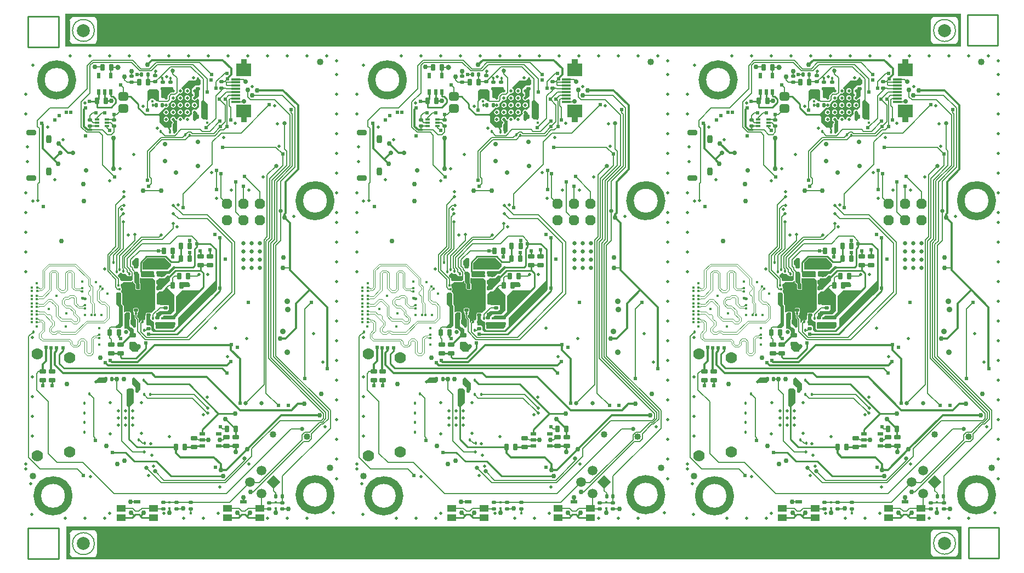
<source format=gbl>
G04 Layer_Physical_Order=4*
G04 Layer_Color=16711680*
%FSLAX24Y24*%
%MOIN*%
G70*
G01*
G75*
%ADD10C,0.0070*%
G04:AMPARAMS|DCode=11|XSize=78.7mil|YSize=78.7mil|CornerRadius=39.4mil|HoleSize=0mil|Usage=FLASHONLY|Rotation=90.000|XOffset=0mil|YOffset=0mil|HoleType=Round|Shape=RoundedRectangle|*
%AMROUNDEDRECTD11*
21,1,0.0787,0.0000,0,0,90.0*
21,1,0.0000,0.0787,0,0,90.0*
1,1,0.0787,0.0000,0.0000*
1,1,0.0787,0.0000,0.0000*
1,1,0.0787,0.0000,0.0000*
1,1,0.0787,0.0000,0.0000*
%
%ADD11ROUNDEDRECTD11*%
%ADD12C,0.0100*%
%ADD13C,0.0450*%
G04:AMPARAMS|DCode=21|XSize=22mil|YSize=24mil|CornerRadius=4.4mil|HoleSize=0mil|Usage=FLASHONLY|Rotation=270.000|XOffset=0mil|YOffset=0mil|HoleType=Round|Shape=RoundedRectangle|*
%AMROUNDEDRECTD21*
21,1,0.0220,0.0152,0,0,270.0*
21,1,0.0132,0.0240,0,0,270.0*
1,1,0.0088,-0.0076,-0.0066*
1,1,0.0088,-0.0076,0.0066*
1,1,0.0088,0.0076,0.0066*
1,1,0.0088,0.0076,-0.0066*
%
%ADD21ROUNDEDRECTD21*%
G04:AMPARAMS|DCode=22|XSize=29.1mil|YSize=39.4mil|CornerRadius=5.8mil|HoleSize=0mil|Usage=FLASHONLY|Rotation=180.000|XOffset=0mil|YOffset=0mil|HoleType=Round|Shape=RoundedRectangle|*
%AMROUNDEDRECTD22*
21,1,0.0291,0.0277,0,0,180.0*
21,1,0.0175,0.0394,0,0,180.0*
1,1,0.0117,-0.0087,0.0139*
1,1,0.0117,0.0087,0.0139*
1,1,0.0117,0.0087,-0.0139*
1,1,0.0117,-0.0087,-0.0139*
%
%ADD22ROUNDEDRECTD22*%
G04:AMPARAMS|DCode=23|XSize=29.1mil|YSize=39.4mil|CornerRadius=5.8mil|HoleSize=0mil|Usage=FLASHONLY|Rotation=90.000|XOffset=0mil|YOffset=0mil|HoleType=Round|Shape=RoundedRectangle|*
%AMROUNDEDRECTD23*
21,1,0.0291,0.0277,0,0,90.0*
21,1,0.0175,0.0394,0,0,90.0*
1,1,0.0117,0.0139,0.0087*
1,1,0.0117,0.0139,-0.0087*
1,1,0.0117,-0.0139,-0.0087*
1,1,0.0117,-0.0139,0.0087*
%
%ADD23ROUNDEDRECTD23*%
G04:AMPARAMS|DCode=24|XSize=22mil|YSize=24mil|CornerRadius=4.4mil|HoleSize=0mil|Usage=FLASHONLY|Rotation=0.000|XOffset=0mil|YOffset=0mil|HoleType=Round|Shape=RoundedRectangle|*
%AMROUNDEDRECTD24*
21,1,0.0220,0.0152,0,0,0.0*
21,1,0.0132,0.0240,0,0,0.0*
1,1,0.0088,0.0066,-0.0076*
1,1,0.0088,-0.0066,-0.0076*
1,1,0.0088,-0.0066,0.0076*
1,1,0.0088,0.0066,0.0076*
%
%ADD24ROUNDEDRECTD24*%
G04:AMPARAMS|DCode=25|XSize=40mil|YSize=40mil|CornerRadius=20mil|HoleSize=0mil|Usage=FLASHONLY|Rotation=90.000|XOffset=0mil|YOffset=0mil|HoleType=Round|Shape=RoundedRectangle|*
%AMROUNDEDRECTD25*
21,1,0.0400,0.0000,0,0,90.0*
21,1,0.0000,0.0400,0,0,90.0*
1,1,0.0400,0.0000,0.0000*
1,1,0.0400,0.0000,0.0000*
1,1,0.0400,0.0000,0.0000*
1,1,0.0400,0.0000,0.0000*
%
%ADD25ROUNDEDRECTD25*%
G04:AMPARAMS|DCode=32|XSize=52mil|YSize=60mil|CornerRadius=13mil|HoleSize=0mil|Usage=FLASHONLY|Rotation=90.000|XOffset=0mil|YOffset=0mil|HoleType=Round|Shape=RoundedRectangle|*
%AMROUNDEDRECTD32*
21,1,0.0520,0.0340,0,0,90.0*
21,1,0.0260,0.0600,0,0,90.0*
1,1,0.0260,0.0170,0.0130*
1,1,0.0260,0.0170,-0.0130*
1,1,0.0260,-0.0170,-0.0130*
1,1,0.0260,-0.0170,0.0130*
%
%ADD32ROUNDEDRECTD32*%
%ADD48C,0.0050*%
%ADD50C,0.0080*%
%ADD52C,0.0120*%
%ADD53C,0.0060*%
%ADD55C,0.0040*%
%ADD57C,0.0160*%
%ADD58C,0.0140*%
G04:AMPARAMS|DCode=64|XSize=49.2mil|YSize=36.6mil|CornerRadius=14.6mil|HoleSize=0mil|Usage=FLASHONLY|Rotation=270.000|XOffset=0mil|YOffset=0mil|HoleType=Round|Shape=RoundedRectangle|*
%AMROUNDEDRECTD64*
21,1,0.0492,0.0073,0,0,270.0*
21,1,0.0199,0.0366,0,0,270.0*
1,1,0.0293,-0.0037,-0.0100*
1,1,0.0293,-0.0037,0.0100*
1,1,0.0293,0.0037,0.0100*
1,1,0.0293,0.0037,-0.0100*
%
%ADD64ROUNDEDRECTD64*%
G04:AMPARAMS|DCode=65|XSize=61mil|YSize=35mil|CornerRadius=14mil|HoleSize=0mil|Usage=FLASHONLY|Rotation=0.000|XOffset=0mil|YOffset=0mil|HoleType=Round|Shape=RoundedRectangle|*
%AMROUNDEDRECTD65*
21,1,0.0610,0.0070,0,0,0.0*
21,1,0.0330,0.0350,0,0,0.0*
1,1,0.0280,0.0165,-0.0035*
1,1,0.0280,-0.0165,-0.0035*
1,1,0.0280,-0.0165,0.0035*
1,1,0.0280,0.0165,0.0035*
%
%ADD65ROUNDEDRECTD65*%
%ADD66C,0.0700*%
%ADD67C,0.0591*%
%ADD68P,0.0835X4X180.0*%
%ADD69P,0.0671X8X202.5*%
%ADD70C,0.0290*%
%ADD71C,0.0200*%
%ADD72C,0.0240*%
%ADD73C,0.0300*%
%ADD74C,0.0270*%
%ADD75C,0.0180*%
%ADD76C,0.0160*%
%ADD77C,0.0260*%
%ADD78C,0.0197*%
%ADD79C,0.0250*%
%ADD80C,0.0400*%
%ADD81C,0.0320*%
%ADD82C,0.0360*%
%ADD94R,0.0551X0.0118*%
%ADD95R,0.0236X0.0335*%
%ADD96R,0.0335X0.0236*%
%ADD97R,0.0157X0.0118*%
%ADD98R,0.0433X0.0197*%
%ADD99R,0.0551X0.0413*%
%ADD100R,0.0256X0.0138*%
G36*
X57151Y31536D02*
X2700D01*
Y33535D01*
X57151D01*
Y31536D01*
D02*
G37*
G36*
X53946Y30496D02*
X54222D01*
Y29728D01*
X53316D01*
Y30496D01*
X53592D01*
Y30772D01*
X53946D01*
Y30496D01*
D02*
G37*
G36*
X33835D02*
X34110D01*
Y29728D01*
X33205D01*
Y30496D01*
X33481D01*
Y30772D01*
X33835D01*
Y30496D01*
D02*
G37*
G36*
X13724D02*
X13999D01*
Y29728D01*
X13094D01*
Y30496D01*
X13369D01*
Y30772D01*
X13724D01*
Y30496D01*
D02*
G37*
G36*
X51143Y29507D02*
Y29280D01*
X51062Y29199D01*
Y29180D01*
X50803D01*
X50603Y28980D01*
Y28720D01*
X50715Y28608D01*
X50699Y28553D01*
X50656Y28524D01*
X50621Y28472D01*
X50608Y28410D01*
X50621Y28348D01*
X50656Y28296D01*
X50708Y28261D01*
X50770Y28248D01*
X50832Y28261D01*
X50884Y28296D01*
X50913Y28339D01*
X50968Y28355D01*
X51033Y28290D01*
X51033Y27860D01*
X50852Y27679D01*
X50832Y27693D01*
X50770Y27705D01*
X50708Y27693D01*
X50656Y27658D01*
X50621Y27606D01*
X50608Y27544D01*
X50621Y27482D01*
X50635Y27461D01*
X50419Y27246D01*
X50399Y27260D01*
X50337Y27272D01*
X50275Y27260D01*
X50223Y27225D01*
X50188Y27173D01*
X50175Y27111D01*
X50175Y27111D01*
X50065D01*
X50065Y27111D01*
X50053Y27173D01*
X50018Y27225D01*
X49966Y27260D01*
X49904Y27272D01*
X49842Y27260D01*
X49790Y27225D01*
X49755Y27173D01*
X49742Y27111D01*
X49742Y27111D01*
X49679D01*
X49644Y27111D01*
X49624Y27153D01*
X49620Y27173D01*
X49585Y27225D01*
X49533Y27260D01*
X49471Y27272D01*
X49409Y27260D01*
X49357Y27225D01*
X49321Y27173D01*
X49309Y27111D01*
X49321Y27049D01*
X49357Y26997D01*
X49409Y26962D01*
X49422Y26959D01*
X49438Y26905D01*
X49363Y26830D01*
Y26665D01*
X49297Y26599D01*
X48968D01*
X48643Y26925D01*
Y27500D01*
X48973Y27830D01*
X48976Y27828D01*
X49038Y27815D01*
X49099Y27828D01*
X49152Y27863D01*
X49187Y27915D01*
X49199Y27977D01*
X49187Y28039D01*
X49185Y28042D01*
X49406Y28263D01*
X49409Y28261D01*
X49471Y28248D01*
X49533Y28261D01*
X49585Y28296D01*
X49620Y28348D01*
X49632Y28410D01*
X49620Y28472D01*
X49618Y28475D01*
X49823Y28680D01*
X49873Y28688D01*
X49904Y28682D01*
X49966Y28694D01*
X50018Y28729D01*
X50053Y28781D01*
X50065Y28843D01*
X50053Y28905D01*
X50018Y28957D01*
X49984Y28980D01*
X49971Y29038D01*
X50413Y29480D01*
X50667Y29480D01*
X50691Y29475D01*
X50715Y29480D01*
X50803D01*
X50900Y29577D01*
X51073D01*
X51143Y29507D01*
D02*
G37*
G36*
X31031D02*
Y29280D01*
X30951Y29199D01*
Y29180D01*
X30691D01*
X30491Y28980D01*
Y28720D01*
X30603Y28608D01*
X30587Y28553D01*
X30544Y28524D01*
X30509Y28472D01*
X30497Y28410D01*
X30509Y28348D01*
X30544Y28296D01*
X30597Y28261D01*
X30659Y28248D01*
X30720Y28261D01*
X30773Y28296D01*
X30801Y28339D01*
X30856Y28355D01*
X30921Y28290D01*
X30921Y27860D01*
X30741Y27679D01*
X30720Y27693D01*
X30659Y27705D01*
X30597Y27693D01*
X30544Y27658D01*
X30509Y27606D01*
X30497Y27544D01*
X30509Y27482D01*
X30523Y27461D01*
X30308Y27246D01*
X30287Y27260D01*
X30226Y27272D01*
X30164Y27260D01*
X30111Y27225D01*
X30076Y27173D01*
X30064Y27111D01*
X30064Y27111D01*
X29954D01*
X29954Y27111D01*
X29942Y27173D01*
X29907Y27225D01*
X29854Y27260D01*
X29792Y27272D01*
X29731Y27260D01*
X29678Y27225D01*
X29643Y27173D01*
X29631Y27111D01*
X29631Y27111D01*
X29568D01*
X29533Y27111D01*
X29513Y27153D01*
X29509Y27173D01*
X29474Y27225D01*
X29421Y27260D01*
X29359Y27272D01*
X29298Y27260D01*
X29245Y27225D01*
X29210Y27173D01*
X29198Y27111D01*
X29210Y27049D01*
X29245Y26997D01*
X29298Y26962D01*
X29310Y26959D01*
X29327Y26905D01*
X29251Y26830D01*
Y26665D01*
X29186Y26599D01*
X28857D01*
X28531Y26925D01*
Y27500D01*
X28862Y27830D01*
X28864Y27828D01*
X28926Y27815D01*
X28988Y27828D01*
X29041Y27863D01*
X29076Y27915D01*
X29088Y27977D01*
X29076Y28039D01*
X29074Y28042D01*
X29295Y28263D01*
X29298Y28261D01*
X29359Y28248D01*
X29421Y28261D01*
X29474Y28296D01*
X29509Y28348D01*
X29521Y28410D01*
X29509Y28472D01*
X29507Y28475D01*
X29711Y28680D01*
X29761Y28688D01*
X29792Y28682D01*
X29854Y28694D01*
X29907Y28729D01*
X29942Y28781D01*
X29954Y28843D01*
X29942Y28905D01*
X29907Y28957D01*
X29873Y28980D01*
X29860Y29038D01*
X30301Y29480D01*
X30556Y29480D01*
X30580Y29475D01*
X30604Y29480D01*
X30691D01*
X30789Y29577D01*
X30961D01*
X31031Y29507D01*
D02*
G37*
G36*
X10920D02*
Y29280D01*
X10839Y29199D01*
Y29180D01*
X10580D01*
X10380Y28980D01*
Y28720D01*
X10492Y28608D01*
X10476Y28553D01*
X10433Y28524D01*
X10398Y28472D01*
X10386Y28410D01*
X10398Y28348D01*
X10433Y28296D01*
X10485Y28261D01*
X10547Y28248D01*
X10609Y28261D01*
X10661Y28296D01*
X10690Y28339D01*
X10745Y28355D01*
X10810Y28290D01*
X10810Y27860D01*
X10630Y27679D01*
X10609Y27693D01*
X10547Y27705D01*
X10485Y27693D01*
X10433Y27658D01*
X10398Y27606D01*
X10386Y27544D01*
X10398Y27482D01*
X10412Y27461D01*
X10197Y27246D01*
X10176Y27260D01*
X10114Y27272D01*
X10052Y27260D01*
X10000Y27225D01*
X9965Y27173D01*
X9953Y27111D01*
X9953Y27111D01*
X9843D01*
X9843Y27111D01*
X9830Y27173D01*
X9795Y27225D01*
X9743Y27260D01*
X9681Y27272D01*
X9619Y27260D01*
X9567Y27225D01*
X9532Y27173D01*
X9520Y27111D01*
X9520Y27111D01*
X9457D01*
X9421Y27111D01*
X9401Y27153D01*
X9397Y27173D01*
X9362Y27225D01*
X9310Y27260D01*
X9248Y27272D01*
X9186Y27260D01*
X9134Y27225D01*
X9099Y27173D01*
X9086Y27111D01*
X9099Y27049D01*
X9134Y26997D01*
X9186Y26962D01*
X9199Y26959D01*
X9215Y26905D01*
X9140Y26830D01*
Y26665D01*
X9075Y26599D01*
X8746D01*
X8420Y26925D01*
Y27500D01*
X8750Y27830D01*
X8753Y27828D01*
X8815Y27815D01*
X8877Y27828D01*
X8929Y27863D01*
X8964Y27915D01*
X8976Y27977D01*
X8964Y28039D01*
X8962Y28042D01*
X9183Y28263D01*
X9186Y28261D01*
X9248Y28248D01*
X9310Y28261D01*
X9362Y28296D01*
X9397Y28348D01*
X9410Y28410D01*
X9397Y28472D01*
X9395Y28475D01*
X9600Y28680D01*
X9650Y28688D01*
X9681Y28682D01*
X9743Y28694D01*
X9795Y28729D01*
X9830Y28781D01*
X9843Y28843D01*
X9830Y28905D01*
X9795Y28957D01*
X9761Y28980D01*
X9749Y29038D01*
X10190Y29480D01*
X10444Y29480D01*
X10468Y29475D01*
X10493Y29480D01*
X10580D01*
X10677Y29577D01*
X10850D01*
X10920Y29507D01*
D02*
G37*
G36*
X51043Y28990D02*
Y28550D01*
X50903Y28410D01*
X50770D01*
X50770Y28410D01*
Y28565D01*
X50777Y28589D01*
X50776Y28599D01*
X50780Y28608D01*
X50773Y28623D01*
X50772Y28639D01*
X50770Y28640D01*
Y28843D01*
Y28917D01*
X50903Y29050D01*
X51043Y28990D01*
D02*
G37*
G36*
X49471Y29022D02*
Y28843D01*
X49359Y28731D01*
X49354D01*
X49315Y28724D01*
X49282Y28701D01*
X49172Y28591D01*
X49150Y28558D01*
X49142Y28519D01*
Y28514D01*
X49038Y28410D01*
X48803Y28410D01*
X48753Y28460D01*
Y28910D01*
X48913Y29070D01*
X49423D01*
X49471Y29022D01*
D02*
G37*
G36*
X30931Y28990D02*
Y28550D01*
X30791Y28410D01*
X30659D01*
X30659Y28410D01*
Y28565D01*
X30666Y28589D01*
X30665Y28599D01*
X30668Y28608D01*
X30662Y28623D01*
X30660Y28639D01*
X30659Y28640D01*
Y28843D01*
Y28917D01*
X30791Y29050D01*
X30931Y28990D01*
D02*
G37*
G36*
X29359Y29022D02*
Y28843D01*
X29248Y28731D01*
X29242D01*
X29203Y28724D01*
X29170Y28701D01*
X29060Y28591D01*
X29038Y28558D01*
X29030Y28519D01*
Y28514D01*
X28926Y28410D01*
X28691Y28410D01*
X28641Y28460D01*
Y28910D01*
X28801Y29070D01*
X29311D01*
X29359Y29022D01*
D02*
G37*
G36*
X10820Y28990D02*
Y28550D01*
X10680Y28410D01*
X10548D01*
X10547Y28410D01*
Y28565D01*
X10554Y28589D01*
X10553Y28599D01*
X10557Y28608D01*
X10551Y28623D01*
X10549Y28639D01*
X10547Y28640D01*
Y28843D01*
Y28917D01*
X10680Y29050D01*
X10820Y28990D01*
D02*
G37*
G36*
X9248Y29022D02*
Y28843D01*
X9136Y28731D01*
X9131D01*
X9092Y28724D01*
X9059Y28701D01*
X8949Y28591D01*
X8927Y28558D01*
X8919Y28519D01*
Y28514D01*
X8815Y28410D01*
X8580Y28410D01*
X8530Y28460D01*
Y28910D01*
X8690Y29070D01*
X9200D01*
X9248Y29022D01*
D02*
G37*
G36*
X48593Y28840D02*
Y28230D01*
X48585Y28212D01*
X48467D01*
X48280Y28399D01*
X48094D01*
X47940Y28246D01*
X47894Y28265D01*
Y28831D01*
X47993Y28930D01*
X48503D01*
X48593Y28840D01*
D02*
G37*
G36*
X28481D02*
Y28230D01*
X28474Y28212D01*
X28356D01*
X28168Y28399D01*
X27982D01*
X27829Y28246D01*
X27782Y28265D01*
Y28831D01*
X27881Y28930D01*
X28391D01*
X28481Y28840D01*
D02*
G37*
G36*
X8370D02*
Y28230D01*
X8362Y28212D01*
X8245D01*
X8057Y28399D01*
X7871D01*
X7717Y28246D01*
X7671Y28265D01*
Y28831D01*
X7770Y28930D01*
X8280D01*
X8370Y28840D01*
D02*
G37*
G36*
X51583Y28050D02*
Y27210D01*
Y27186D01*
X51494Y27097D01*
X51295D01*
X51293Y27100D01*
X51163Y27230D01*
Y27870D01*
Y28210D01*
X51263Y28310D01*
X51323D01*
X51583Y28050D01*
D02*
G37*
G36*
X31471D02*
Y27210D01*
Y27186D01*
X31382Y27097D01*
X31184D01*
X31181Y27100D01*
X31051Y27230D01*
Y27870D01*
Y28210D01*
X31151Y28310D01*
X31211D01*
X31471Y28050D01*
D02*
G37*
G36*
X11360D02*
Y27210D01*
Y27186D01*
X11271Y27097D01*
X11073D01*
X11070Y27100D01*
X10940Y27230D01*
Y27870D01*
Y28210D01*
X11040Y28310D01*
X11100D01*
X11360Y28050D01*
D02*
G37*
G36*
X50924Y27498D02*
Y27287D01*
Y27161D01*
X50783Y27020D01*
X50673Y27080D01*
Y27408D01*
X50680Y27415D01*
X50688Y27433D01*
X50698Y27449D01*
X50697Y27455D01*
X50699Y27461D01*
X50692Y27479D01*
X50689Y27497D01*
X50685Y27502D01*
X50693Y27510D01*
X50753Y27570D01*
X50853D01*
X50924Y27498D01*
D02*
G37*
G36*
X30812D02*
Y27287D01*
Y27161D01*
X30671Y27020D01*
X30561Y27080D01*
Y27408D01*
X30569Y27415D01*
X30576Y27433D01*
X30587Y27449D01*
X30586Y27455D01*
X30588Y27461D01*
X30581Y27479D01*
X30577Y27497D01*
X30574Y27502D01*
X30581Y27510D01*
X30641Y27570D01*
X30741D01*
X30812Y27498D01*
D02*
G37*
G36*
X10701D02*
Y27287D01*
Y27161D01*
X10560Y27020D01*
X10450Y27080D01*
Y27408D01*
X10458Y27415D01*
X10465Y27433D01*
X10476Y27449D01*
X10474Y27455D01*
X10477Y27461D01*
X10470Y27479D01*
X10466Y27497D01*
X10463Y27502D01*
X10470Y27510D01*
X10530Y27570D01*
X10630D01*
X10701Y27498D01*
D02*
G37*
G36*
X54222Y27228D02*
X53946D01*
Y26953D01*
X53592D01*
Y27228D01*
X53316D01*
Y27996D01*
X54222D01*
Y27228D01*
D02*
G37*
G36*
X34110D02*
X33835D01*
Y26953D01*
X33481D01*
Y27228D01*
X33205D01*
Y27996D01*
X34110D01*
Y27228D01*
D02*
G37*
G36*
X13999D02*
X13724D01*
Y26953D01*
X13369D01*
Y27228D01*
X13094D01*
Y27996D01*
X13999D01*
Y27228D01*
D02*
G37*
G36*
X49538Y27178D02*
X49559Y27147D01*
X49560Y27140D01*
X49565Y27133D01*
X49565Y27124D01*
X49585Y27083D01*
X49594Y27075D01*
X49598Y27065D01*
X49612Y27059D01*
X49622Y27050D01*
X49634Y27050D01*
X49644Y27046D01*
X49676Y27046D01*
X49693Y27030D01*
Y26850D01*
Y26410D01*
X49603Y26320D01*
X49524Y26329D01*
X49443Y26410D01*
Y26818D01*
X49484Y26859D01*
X49488Y26868D01*
X49495Y26874D01*
X49497Y26890D01*
X49503Y26905D01*
X49499Y26914D01*
X49500Y26924D01*
X49484Y26978D01*
X49477Y26986D01*
X49475Y26995D01*
X49462Y27004D01*
X49452Y27016D01*
X49443Y27017D01*
Y27160D01*
X49473Y27190D01*
X49521D01*
X49538Y27178D01*
D02*
G37*
G36*
X29427D02*
X29447Y27147D01*
X29449Y27140D01*
X29454Y27133D01*
X29454Y27124D01*
X29474Y27083D01*
X29482Y27075D01*
X29487Y27065D01*
X29500Y27059D01*
X29511Y27050D01*
X29522Y27050D01*
X29533Y27046D01*
X29565Y27046D01*
X29581Y27030D01*
Y26850D01*
Y26410D01*
X29491Y26320D01*
X29412Y26329D01*
X29331Y26410D01*
Y26818D01*
X29373Y26859D01*
X29376Y26868D01*
X29384Y26874D01*
X29385Y26890D01*
X29392Y26905D01*
X29388Y26914D01*
X29389Y26924D01*
X29372Y26978D01*
X29366Y26986D01*
X29364Y26995D01*
X29351Y27004D01*
X29341Y27016D01*
X29331Y27017D01*
Y27160D01*
X29361Y27190D01*
X29410D01*
X29427Y27178D01*
D02*
G37*
G36*
X9315D02*
X9336Y27147D01*
X9338Y27140D01*
X9342Y27133D01*
X9343Y27124D01*
X9363Y27083D01*
X9371Y27075D01*
X9375Y27065D01*
X9389Y27059D01*
X9400Y27050D01*
X9411Y27050D01*
X9421Y27046D01*
X9454Y27046D01*
X9470Y27030D01*
Y26850D01*
Y26410D01*
X9380Y26320D01*
X9301Y26329D01*
X9220Y26410D01*
Y26818D01*
X9261Y26859D01*
X9265Y26868D01*
X9273Y26874D01*
X9274Y26890D01*
X9280Y26905D01*
X9276Y26914D01*
X9277Y26924D01*
X9261Y26978D01*
X9255Y26986D01*
X9253Y26995D01*
X9240Y27004D01*
X9229Y27016D01*
X9220Y27017D01*
Y27160D01*
X9250Y27190D01*
X9298D01*
X9315Y27178D01*
D02*
G37*
G36*
X47359Y18622D02*
Y18179D01*
X47309Y18129D01*
X47143D01*
X46985Y18287D01*
Y18484D01*
X47162Y18661D01*
X47319D01*
X47359Y18622D01*
D02*
G37*
G36*
X27247D02*
Y18179D01*
X27197Y18129D01*
X27031D01*
X26873Y18287D01*
Y18484D01*
X27050Y18661D01*
X27208D01*
X27247Y18622D01*
D02*
G37*
G36*
X7136D02*
Y18179D01*
X7086Y18129D01*
X6920D01*
X6762Y18287D01*
Y18484D01*
X6939Y18661D01*
X7096D01*
X7136Y18622D01*
D02*
G37*
G36*
X49261Y18370D02*
X49261Y18370D01*
X49298Y18346D01*
X49329Y18339D01*
Y18169D01*
X49119Y17959D01*
X47603D01*
Y18373D01*
X47887Y18657D01*
X48974D01*
X49261Y18370D01*
D02*
G37*
G36*
X29150D02*
X29150Y18370D01*
X29186Y18346D01*
X29218Y18339D01*
Y18169D01*
X29008Y17959D01*
X27491D01*
Y18373D01*
X27776Y18657D01*
X28863D01*
X29150Y18370D01*
D02*
G37*
G36*
X9038D02*
X9038Y18370D01*
X9075Y18346D01*
X9107Y18339D01*
Y18169D01*
X8897Y17959D01*
X7380D01*
Y18373D01*
X7664Y18657D01*
X8751D01*
X9038Y18370D01*
D02*
G37*
G36*
X49586Y18113D02*
X49189Y17717D01*
X49081D01*
X48904Y17539D01*
X48510D01*
X48461Y17589D01*
Y17815D01*
X48530Y17884D01*
X49189D01*
X49465Y18159D01*
X49567D01*
X49586Y18113D01*
D02*
G37*
G36*
X29475D02*
X29078Y17717D01*
X28970D01*
X28792Y17539D01*
X28399D01*
X28350Y17589D01*
Y17815D01*
X28418Y17884D01*
X29078D01*
X29353Y18159D01*
X29455D01*
X29475Y18113D01*
D02*
G37*
G36*
X9363D02*
X8967Y17717D01*
X8858D01*
X8681Y17539D01*
X8287D01*
X8238Y17589D01*
Y17815D01*
X8307Y17884D01*
X8967D01*
X9242Y18159D01*
X9344D01*
X9363Y18113D01*
D02*
G37*
G36*
X48303Y17795D02*
Y17608D01*
X48185Y17490D01*
X47565D01*
X47490Y17565D01*
Y17849D01*
X47515Y17874D01*
X48225D01*
X48303Y17795D01*
D02*
G37*
G36*
X28192D02*
Y17608D01*
X28074Y17490D01*
X27454D01*
X27379Y17565D01*
Y17849D01*
X27404Y17874D01*
X28113D01*
X28192Y17795D01*
D02*
G37*
G36*
X8081D02*
Y17608D01*
X7963Y17490D01*
X7343D01*
X7268Y17565D01*
Y17849D01*
X7292Y17874D01*
X8002D01*
X8081Y17795D01*
D02*
G37*
G36*
X46315Y17776D02*
X46394Y17697D01*
X46563D01*
X46660Y17600D01*
X46701Y17559D01*
X46925D01*
X46960Y17523D01*
X46994Y17490D01*
Y17362D01*
X46896Y17264D01*
X46325D01*
X46246Y17343D01*
Y17431D01*
X46118Y17559D01*
Y17648D01*
X46246Y17776D01*
X46315Y17776D01*
D02*
G37*
G36*
X26204D02*
X26283Y17697D01*
X26452D01*
X26548Y17600D01*
X26589Y17559D01*
X26814D01*
X26849Y17523D01*
X26883Y17490D01*
Y17362D01*
X26785Y17264D01*
X26214D01*
X26135Y17343D01*
Y17431D01*
X26007Y17559D01*
Y17648D01*
X26135Y17776D01*
X26204Y17776D01*
D02*
G37*
G36*
X6093D02*
X6171Y17697D01*
X6340D01*
X6437Y17600D01*
X6478Y17559D01*
X6702D01*
X6738Y17523D01*
X6772Y17490D01*
Y17362D01*
X6673Y17264D01*
X6102D01*
X6024Y17343D01*
Y17431D01*
X5896Y17559D01*
Y17648D01*
X6024Y17776D01*
X6093Y17776D01*
D02*
G37*
G36*
X50459Y17126D02*
Y16949D01*
X50429Y16919D01*
X50036D01*
X50030Y17163D01*
X50082Y17215D01*
X50370D01*
X50459Y17126D01*
D02*
G37*
G36*
X30348D02*
Y16949D01*
X30318Y16919D01*
X29924D01*
X29918Y17163D01*
X29970Y17215D01*
X30259D01*
X30348Y17126D01*
D02*
G37*
G36*
X10236D02*
Y16949D01*
X10207Y16919D01*
X9813D01*
X9807Y17163D01*
X9859Y17215D01*
X10148D01*
X10236Y17126D01*
D02*
G37*
G36*
X47398Y17709D02*
Y17146D01*
X47437Y17106D01*
Y17077D01*
Y16791D01*
X47418Y16772D01*
X47260D01*
X47211Y16821D01*
Y16959D01*
Y17096D01*
X47132Y17175D01*
X47093Y17215D01*
Y17756D01*
X47351D01*
X47398Y17709D01*
D02*
G37*
G36*
X27287D02*
Y17146D01*
X27326Y17106D01*
Y17077D01*
Y16791D01*
X27306Y16772D01*
X27149D01*
X27100Y16821D01*
Y16959D01*
Y17096D01*
X27021Y17175D01*
X26981Y17215D01*
Y17756D01*
X27240D01*
X27287Y17709D01*
D02*
G37*
G36*
X7175D02*
Y17146D01*
X7215Y17106D01*
Y17077D01*
Y16791D01*
X7195Y16772D01*
X7037D01*
X6988Y16821D01*
Y16959D01*
Y17096D01*
X6909Y17175D01*
X6870Y17215D01*
Y17756D01*
X7129D01*
X7175Y17709D01*
D02*
G37*
G36*
X49258Y17553D02*
Y17293D01*
X48717Y16752D01*
X48538Y16752D01*
X48538Y17361D01*
X48599Y17421D01*
X48923D01*
X49091Y17589D01*
X49223Y17589D01*
X49258Y17553D01*
D02*
G37*
G36*
X29147D02*
Y17293D01*
X28605Y16752D01*
X28427Y16752D01*
X28427Y17361D01*
X28487Y17421D01*
X28812D01*
X28979Y17589D01*
X29111Y17589D01*
X29147Y17553D01*
D02*
G37*
G36*
X9035D02*
Y17293D01*
X8494Y16752D01*
X8315Y16752D01*
X8315Y17361D01*
X8376Y17421D01*
X8701D01*
X8868Y17589D01*
X9000Y17589D01*
X9035Y17553D01*
D02*
G37*
G36*
X47519Y17444D02*
X47565Y17425D01*
X48185D01*
X48229Y17443D01*
X48233Y17442D01*
X48372Y17303D01*
X48372Y15551D01*
X48143Y15322D01*
X48106Y15326D01*
X48078Y15345D01*
X48045Y15351D01*
X47893D01*
X47861Y15345D01*
X47833Y15326D01*
X47814Y15298D01*
X47808Y15265D01*
Y15206D01*
X47805Y15203D01*
X47786Y15157D01*
Y14965D01*
X47704Y14883D01*
X47701Y14883D01*
X47658Y14912D01*
X47607Y14922D01*
X47557Y14912D01*
X47514Y14883D01*
X47485Y14840D01*
X47475Y14789D01*
X47476Y14781D01*
X47449Y14754D01*
X47436Y14734D01*
X47397Y14738D01*
X47386Y14742D01*
Y14941D01*
X47379Y14974D01*
X47361Y15002D01*
X47333Y15021D01*
X47308Y15026D01*
X47266Y15068D01*
Y15189D01*
X47286Y15203D01*
X47312Y15243D01*
X47322Y15289D01*
X47312Y15336D01*
X47336Y15366D01*
X47355Y15394D01*
X47361Y15426D01*
Y15558D01*
X47355Y15591D01*
X47336Y15619D01*
X47308Y15638D01*
X47275Y15644D01*
X47123D01*
X47091Y15638D01*
X47063Y15619D01*
X47044Y15591D01*
X47038Y15558D01*
Y15426D01*
X47044Y15394D01*
X47063Y15366D01*
X47086Y15336D01*
X47077Y15289D01*
X47086Y15243D01*
X47113Y15203D01*
X47133Y15189D01*
Y15041D01*
X47138Y15016D01*
X47153Y14994D01*
X47213Y14934D01*
Y14494D01*
X47177Y14459D01*
X47080D01*
X46862Y14676D01*
Y14894D01*
X46873Y14905D01*
X46892Y14951D01*
Y15325D01*
X46873Y15371D01*
X46843Y15400D01*
X46797Y15419D01*
X46601D01*
X46555Y15400D01*
X46509Y15354D01*
X46459Y15373D01*
Y15768D01*
X46440Y15814D01*
X46380Y15873D01*
Y16506D01*
X46361Y16552D01*
X46312Y16601D01*
X46309Y16602D01*
Y16715D01*
X46327Y16741D01*
X46336Y16787D01*
X46327Y16834D01*
X46309Y16860D01*
Y17071D01*
X46437Y17199D01*
X46896D01*
X46942Y17218D01*
X46999Y17275D01*
X47049Y17255D01*
Y17215D01*
X47062Y17184D01*
X47064Y17182D01*
X47064Y17181D01*
X47083Y17153D01*
X47111Y17134D01*
X47112Y17134D01*
X47168Y17079D01*
Y16821D01*
X47180Y16790D01*
X47229Y16741D01*
X47260Y16728D01*
X47418D01*
X47448Y16741D01*
X47468Y16761D01*
X47481Y16791D01*
Y17106D01*
X47468Y17137D01*
X47441Y17164D01*
Y17452D01*
X47491Y17472D01*
X47519Y17444D01*
D02*
G37*
G36*
X27408D02*
X27454Y17425D01*
X28074D01*
X28117Y17443D01*
X28122Y17442D01*
X28261Y17303D01*
X28261Y15551D01*
X28032Y15322D01*
X27995Y15326D01*
X27967Y15345D01*
X27934Y15351D01*
X27782D01*
X27749Y15345D01*
X27721Y15326D01*
X27703Y15298D01*
X27696Y15265D01*
Y15206D01*
X27693Y15203D01*
X27674Y15157D01*
Y14965D01*
X27593Y14883D01*
X27590Y14883D01*
X27547Y14912D01*
X27496Y14922D01*
X27445Y14912D01*
X27402Y14883D01*
X27374Y14840D01*
X27363Y14789D01*
X27365Y14781D01*
X27338Y14754D01*
X27325Y14734D01*
X27286Y14738D01*
X27275Y14742D01*
Y14941D01*
X27268Y14974D01*
X27249Y15002D01*
X27221Y15021D01*
X27197Y15026D01*
X27154Y15068D01*
Y15189D01*
X27175Y15203D01*
X27201Y15243D01*
X27210Y15289D01*
X27201Y15336D01*
X27225Y15366D01*
X27243Y15394D01*
X27250Y15426D01*
Y15558D01*
X27243Y15591D01*
X27225Y15619D01*
X27197Y15638D01*
X27164Y15644D01*
X27012D01*
X26979Y15638D01*
X26951Y15619D01*
X26933Y15591D01*
X26926Y15558D01*
Y15426D01*
X26933Y15394D01*
X26951Y15366D01*
X26975Y15336D01*
X26966Y15289D01*
X26975Y15243D01*
X27002Y15203D01*
X27022Y15189D01*
Y15041D01*
X27027Y15016D01*
X27041Y14994D01*
X27101Y14934D01*
Y14494D01*
X27066Y14459D01*
X26969D01*
X26751Y14676D01*
Y14894D01*
X26762Y14905D01*
X26781Y14951D01*
Y15325D01*
X26762Y15371D01*
X26732Y15400D01*
X26686Y15419D01*
X26489D01*
X26443Y15400D01*
X26398Y15354D01*
X26348Y15373D01*
Y15768D01*
X26329Y15814D01*
X26269Y15873D01*
Y16506D01*
X26250Y16552D01*
X26201Y16601D01*
X26198Y16602D01*
Y16715D01*
X26215Y16741D01*
X26225Y16787D01*
X26215Y16834D01*
X26198Y16860D01*
Y17071D01*
X26326Y17199D01*
X26785D01*
X26830Y17218D01*
X26888Y17275D01*
X26938Y17255D01*
Y17215D01*
X26951Y17184D01*
X26953Y17182D01*
X26953Y17181D01*
X26971Y17153D01*
X26999Y17134D01*
X27001Y17134D01*
X27056Y17079D01*
Y16821D01*
X27069Y16790D01*
X27118Y16741D01*
X27149Y16728D01*
X27306D01*
X27337Y16741D01*
X27357Y16761D01*
X27369Y16791D01*
Y17106D01*
X27357Y17137D01*
X27330Y17164D01*
Y17452D01*
X27380Y17472D01*
X27408Y17444D01*
D02*
G37*
G36*
X7297D02*
X7343Y17425D01*
X7963D01*
X8006Y17443D01*
X8011Y17442D01*
X8150Y17303D01*
X8150Y15551D01*
X7921Y15322D01*
X7883Y15326D01*
X7855Y15345D01*
X7823Y15351D01*
X7671D01*
X7638Y15345D01*
X7610Y15326D01*
X7592Y15298D01*
X7585Y15265D01*
Y15206D01*
X7582Y15203D01*
X7563Y15157D01*
Y14965D01*
X7481Y14883D01*
X7478Y14883D01*
X7435Y14912D01*
X7385Y14922D01*
X7334Y14912D01*
X7291Y14883D01*
X7262Y14840D01*
X7252Y14789D01*
X7254Y14781D01*
X7227Y14754D01*
X7213Y14734D01*
X7174Y14738D01*
X7163Y14742D01*
Y14941D01*
X7157Y14974D01*
X7138Y15002D01*
X7110Y15021D01*
X7086Y15026D01*
X7043Y15068D01*
Y15189D01*
X7063Y15203D01*
X7090Y15243D01*
X7099Y15289D01*
X7090Y15336D01*
X7113Y15366D01*
X7132Y15394D01*
X7138Y15426D01*
Y15558D01*
X7132Y15591D01*
X7113Y15619D01*
X7085Y15638D01*
X7053Y15644D01*
X6901D01*
X6868Y15638D01*
X6840Y15619D01*
X6822Y15591D01*
X6815Y15558D01*
Y15426D01*
X6822Y15394D01*
X6840Y15366D01*
X6864Y15336D01*
X6854Y15289D01*
X6864Y15243D01*
X6890Y15203D01*
X6910Y15189D01*
Y15041D01*
X6915Y15016D01*
X6930Y14994D01*
X6990Y14934D01*
Y14494D01*
X6955Y14459D01*
X6857D01*
X6640Y14676D01*
Y14894D01*
X6650Y14905D01*
X6669Y14951D01*
Y15325D01*
X6650Y15371D01*
X6621Y15400D01*
X6575Y15419D01*
X6378D01*
X6332Y15400D01*
X6286Y15354D01*
X6236Y15373D01*
Y15768D01*
X6217Y15814D01*
X6157Y15873D01*
Y16506D01*
X6138Y16552D01*
X6089Y16601D01*
X6087Y16602D01*
Y16715D01*
X6104Y16741D01*
X6113Y16787D01*
X6104Y16834D01*
X6087Y16860D01*
Y17071D01*
X6214Y17199D01*
X6673D01*
X6719Y17218D01*
X6777Y17275D01*
X6827Y17255D01*
Y17215D01*
X6839Y17184D01*
X6841Y17182D01*
X6842Y17181D01*
X6860Y17153D01*
X6888Y17134D01*
X6889Y17134D01*
X6945Y17079D01*
Y16821D01*
X6958Y16790D01*
X7007Y16741D01*
X7037Y16728D01*
X7195D01*
X7225Y16741D01*
X7245Y16761D01*
X7258Y16791D01*
Y17106D01*
X7245Y17137D01*
X7218Y17164D01*
Y17452D01*
X7268Y17472D01*
X7297Y17444D01*
D02*
G37*
G36*
X49553Y16437D02*
Y15725D01*
X49553Y15725D01*
X49553Y15472D01*
X49544Y15463D01*
X49320Y15239D01*
X48789D01*
X48609Y15059D01*
X48434D01*
Y15204D01*
X48643Y15413D01*
X49130D01*
X49219Y15502D01*
Y15807D01*
X48707D01*
X48461Y16053D01*
Y16486D01*
X48618Y16644D01*
X48796D01*
X49033Y16881D01*
X49109D01*
X49553Y16437D01*
D02*
G37*
G36*
X29442D02*
Y15725D01*
X29442Y15725D01*
X29442Y15472D01*
X29432Y15463D01*
X29209Y15239D01*
X28677D01*
X28497Y15059D01*
X28322D01*
Y15204D01*
X28532Y15413D01*
X29019D01*
X29107Y15502D01*
Y15807D01*
X28596D01*
X28350Y16053D01*
Y16486D01*
X28507Y16644D01*
X28684D01*
X28921Y16881D01*
X28998D01*
X29442Y16437D01*
D02*
G37*
G36*
X9331D02*
Y15725D01*
X9331Y15725D01*
X9331Y15472D01*
X9321Y15463D01*
X9098Y15239D01*
X8566D01*
X8386Y15059D01*
X8211D01*
Y15204D01*
X8421Y15413D01*
X8907D01*
X8996Y15502D01*
Y15807D01*
X8484D01*
X8238Y16053D01*
Y16486D01*
X8396Y16644D01*
X8573D01*
X8810Y16881D01*
X8887D01*
X9331Y16437D01*
D02*
G37*
G36*
X51049Y16703D02*
X51099Y16654D01*
Y16575D01*
X50981Y16457D01*
X49445Y14921D01*
X48796D01*
Y15074D01*
X48859Y15138D01*
X48879Y15157D01*
X49425D01*
X49652Y15384D01*
X49652Y16152D01*
Y16348D01*
X49898Y16594D01*
X50006Y16703D01*
X51049Y16703D01*
D02*
G37*
G36*
X30938D02*
X30987Y16654D01*
Y16575D01*
X30869Y16457D01*
X29334Y14921D01*
X28684D01*
Y15074D01*
X28748Y15138D01*
X28768Y15157D01*
X29314D01*
X29540Y15384D01*
X29540Y16152D01*
Y16348D01*
X29787Y16594D01*
X29895Y16703D01*
X30938Y16703D01*
D02*
G37*
G36*
X10827D02*
X10876Y16654D01*
Y16575D01*
X10758Y16457D01*
X9222Y14921D01*
X8573D01*
Y15074D01*
X8637Y15138D01*
X8656Y15157D01*
X9203D01*
X9429Y15384D01*
X9429Y16152D01*
Y16348D01*
X9675Y16594D01*
X9783Y16703D01*
X10827Y16703D01*
D02*
G37*
G36*
X52112Y16762D02*
X52024Y16673D01*
X49819Y14468D01*
X49760D01*
Y15009D01*
X49908Y15157D01*
X52053Y17303D01*
X52112D01*
Y16762D01*
D02*
G37*
G36*
X32001D02*
X31913Y16673D01*
X29708Y14468D01*
X29648D01*
Y15009D01*
X29796Y15157D01*
X31942Y17303D01*
X32001D01*
Y16762D01*
D02*
G37*
G36*
X11890D02*
X11801Y16673D01*
X9596Y14468D01*
X9537D01*
Y15009D01*
X9685Y15157D01*
X11831Y17303D01*
X11890D01*
Y16762D01*
D02*
G37*
G36*
X46315Y16506D02*
Y15846D01*
X46394Y15768D01*
Y14571D01*
X46236Y14413D01*
X45968D01*
X45944Y14462D01*
X45961Y14488D01*
X46177Y14705D01*
Y14862D01*
Y15699D01*
X46010Y15866D01*
Y16516D01*
X46049Y16555D01*
X46266D01*
X46315Y16506D01*
D02*
G37*
G36*
X26204D02*
Y15846D01*
X26283Y15768D01*
Y14571D01*
X26125Y14413D01*
X25856D01*
X25833Y14462D01*
X25850Y14488D01*
X26066Y14705D01*
Y14862D01*
Y15699D01*
X25899Y15866D01*
Y16516D01*
X25938Y16555D01*
X26155D01*
X26204Y16506D01*
D02*
G37*
G36*
X6093D02*
Y15846D01*
X6171Y15768D01*
Y14571D01*
X6014Y14413D01*
X5745D01*
X5721Y14462D01*
X5738Y14488D01*
X5955Y14705D01*
Y14862D01*
Y15699D01*
X5787Y15866D01*
Y16516D01*
X5827Y16555D01*
X6043D01*
X6093Y16506D01*
D02*
G37*
G36*
X49249Y14774D02*
X49524D01*
X49573Y14724D01*
Y14488D01*
X49455Y14370D01*
X48433Y14369D01*
X48389Y14413D01*
Y14641D01*
Y14732D01*
X48441Y14783D01*
X49240D01*
X49249Y14774D01*
D02*
G37*
G36*
X29138D02*
X29413D01*
X29462Y14724D01*
Y14488D01*
X29344Y14370D01*
X28321Y14369D01*
X28278Y14413D01*
Y14641D01*
Y14732D01*
X28330Y14783D01*
X29128D01*
X29138Y14774D01*
D02*
G37*
G36*
X9027D02*
X9301D01*
X9350Y14724D01*
Y14488D01*
X9232Y14370D01*
X8210Y14369D01*
X8167Y14413D01*
Y14641D01*
Y14732D01*
X8219Y14783D01*
X9017D01*
X9027Y14774D01*
D02*
G37*
G36*
X48057Y14970D02*
X48185Y14843D01*
X48225D01*
X48254Y14813D01*
X48313Y14754D01*
Y14636D01*
Y14380D01*
X48333Y14360D01*
X48441Y14252D01*
Y14183D01*
X48274D01*
X48151Y14306D01*
Y14449D01*
Y14493D01*
X48077Y14567D01*
X47900D01*
X47890Y14577D01*
X47851Y14616D01*
Y14715D01*
Y15157D01*
X47880Y15187D01*
X48057D01*
Y14970D01*
D02*
G37*
G36*
X27946D02*
X28074Y14843D01*
X28113D01*
X28143Y14813D01*
X28202Y14754D01*
Y14636D01*
Y14380D01*
X28222Y14360D01*
X28330Y14252D01*
Y14183D01*
X28163D01*
X28039Y14306D01*
Y14449D01*
Y14493D01*
X27966Y14567D01*
X27789D01*
X27779Y14577D01*
X27739Y14616D01*
Y14715D01*
Y15157D01*
X27769Y15187D01*
X27946D01*
Y14970D01*
D02*
G37*
G36*
X7835D02*
X7963Y14843D01*
X8002D01*
X8031Y14813D01*
X8091Y14754D01*
Y14636D01*
Y14380D01*
X8110Y14360D01*
X8219Y14252D01*
Y14183D01*
X8051D01*
X7928Y14306D01*
Y14449D01*
Y14493D01*
X7854Y14567D01*
X7677D01*
X7667Y14577D01*
X7628Y14616D01*
Y14715D01*
Y15157D01*
X7657Y15187D01*
X7835D01*
Y14970D01*
D02*
G37*
G36*
X46827Y15325D02*
Y14951D01*
X46797Y14921D01*
Y14754D01*
Y14528D01*
X46876Y14449D01*
X46955D01*
X47063Y14341D01*
Y14094D01*
X46994Y14026D01*
X46827D01*
Y14193D01*
X46772Y14248D01*
X46740Y14296D01*
X46691Y14329D01*
X46660Y14360D01*
X46551D01*
X46502Y14409D01*
Y14584D01*
X46503Y14585D01*
X46502Y14587D01*
Y14754D01*
Y15256D01*
X46542Y15295D01*
X46601Y15354D01*
X46797D01*
X46827Y15325D01*
D02*
G37*
G36*
X26716D02*
Y14951D01*
X26686Y14921D01*
Y14754D01*
Y14528D01*
X26765Y14449D01*
X26844D01*
X26952Y14341D01*
Y14094D01*
X26883Y14026D01*
X26716D01*
Y14193D01*
X26661Y14248D01*
X26628Y14296D01*
X26580Y14329D01*
X26548Y14360D01*
X26440D01*
X26391Y14409D01*
Y14584D01*
X26392Y14585D01*
X26391Y14587D01*
Y14754D01*
Y15256D01*
X26430Y15295D01*
X26489Y15354D01*
X26686D01*
X26716Y15325D01*
D02*
G37*
G36*
X6604D02*
Y14951D01*
X6575Y14921D01*
Y14754D01*
Y14528D01*
X6654Y14449D01*
X6732D01*
X6841Y14341D01*
Y14094D01*
X6772Y14026D01*
X6604D01*
Y14193D01*
X6549Y14248D01*
X6517Y14296D01*
X6468Y14329D01*
X6437Y14360D01*
X6329D01*
X6280Y14409D01*
Y14584D01*
X6281Y14585D01*
X6280Y14587D01*
Y14754D01*
Y15256D01*
X6319Y15295D01*
X6378Y15354D01*
X6575D01*
X6604Y15325D01*
D02*
G37*
G36*
X47492Y13238D02*
X47496Y13228D01*
X47270Y13002D01*
Y12972D01*
X47004D01*
X46807Y13169D01*
Y13524D01*
X46847Y13563D01*
X47167D01*
X47492Y13238D01*
D02*
G37*
G36*
X27380D02*
X27385Y13228D01*
X27159Y13002D01*
Y12972D01*
X26893D01*
X26696Y13169D01*
Y13524D01*
X26735Y13563D01*
X27056D01*
X27380Y13238D01*
D02*
G37*
G36*
X7269D02*
X7273Y13228D01*
X7047Y13002D01*
Y12972D01*
X6781D01*
X6585Y13169D01*
Y13524D01*
X6624Y13563D01*
X6944D01*
X7269Y13238D01*
D02*
G37*
G36*
X45453Y11309D02*
Y11179D01*
X45333Y11060D01*
X44789D01*
X44755Y11096D01*
X44763Y11240D01*
X44943Y11419D01*
X45343D01*
X45453Y11309D01*
D02*
G37*
G36*
X25341D02*
Y11179D01*
X25222Y11060D01*
X24678D01*
X24643Y11096D01*
X24651Y11240D01*
X24831Y11419D01*
X25231D01*
X25341Y11309D01*
D02*
G37*
G36*
X5230D02*
Y11179D01*
X5110Y11060D01*
X4566D01*
X4532Y11096D01*
X4540Y11240D01*
X4720Y11419D01*
X5120D01*
X5230Y11309D01*
D02*
G37*
G36*
X47473Y11050D02*
X47473Y10970D01*
Y10660D01*
X47383Y10570D01*
X47183D01*
Y10800D01*
X47163Y10820D01*
X46963Y11020D01*
Y11320D01*
X47053Y11410D01*
X47113D01*
X47473Y11050D01*
D02*
G37*
G36*
X27361D02*
X27361Y10970D01*
Y10660D01*
X27271Y10570D01*
X27071D01*
Y10800D01*
X27051Y10820D01*
X26851Y11020D01*
Y11320D01*
X26941Y11410D01*
X27001D01*
X27361Y11050D01*
D02*
G37*
G36*
X7250D02*
X7250Y10970D01*
Y10660D01*
X7160Y10570D01*
X6960D01*
Y10800D01*
X6940Y10820D01*
X6740Y11020D01*
Y11320D01*
X6830Y11410D01*
X6890D01*
X7250Y11050D01*
D02*
G37*
G36*
X47083Y10650D02*
Y10350D01*
Y9860D01*
X46833Y9610D01*
X46743D01*
X46653Y9700D01*
Y9740D01*
Y10660D01*
X46703Y10710D01*
X46733Y10740D01*
X46993D01*
X47083Y10650D01*
D02*
G37*
G36*
X26971D02*
Y10350D01*
Y9860D01*
X26721Y9610D01*
X26631D01*
X26541Y9700D01*
Y9740D01*
Y10660D01*
X26591Y10710D01*
X26621Y10740D01*
X26881D01*
X26971Y10650D01*
D02*
G37*
G36*
X6860D02*
Y10350D01*
Y9860D01*
X6610Y9610D01*
X6520D01*
X6430Y9700D01*
Y9740D01*
Y10660D01*
X6480Y10710D01*
X6510Y10740D01*
X6770D01*
X6860Y10650D01*
D02*
G37*
G36*
X57200Y2333D02*
Y335D01*
X2736Y335D01*
Y2333D01*
X57200Y2333D01*
D02*
G37*
%LPC*%
G36*
X56742Y33343D02*
Y33341D01*
X55560D01*
Y33343D01*
X55471Y33325D01*
X55396Y33274D01*
X55345Y33199D01*
X55327Y33109D01*
X55329D01*
Y31928D01*
X55327D01*
X55345Y31839D01*
X55396Y31763D01*
X55471Y31713D01*
X55560Y31695D01*
Y31697D01*
X56742D01*
Y31695D01*
X56831Y31713D01*
X56906Y31763D01*
X56957Y31839D01*
X56975Y31928D01*
X56973D01*
Y33109D01*
X56975D01*
X56957Y33199D01*
X56906Y33274D01*
X56831Y33325D01*
X56742Y33343D01*
D02*
G37*
G36*
X4380D02*
Y33341D01*
X3199D01*
Y33343D01*
X3110Y33325D01*
X3034Y33274D01*
X2983Y33199D01*
X2966Y33109D01*
X2967D01*
Y31928D01*
X2966D01*
X2983Y31839D01*
X3034Y31763D01*
X3110Y31713D01*
X3199Y31695D01*
Y31697D01*
X4380D01*
Y31695D01*
X4469Y31713D01*
X4545Y31763D01*
X4595Y31839D01*
X4613Y31928D01*
X4612D01*
Y33109D01*
X4613D01*
X4595Y33199D01*
X4545Y33274D01*
X4469Y33325D01*
X4380Y33343D01*
D02*
G37*
G36*
X50337Y29005D02*
X50275Y28992D01*
X50223Y28957D01*
X50188Y28905D01*
X50175Y28843D01*
X50188Y28781D01*
X50223Y28729D01*
X50275Y28694D01*
X50337Y28682D01*
X50399Y28694D01*
X50451Y28729D01*
X50486Y28781D01*
X50498Y28843D01*
X50486Y28905D01*
X50451Y28957D01*
X50399Y28992D01*
X50337Y29005D01*
D02*
G37*
G36*
Y28572D02*
X50275Y28559D01*
X50223Y28524D01*
X50188Y28472D01*
X50175Y28410D01*
X50188Y28348D01*
X50223Y28296D01*
X50275Y28261D01*
X50337Y28248D01*
X50399Y28261D01*
X50451Y28296D01*
X50486Y28348D01*
X50498Y28410D01*
X50486Y28472D01*
X50451Y28524D01*
X50399Y28559D01*
X50337Y28572D01*
D02*
G37*
G36*
X49904D02*
X49842Y28559D01*
X49790Y28524D01*
X49755Y28472D01*
X49742Y28410D01*
X49755Y28348D01*
X49790Y28296D01*
X49842Y28261D01*
X49904Y28248D01*
X49966Y28261D01*
X50018Y28296D01*
X50053Y28348D01*
X50065Y28410D01*
X50053Y28472D01*
X50018Y28524D01*
X49966Y28559D01*
X49904Y28572D01*
D02*
G37*
G36*
X50770Y28138D02*
X50708Y28126D01*
X50656Y28091D01*
X50621Y28039D01*
X50608Y27977D01*
X50621Y27915D01*
X50656Y27863D01*
X50708Y27828D01*
X50770Y27815D01*
X50832Y27828D01*
X50884Y27863D01*
X50919Y27915D01*
X50931Y27977D01*
X50919Y28039D01*
X50884Y28091D01*
X50832Y28126D01*
X50770Y28138D01*
D02*
G37*
G36*
X50337D02*
X50275Y28126D01*
X50223Y28091D01*
X50188Y28039D01*
X50175Y27977D01*
X50188Y27915D01*
X50223Y27863D01*
X50275Y27828D01*
X50337Y27815D01*
X50399Y27828D01*
X50451Y27863D01*
X50486Y27915D01*
X50498Y27977D01*
X50486Y28039D01*
X50451Y28091D01*
X50399Y28126D01*
X50337Y28138D01*
D02*
G37*
G36*
X49904D02*
X49842Y28126D01*
X49790Y28091D01*
X49755Y28039D01*
X49742Y27977D01*
X49755Y27915D01*
X49790Y27863D01*
X49842Y27828D01*
X49904Y27815D01*
X49966Y27828D01*
X50018Y27863D01*
X50053Y27915D01*
X50065Y27977D01*
X50053Y28039D01*
X50018Y28091D01*
X49966Y28126D01*
X49904Y28138D01*
D02*
G37*
G36*
X49471D02*
X49409Y28126D01*
X49357Y28091D01*
X49321Y28039D01*
X49309Y27977D01*
X49321Y27915D01*
X49357Y27863D01*
X49409Y27828D01*
X49471Y27815D01*
X49533Y27828D01*
X49585Y27863D01*
X49620Y27915D01*
X49632Y27977D01*
X49620Y28039D01*
X49585Y28091D01*
X49533Y28126D01*
X49471Y28138D01*
D02*
G37*
G36*
X50337Y27705D02*
X50275Y27693D01*
X50223Y27658D01*
X50188Y27606D01*
X50175Y27544D01*
X50188Y27482D01*
X50223Y27430D01*
X50275Y27395D01*
X50337Y27382D01*
X50399Y27395D01*
X50451Y27430D01*
X50486Y27482D01*
X50498Y27544D01*
X50486Y27606D01*
X50451Y27658D01*
X50399Y27693D01*
X50337Y27705D01*
D02*
G37*
G36*
X49904D02*
X49842Y27693D01*
X49790Y27658D01*
X49755Y27606D01*
X49742Y27544D01*
X49755Y27482D01*
X49790Y27430D01*
X49842Y27395D01*
X49904Y27382D01*
X49966Y27395D01*
X50018Y27430D01*
X50053Y27482D01*
X50065Y27544D01*
X50053Y27606D01*
X50018Y27658D01*
X49966Y27693D01*
X49904Y27705D01*
D02*
G37*
G36*
X49471D02*
X49409Y27693D01*
X49357Y27658D01*
X49321Y27606D01*
X49309Y27544D01*
X49321Y27482D01*
X49357Y27430D01*
X49409Y27395D01*
X49471Y27382D01*
X49533Y27395D01*
X49585Y27430D01*
X49620Y27482D01*
X49632Y27544D01*
X49620Y27606D01*
X49585Y27658D01*
X49533Y27693D01*
X49471Y27705D01*
D02*
G37*
G36*
X49038D02*
X48976Y27693D01*
X48923Y27658D01*
X48888Y27606D01*
X48876Y27544D01*
X48888Y27482D01*
X48923Y27430D01*
X48976Y27395D01*
X49038Y27382D01*
X49099Y27395D01*
X49152Y27430D01*
X49187Y27482D01*
X49199Y27544D01*
X49187Y27606D01*
X49152Y27658D01*
X49099Y27693D01*
X49038Y27705D01*
D02*
G37*
G36*
Y27272D02*
X48976Y27260D01*
X48923Y27225D01*
X48888Y27173D01*
X48876Y27111D01*
X48888Y27049D01*
X48923Y26997D01*
X48976Y26962D01*
X49038Y26949D01*
X49099Y26962D01*
X49152Y26997D01*
X49187Y27049D01*
X49199Y27111D01*
X49187Y27173D01*
X49152Y27225D01*
X49099Y27260D01*
X49038Y27272D01*
D02*
G37*
G36*
X30226Y29005D02*
X30164Y28992D01*
X30111Y28957D01*
X30076Y28905D01*
X30064Y28843D01*
X30076Y28781D01*
X30111Y28729D01*
X30164Y28694D01*
X30226Y28682D01*
X30287Y28694D01*
X30340Y28729D01*
X30375Y28781D01*
X30387Y28843D01*
X30375Y28905D01*
X30340Y28957D01*
X30287Y28992D01*
X30226Y29005D01*
D02*
G37*
G36*
Y28572D02*
X30164Y28559D01*
X30111Y28524D01*
X30076Y28472D01*
X30064Y28410D01*
X30076Y28348D01*
X30111Y28296D01*
X30164Y28261D01*
X30226Y28248D01*
X30287Y28261D01*
X30340Y28296D01*
X30375Y28348D01*
X30387Y28410D01*
X30375Y28472D01*
X30340Y28524D01*
X30287Y28559D01*
X30226Y28572D01*
D02*
G37*
G36*
X29792D02*
X29731Y28559D01*
X29678Y28524D01*
X29643Y28472D01*
X29631Y28410D01*
X29643Y28348D01*
X29678Y28296D01*
X29731Y28261D01*
X29792Y28248D01*
X29854Y28261D01*
X29907Y28296D01*
X29942Y28348D01*
X29954Y28410D01*
X29942Y28472D01*
X29907Y28524D01*
X29854Y28559D01*
X29792Y28572D01*
D02*
G37*
G36*
X30659Y28138D02*
X30597Y28126D01*
X30544Y28091D01*
X30509Y28039D01*
X30497Y27977D01*
X30509Y27915D01*
X30544Y27863D01*
X30597Y27828D01*
X30659Y27815D01*
X30720Y27828D01*
X30773Y27863D01*
X30808Y27915D01*
X30820Y27977D01*
X30808Y28039D01*
X30773Y28091D01*
X30720Y28126D01*
X30659Y28138D01*
D02*
G37*
G36*
X30226D02*
X30164Y28126D01*
X30111Y28091D01*
X30076Y28039D01*
X30064Y27977D01*
X30076Y27915D01*
X30111Y27863D01*
X30164Y27828D01*
X30226Y27815D01*
X30287Y27828D01*
X30340Y27863D01*
X30375Y27915D01*
X30387Y27977D01*
X30375Y28039D01*
X30340Y28091D01*
X30287Y28126D01*
X30226Y28138D01*
D02*
G37*
G36*
X29792D02*
X29731Y28126D01*
X29678Y28091D01*
X29643Y28039D01*
X29631Y27977D01*
X29643Y27915D01*
X29678Y27863D01*
X29731Y27828D01*
X29792Y27815D01*
X29854Y27828D01*
X29907Y27863D01*
X29942Y27915D01*
X29954Y27977D01*
X29942Y28039D01*
X29907Y28091D01*
X29854Y28126D01*
X29792Y28138D01*
D02*
G37*
G36*
X29359D02*
X29298Y28126D01*
X29245Y28091D01*
X29210Y28039D01*
X29198Y27977D01*
X29210Y27915D01*
X29245Y27863D01*
X29298Y27828D01*
X29359Y27815D01*
X29421Y27828D01*
X29474Y27863D01*
X29509Y27915D01*
X29521Y27977D01*
X29509Y28039D01*
X29474Y28091D01*
X29421Y28126D01*
X29359Y28138D01*
D02*
G37*
G36*
X30226Y27705D02*
X30164Y27693D01*
X30111Y27658D01*
X30076Y27606D01*
X30064Y27544D01*
X30076Y27482D01*
X30111Y27430D01*
X30164Y27395D01*
X30226Y27382D01*
X30287Y27395D01*
X30340Y27430D01*
X30375Y27482D01*
X30387Y27544D01*
X30375Y27606D01*
X30340Y27658D01*
X30287Y27693D01*
X30226Y27705D01*
D02*
G37*
G36*
X29792D02*
X29731Y27693D01*
X29678Y27658D01*
X29643Y27606D01*
X29631Y27544D01*
X29643Y27482D01*
X29678Y27430D01*
X29731Y27395D01*
X29792Y27382D01*
X29854Y27395D01*
X29907Y27430D01*
X29942Y27482D01*
X29954Y27544D01*
X29942Y27606D01*
X29907Y27658D01*
X29854Y27693D01*
X29792Y27705D01*
D02*
G37*
G36*
X29359D02*
X29298Y27693D01*
X29245Y27658D01*
X29210Y27606D01*
X29198Y27544D01*
X29210Y27482D01*
X29245Y27430D01*
X29298Y27395D01*
X29359Y27382D01*
X29421Y27395D01*
X29474Y27430D01*
X29509Y27482D01*
X29521Y27544D01*
X29509Y27606D01*
X29474Y27658D01*
X29421Y27693D01*
X29359Y27705D01*
D02*
G37*
G36*
X28926D02*
X28864Y27693D01*
X28812Y27658D01*
X28777Y27606D01*
X28765Y27544D01*
X28777Y27482D01*
X28812Y27430D01*
X28864Y27395D01*
X28926Y27382D01*
X28988Y27395D01*
X29041Y27430D01*
X29076Y27482D01*
X29088Y27544D01*
X29076Y27606D01*
X29041Y27658D01*
X28988Y27693D01*
X28926Y27705D01*
D02*
G37*
G36*
Y27272D02*
X28864Y27260D01*
X28812Y27225D01*
X28777Y27173D01*
X28765Y27111D01*
X28777Y27049D01*
X28812Y26997D01*
X28864Y26962D01*
X28926Y26949D01*
X28988Y26962D01*
X29041Y26997D01*
X29076Y27049D01*
X29088Y27111D01*
X29076Y27173D01*
X29041Y27225D01*
X28988Y27260D01*
X28926Y27272D01*
D02*
G37*
G36*
X10114Y29005D02*
X10052Y28992D01*
X10000Y28957D01*
X9965Y28905D01*
X9953Y28843D01*
X9965Y28781D01*
X10000Y28729D01*
X10052Y28694D01*
X10114Y28682D01*
X10176Y28694D01*
X10228Y28729D01*
X10263Y28781D01*
X10276Y28843D01*
X10263Y28905D01*
X10228Y28957D01*
X10176Y28992D01*
X10114Y29005D01*
D02*
G37*
G36*
Y28572D02*
X10052Y28559D01*
X10000Y28524D01*
X9965Y28472D01*
X9953Y28410D01*
X9965Y28348D01*
X10000Y28296D01*
X10052Y28261D01*
X10114Y28248D01*
X10176Y28261D01*
X10228Y28296D01*
X10263Y28348D01*
X10276Y28410D01*
X10263Y28472D01*
X10228Y28524D01*
X10176Y28559D01*
X10114Y28572D01*
D02*
G37*
G36*
X9681D02*
X9619Y28559D01*
X9567Y28524D01*
X9532Y28472D01*
X9520Y28410D01*
X9532Y28348D01*
X9567Y28296D01*
X9619Y28261D01*
X9681Y28248D01*
X9743Y28261D01*
X9795Y28296D01*
X9830Y28348D01*
X9843Y28410D01*
X9830Y28472D01*
X9795Y28524D01*
X9743Y28559D01*
X9681Y28572D01*
D02*
G37*
G36*
X10547Y28138D02*
X10485Y28126D01*
X10433Y28091D01*
X10398Y28039D01*
X10386Y27977D01*
X10398Y27915D01*
X10433Y27863D01*
X10485Y27828D01*
X10547Y27815D01*
X10609Y27828D01*
X10661Y27863D01*
X10696Y27915D01*
X10709Y27977D01*
X10696Y28039D01*
X10661Y28091D01*
X10609Y28126D01*
X10547Y28138D01*
D02*
G37*
G36*
X10114D02*
X10052Y28126D01*
X10000Y28091D01*
X9965Y28039D01*
X9953Y27977D01*
X9965Y27915D01*
X10000Y27863D01*
X10052Y27828D01*
X10114Y27815D01*
X10176Y27828D01*
X10228Y27863D01*
X10263Y27915D01*
X10276Y27977D01*
X10263Y28039D01*
X10228Y28091D01*
X10176Y28126D01*
X10114Y28138D01*
D02*
G37*
G36*
X9681D02*
X9619Y28126D01*
X9567Y28091D01*
X9532Y28039D01*
X9520Y27977D01*
X9532Y27915D01*
X9567Y27863D01*
X9619Y27828D01*
X9681Y27815D01*
X9743Y27828D01*
X9795Y27863D01*
X9830Y27915D01*
X9843Y27977D01*
X9830Y28039D01*
X9795Y28091D01*
X9743Y28126D01*
X9681Y28138D01*
D02*
G37*
G36*
X9248D02*
X9186Y28126D01*
X9134Y28091D01*
X9099Y28039D01*
X9086Y27977D01*
X9099Y27915D01*
X9134Y27863D01*
X9186Y27828D01*
X9248Y27815D01*
X9310Y27828D01*
X9362Y27863D01*
X9397Y27915D01*
X9410Y27977D01*
X9397Y28039D01*
X9362Y28091D01*
X9310Y28126D01*
X9248Y28138D01*
D02*
G37*
G36*
X10114Y27705D02*
X10052Y27693D01*
X10000Y27658D01*
X9965Y27606D01*
X9953Y27544D01*
X9965Y27482D01*
X10000Y27430D01*
X10052Y27395D01*
X10114Y27382D01*
X10176Y27395D01*
X10228Y27430D01*
X10263Y27482D01*
X10276Y27544D01*
X10263Y27606D01*
X10228Y27658D01*
X10176Y27693D01*
X10114Y27705D01*
D02*
G37*
G36*
X9681D02*
X9619Y27693D01*
X9567Y27658D01*
X9532Y27606D01*
X9520Y27544D01*
X9532Y27482D01*
X9567Y27430D01*
X9619Y27395D01*
X9681Y27382D01*
X9743Y27395D01*
X9795Y27430D01*
X9830Y27482D01*
X9843Y27544D01*
X9830Y27606D01*
X9795Y27658D01*
X9743Y27693D01*
X9681Y27705D01*
D02*
G37*
G36*
X9248D02*
X9186Y27693D01*
X9134Y27658D01*
X9099Y27606D01*
X9086Y27544D01*
X9099Y27482D01*
X9134Y27430D01*
X9186Y27395D01*
X9248Y27382D01*
X9310Y27395D01*
X9362Y27430D01*
X9397Y27482D01*
X9410Y27544D01*
X9397Y27606D01*
X9362Y27658D01*
X9310Y27693D01*
X9248Y27705D01*
D02*
G37*
G36*
X8815D02*
X8753Y27693D01*
X8701Y27658D01*
X8666Y27606D01*
X8653Y27544D01*
X8666Y27482D01*
X8701Y27430D01*
X8753Y27395D01*
X8815Y27382D01*
X8877Y27395D01*
X8929Y27430D01*
X8964Y27482D01*
X8976Y27544D01*
X8964Y27606D01*
X8929Y27658D01*
X8877Y27693D01*
X8815Y27705D01*
D02*
G37*
G36*
Y27272D02*
X8753Y27260D01*
X8701Y27225D01*
X8666Y27173D01*
X8653Y27111D01*
X8666Y27049D01*
X8701Y26997D01*
X8753Y26962D01*
X8815Y26949D01*
X8877Y26962D01*
X8929Y26997D01*
X8964Y27049D01*
X8976Y27111D01*
X8964Y27173D01*
X8929Y27225D01*
X8877Y27260D01*
X8815Y27272D01*
D02*
G37*
G36*
X56742Y2143D02*
Y2141D01*
X55560D01*
Y2143D01*
X55471Y2125D01*
X55396Y2074D01*
X55345Y1999D01*
X55327Y1909D01*
X55329D01*
Y728D01*
X55327D01*
X55345Y639D01*
X55396Y563D01*
X55471Y513D01*
X55560Y495D01*
Y497D01*
X56742D01*
Y495D01*
X56831Y513D01*
X56906Y563D01*
X56957Y639D01*
X56975Y728D01*
X56973D01*
Y1909D01*
X56975D01*
X56957Y1999D01*
X56906Y2074D01*
X56831Y2125D01*
X56742Y2143D01*
D02*
G37*
G36*
X4380Y2113D02*
Y2112D01*
X3199D01*
Y2113D01*
X3110Y2095D01*
X3034Y2045D01*
X2983Y1969D01*
X2966Y1880D01*
X2967D01*
Y699D01*
X2966D01*
X2983Y610D01*
X3034Y534D01*
X3110Y483D01*
X3199Y466D01*
Y467D01*
X4380D01*
Y466D01*
X4469Y483D01*
X4545Y534D01*
X4595Y610D01*
X4613Y699D01*
X4612D01*
Y1880D01*
X4613D01*
X4595Y1969D01*
X4545Y2045D01*
X4469Y2095D01*
X4380Y2113D01*
D02*
G37*
%LPD*%
D10*
X4459Y32519D02*
G03*
X4459Y32519I-669J0D01*
G01*
X56820D02*
G03*
X56820Y32519I-669J0D01*
G01*
Y1319D02*
G03*
X56820Y1319I-669J0D01*
G01*
X4459Y1289D02*
G03*
X4459Y1289I-669J0D01*
G01*
X17251Y15566D02*
X17651Y15966D01*
X17251Y11339D02*
Y15566D01*
X8499Y22776D02*
X8509Y22785D01*
X7416Y22776D02*
X8499D01*
X37362Y15566D02*
X37762Y15966D01*
X37362Y11339D02*
Y15566D01*
X28610Y22776D02*
X28620Y22785D01*
X27528Y22776D02*
X28610D01*
X57474Y15566D02*
X57874Y15966D01*
X57474Y11339D02*
Y15566D01*
X48722Y22776D02*
X48732Y22785D01*
X47639Y22776D02*
X48722D01*
D11*
X3789Y32519D02*
D03*
X56151D02*
D03*
Y1319D02*
D03*
X3789Y1289D02*
D03*
D12*
X2274Y31494D02*
Y33354D01*
X433Y31494D02*
Y33354D01*
X2274D01*
X433Y31494D02*
X2274D01*
X59379Y31605D02*
Y33465D01*
X57538Y31605D02*
Y33465D01*
X59379D01*
X57538Y31605D02*
X59379D01*
X57609Y413D02*
X59450D01*
X57609Y2274D02*
X59450D01*
X57609Y413D02*
Y2274D01*
X59450Y413D02*
Y2274D01*
X433Y2244D02*
X2274D01*
Y384D02*
Y2244D01*
X433Y384D02*
Y2244D01*
Y384D02*
X2274D01*
X9234Y15046D02*
X11093Y16905D01*
X6657Y28513D02*
X7120Y28050D01*
Y27819D02*
Y28050D01*
Y27819D02*
X7540Y27399D01*
X9890Y28340D02*
X9906D01*
X9890Y28324D02*
Y28340D01*
X9767Y28202D02*
X9890Y28324D01*
X9595Y28202D02*
X9767D01*
X9473Y28324D02*
X9595Y28202D01*
X9473Y28324D02*
Y28340D01*
X9456D02*
X9473D01*
X9456Y28324D02*
Y28340D01*
X9334Y28202D02*
X9456Y28324D01*
X9163Y28202D02*
X9334D01*
X9040Y28078D02*
X9163Y28202D01*
X10000Y17113D02*
X10105Y17008D01*
X10000Y17113D02*
Y17116D01*
X9871D02*
X10000D01*
X9760Y17005D02*
X9871Y17116D01*
X10105Y17008D02*
X10167D01*
X6909Y18494D02*
X6969D01*
X6841Y18425D02*
X6909Y18494D01*
X6841Y18396D02*
Y18425D01*
Y18396D02*
X6963D01*
X6982Y18376D01*
X6987Y18129D02*
Y18380D01*
X7268Y17849D02*
Y18419D01*
Y17849D02*
X7345Y17772D01*
X6982Y18376D02*
X6987Y18380D01*
X12032Y7225D02*
X12998D01*
X9949Y7173D02*
X10513D01*
X2608Y11959D02*
X12221D01*
X2333Y12234D02*
X2608Y11959D01*
X12221D02*
X12501Y11679D01*
X11093Y16905D02*
Y17746D01*
X9480Y14049D02*
X12098Y16667D01*
X7740Y14049D02*
X9480D01*
X12098Y16667D02*
Y16836D01*
X7570Y13158D02*
Y13499D01*
X6971Y12559D02*
X7570Y13158D01*
X7041Y7169D02*
X9413D01*
X6561Y7649D02*
X7041Y7169D01*
X12098Y19909D02*
Y19919D01*
Y16836D02*
Y19909D01*
X12108Y19919D01*
X1880Y10909D02*
X1883Y10912D01*
Y11222D01*
X1330Y10909D02*
X1333Y10912D01*
Y11222D01*
X10906Y17933D02*
Y18181D01*
X9397Y17909D02*
X10882D01*
X10906Y17933D01*
X9118Y18449D02*
X9557D01*
X9714Y18607D01*
Y18649D01*
X9204Y18733D02*
X9208Y18729D01*
X9720Y18655D02*
Y19409D01*
X10558Y18209D02*
Y19239D01*
X10667Y19348D02*
Y19549D01*
X10558Y19239D02*
X10667Y19348D01*
Y19549D02*
X11488D01*
X10458Y18109D02*
X10558Y18209D01*
X11848Y16779D02*
Y19189D01*
X9298Y14229D02*
X11848Y16779D01*
X6890Y6309D02*
X8210D01*
X9110Y5409D01*
X12270D01*
X5538Y6846D02*
X6353D01*
X6890Y6309D01*
X10210Y11009D02*
X12000Y9219D01*
X7694Y11009D02*
X10210D01*
X7464Y11240D02*
X7694Y11009D01*
X11028Y7973D02*
Y8247D01*
X12000Y9219D01*
X13020D01*
X13052Y6862D02*
Y7219D01*
X12998Y7225D02*
X13022Y7249D01*
X8697Y17209D02*
X9397Y17909D01*
X8978Y17769D02*
X9318Y18109D01*
X10458D01*
X7540Y27399D02*
X8373D01*
X13022Y7249D02*
X13052Y7219D01*
X13038Y7779D02*
X13060Y7757D01*
X13038Y7779D02*
Y8269D01*
X10513Y7173D02*
X10600D01*
Y7225D02*
X11028D01*
X6201Y28513D02*
X6657D01*
X4161Y28189D02*
X4580D01*
X4613Y28223D01*
X6130Y12559D02*
X6971D01*
X6040Y12649D02*
X6130Y12559D01*
X6040Y12649D02*
Y12879D01*
X7268Y18419D02*
X7618Y18769D01*
X10250Y18649D02*
Y19007D01*
X10898Y19099D02*
X10906Y19091D01*
Y18763D02*
Y19091D01*
X11478Y18763D02*
Y19169D01*
X10607Y28843D02*
X10751Y28987D01*
X7357Y2882D02*
X8045D01*
X6954Y3071D02*
X7168D01*
X6077Y2882D02*
X6765D01*
X13519Y4130D02*
X13531Y4141D01*
X13519Y4114D02*
Y4130D01*
X13521Y3827D02*
Y4082D01*
X13817Y2872D02*
X14505D01*
X12537D02*
X13225D01*
X13414Y3061D02*
X13628D01*
X13707Y2982D02*
X13903Y3178D01*
X13912Y3169D01*
X13913D01*
X13628Y3061D02*
X13707Y2982D01*
X13817Y2872D01*
X13135Y3156D02*
X13322Y2969D01*
X13135Y3156D02*
Y3169D01*
X13225Y2872D02*
X13322Y2969D01*
X13414Y3061D01*
X7259Y2980D02*
X7446Y3167D01*
Y3179D01*
X7168Y3071D02*
X7259Y2980D01*
X7357Y2882D01*
X6688Y3179D02*
X6875Y2992D01*
X6679Y3179D02*
X6688D01*
X6765Y2882D02*
X6875Y2992D01*
X6954Y3071D01*
X9030Y3167D02*
Y3442D01*
X15477Y3162D02*
Y3438D01*
X5149Y28223D02*
X5165Y28239D01*
X4613Y27845D02*
Y28223D01*
X5476Y27845D02*
X5758Y28127D01*
X5465Y28522D02*
X5478Y28509D01*
X5600D01*
X5465Y28522D02*
Y28761D01*
X5165Y28239D02*
X5488D01*
X4613Y27845D02*
X5476D01*
X4613Y28223D02*
X4717Y28326D01*
X5091Y28280D02*
X5149Y28223D01*
X4717Y28326D02*
Y28761D01*
X5091Y28280D02*
Y28761D01*
X5758Y28127D02*
Y28351D01*
X5600Y28509D02*
X5758Y28351D01*
X6561Y10074D02*
X6653Y10166D01*
X6561Y7649D02*
Y10074D01*
X10547Y27133D02*
X10701Y27287D01*
X10547Y27111D02*
Y27133D01*
X8373Y27399D02*
X8742Y27769D01*
X8373Y27399D02*
X8607Y27166D01*
X8742Y27769D02*
X8901D01*
X9040Y27907D01*
Y28078D01*
X8607Y26874D02*
Y27166D01*
X8791Y26689D02*
X8984D01*
X8607Y26874D02*
X8791Y26689D01*
X9361Y26519D02*
Y26689D01*
X9301Y26459D02*
X9361Y26519D01*
X9301Y26329D02*
Y26459D01*
X8984Y26526D02*
Y26689D01*
Y26526D02*
X9041Y26469D01*
Y26329D02*
Y26469D01*
X7618Y18769D02*
X8798D01*
X9118Y18449D01*
X7738Y14756D02*
X7941D01*
X8008Y14689D01*
Y14369D02*
Y14689D01*
Y14369D02*
X8148Y14229D01*
X9298D01*
X11488Y19549D02*
X11848Y19189D01*
X7713Y14379D02*
X7738D01*
X9204Y18733D02*
Y19119D01*
X5480Y12879D02*
X6040D01*
X12430Y8877D02*
X13038Y8269D01*
X10906Y17933D02*
X11093Y17746D01*
X2539Y13022D02*
Y13199D01*
X2333Y12815D02*
X2539Y13022D01*
X2333Y12234D02*
Y12815D01*
X29345Y15046D02*
X31204Y16905D01*
X26768Y28513D02*
X27231Y28050D01*
Y27819D02*
Y28050D01*
Y27819D02*
X27651Y27399D01*
X30001Y28340D02*
X30017D01*
X30001Y28324D02*
Y28340D01*
X29879Y28202D02*
X30001Y28324D01*
X29706Y28202D02*
X29879D01*
X29584Y28324D02*
X29706Y28202D01*
X29584Y28324D02*
Y28340D01*
X29568D02*
X29584D01*
X29568Y28324D02*
Y28340D01*
X29446Y28202D02*
X29568Y28324D01*
X29275Y28202D02*
X29446D01*
X29151Y28078D02*
X29275Y28202D01*
X30111Y17113D02*
X30216Y17008D01*
X30111Y17113D02*
Y17116D01*
X29982D02*
X30111D01*
X29871Y17005D02*
X29982Y17116D01*
X30216Y17008D02*
X30279D01*
X27021Y18494D02*
X27080D01*
X26952Y18425D02*
X27021Y18494D01*
X26952Y18396D02*
Y18425D01*
Y18396D02*
X27074D01*
X27094Y18376D01*
X27098Y18129D02*
Y18380D01*
X27379Y17849D02*
Y18419D01*
Y17849D02*
X27456Y17772D01*
X27094Y18376D02*
X27098Y18380D01*
X32143Y7225D02*
X33110D01*
X30060Y7173D02*
X30625D01*
X22719Y11959D02*
X32332D01*
X22444Y12234D02*
X22719Y11959D01*
X32332D02*
X32612Y11679D01*
X31204Y16905D02*
Y17746D01*
X29591Y14049D02*
X32209Y16667D01*
X27851Y14049D02*
X29591D01*
X32209Y16667D02*
Y16836D01*
X27681Y13158D02*
Y13499D01*
X27082Y12559D02*
X27681Y13158D01*
X27152Y7169D02*
X29525D01*
X26672Y7649D02*
X27152Y7169D01*
X32209Y19909D02*
Y19919D01*
Y16836D02*
Y19909D01*
X32219Y19919D01*
X21991Y10909D02*
X21994Y10912D01*
Y11222D01*
X21441Y10909D02*
X21444Y10912D01*
Y11222D01*
X31017Y17933D02*
Y18181D01*
X29508Y17909D02*
X30993D01*
X31017Y17933D01*
X29229Y18449D02*
X29668D01*
X29826Y18607D01*
Y18649D01*
X29316Y18733D02*
X29319Y18729D01*
X29831Y18655D02*
Y19409D01*
X30669Y18209D02*
Y19239D01*
X30778Y19348D02*
Y19549D01*
X30669Y19239D02*
X30778Y19348D01*
Y19549D02*
X31599D01*
X30569Y18109D02*
X30669Y18209D01*
X31959Y16779D02*
Y19189D01*
X29409Y14229D02*
X31959Y16779D01*
X27002Y6309D02*
X28321D01*
X29221Y5409D01*
X32381D01*
X25649Y6846D02*
X26465D01*
X27002Y6309D01*
X30321Y11009D02*
X32111Y9219D01*
X27805Y11009D02*
X30321D01*
X27575Y11240D02*
X27805Y11009D01*
X31139Y7973D02*
Y8247D01*
X32111Y9219D01*
X33131D01*
X33164Y6862D02*
Y7219D01*
X33110Y7225D02*
X33134Y7249D01*
X28808Y17209D02*
X29508Y17909D01*
X29089Y17769D02*
X29429Y18109D01*
X30569D01*
X27651Y27399D02*
X28485D01*
X33134Y7249D02*
X33164Y7219D01*
X33149Y7779D02*
X33171Y7757D01*
X33149Y7779D02*
Y8269D01*
X30625Y7173D02*
X30711D01*
Y7225D02*
X31139D01*
X26312Y28513D02*
X26768D01*
X24272Y28189D02*
X24692D01*
X24725Y28223D01*
X26241Y12559D02*
X27082D01*
X26151Y12649D02*
X26241Y12559D01*
X26151Y12649D02*
Y12879D01*
X27379Y18419D02*
X27729Y18769D01*
X30361Y18649D02*
Y19007D01*
X31009Y19099D02*
X31017Y19091D01*
Y18763D02*
Y19091D01*
X31589Y18763D02*
Y19169D01*
X30719Y28843D02*
X30862Y28987D01*
X27468Y2882D02*
X28157D01*
X27066Y3071D02*
X27279D01*
X26188Y2882D02*
X26877D01*
X33631Y4130D02*
X33642Y4141D01*
X33631Y4114D02*
Y4130D01*
X33632Y3827D02*
Y4082D01*
X33928Y2872D02*
X34617D01*
X32648D02*
X33337D01*
X33526Y3061D02*
X33739D01*
X33818Y2982D02*
X34014Y3178D01*
X34023Y3169D01*
X34024D01*
X33739Y3061D02*
X33818Y2982D01*
X33928Y2872D01*
X33246Y3156D02*
X33433Y2969D01*
X33246Y3156D02*
Y3169D01*
X33337Y2872D02*
X33433Y2969D01*
X33526Y3061D01*
X27370Y2980D02*
X27557Y3167D01*
Y3179D01*
X27279Y3071D02*
X27370Y2980D01*
X27468Y2882D01*
X26799Y3179D02*
X26986Y2992D01*
X26790Y3179D02*
X26799D01*
X26877Y2882D02*
X26986Y2992D01*
X27066Y3071D01*
X29141Y3167D02*
Y3442D01*
X35588Y3162D02*
Y3438D01*
X25260Y28223D02*
X25277Y28239D01*
X24725Y27845D02*
Y28223D01*
X25587Y27845D02*
X25869Y28127D01*
X25576Y28522D02*
X25589Y28509D01*
X25711D01*
X25576Y28522D02*
Y28761D01*
X25277Y28239D02*
X25599D01*
X24725Y27845D02*
X25587D01*
X24725Y28223D02*
X24828Y28326D01*
X25202Y28280D02*
X25260Y28223D01*
X24828Y28326D02*
Y28761D01*
X25202Y28280D02*
Y28761D01*
X25869Y28127D02*
Y28351D01*
X25711Y28509D02*
X25869Y28351D01*
X26672Y10074D02*
X26765Y10166D01*
X26672Y7649D02*
Y10074D01*
X30659Y27133D02*
X30812Y27287D01*
X30659Y27111D02*
Y27133D01*
X28485Y27399D02*
X28854Y27769D01*
X28485Y27399D02*
X28718Y27166D01*
X28854Y27769D02*
X29013D01*
X29151Y27907D01*
Y28078D01*
X28718Y26874D02*
Y27166D01*
X28902Y26689D02*
X29095D01*
X28718Y26874D02*
X28902Y26689D01*
X29472Y26519D02*
Y26689D01*
X29412Y26459D02*
X29472Y26519D01*
X29412Y26329D02*
Y26459D01*
X29095Y26526D02*
Y26689D01*
Y26526D02*
X29152Y26469D01*
Y26329D02*
Y26469D01*
X27729Y18769D02*
X28909D01*
X29229Y18449D01*
X27849Y14756D02*
X28052D01*
X28119Y14689D01*
Y14369D02*
Y14689D01*
Y14369D02*
X28259Y14229D01*
X29409D01*
X31599Y19549D02*
X31959Y19189D01*
X27824Y14379D02*
X27849D01*
X29316Y18733D02*
Y19119D01*
X25591Y12879D02*
X26151D01*
X32541Y8877D02*
X33149Y8269D01*
X31017Y17933D02*
X31204Y17746D01*
X22651Y13022D02*
Y13199D01*
X22444Y12815D02*
X22651Y13022D01*
X22444Y12234D02*
Y12815D01*
X49457Y15046D02*
X51315Y16905D01*
X46880Y28513D02*
X47343Y28050D01*
Y27819D02*
Y28050D01*
Y27819D02*
X47763Y27399D01*
X50112Y28340D02*
X50128D01*
X50112Y28324D02*
Y28340D01*
X49990Y28202D02*
X50112Y28324D01*
X49817Y28202D02*
X49990D01*
X49695Y28324D02*
X49817Y28202D01*
X49695Y28324D02*
Y28340D01*
X49679D02*
X49695D01*
X49679Y28324D02*
Y28340D01*
X49557Y28202D02*
X49679Y28324D01*
X49386Y28202D02*
X49557D01*
X49262Y28078D02*
X49386Y28202D01*
X50223Y17113D02*
X50327Y17008D01*
X50223Y17113D02*
Y17116D01*
X50094D02*
X50223D01*
X49983Y17005D02*
X50094Y17116D01*
X50327Y17008D02*
X50390D01*
X47132Y18494D02*
X47191D01*
X47063Y18425D02*
X47132Y18494D01*
X47063Y18396D02*
Y18425D01*
Y18396D02*
X47185D01*
X47205Y18376D01*
X47209Y18129D02*
Y18380D01*
X47490Y17849D02*
Y18419D01*
Y17849D02*
X47567Y17772D01*
X47205Y18376D02*
X47209Y18380D01*
X52255Y7225D02*
X53221D01*
X50172Y7173D02*
X50736D01*
X42830Y11959D02*
X52444D01*
X42555Y12234D02*
X42830Y11959D01*
X52444D02*
X52724Y11679D01*
X51315Y16905D02*
Y17746D01*
X49703Y14049D02*
X52320Y16667D01*
X47963Y14049D02*
X49703D01*
X52320Y16667D02*
Y16836D01*
X47793Y13158D02*
Y13499D01*
X47194Y12559D02*
X47793Y13158D01*
X47264Y7169D02*
X49636D01*
X46784Y7649D02*
X47264Y7169D01*
X52320Y19909D02*
Y19919D01*
Y16836D02*
Y19909D01*
X52330Y19919D01*
X42103Y10909D02*
X42105Y10912D01*
Y11222D01*
X41553Y10909D02*
X41555Y10912D01*
Y11222D01*
X51128Y17933D02*
Y18181D01*
X49619Y17909D02*
X51105D01*
X51128Y17933D01*
X49340Y18449D02*
X49780D01*
X49937Y18607D01*
Y18649D01*
X49427Y18733D02*
X49430Y18729D01*
X49943Y18655D02*
Y19409D01*
X50780Y18209D02*
Y19239D01*
X50889Y19348D02*
Y19549D01*
X50780Y19239D02*
X50889Y19348D01*
Y19549D02*
X51710D01*
X50680Y18109D02*
X50780Y18209D01*
X52070Y16779D02*
Y19189D01*
X49520Y14229D02*
X52070Y16779D01*
X47113Y6309D02*
X48433D01*
X49333Y5409D01*
X52493D01*
X45761Y6846D02*
X46576D01*
X47113Y6309D01*
X50433Y11009D02*
X52223Y9219D01*
X47917Y11009D02*
X50433D01*
X47686Y11240D02*
X47917Y11009D01*
X51251Y7973D02*
Y8247D01*
X52223Y9219D01*
X53243D01*
X53275Y6862D02*
Y7219D01*
X53221Y7225D02*
X53245Y7249D01*
X48919Y17209D02*
X49619Y17909D01*
X49200Y17769D02*
X49540Y18109D01*
X50680D01*
X47763Y27399D02*
X48596D01*
X53245Y7249D02*
X53275Y7219D01*
X53260Y7779D02*
X53283Y7757D01*
X53260Y7779D02*
Y8269D01*
X50736Y7173D02*
X50823D01*
Y7225D02*
X51251D01*
X46424Y28513D02*
X46880D01*
X44384Y28189D02*
X44803D01*
X44836Y28223D01*
X46352Y12559D02*
X47194D01*
X46262Y12649D02*
X46352Y12559D01*
X46262Y12649D02*
Y12879D01*
X47490Y18419D02*
X47840Y18769D01*
X50473Y18649D02*
Y19007D01*
X51120Y19099D02*
X51128Y19091D01*
Y18763D02*
Y19091D01*
X51700Y18763D02*
Y19169D01*
X50830Y28843D02*
X50974Y28987D01*
X47579Y2882D02*
X48268D01*
X47177Y3071D02*
X47391D01*
X46300Y2882D02*
X46988D01*
X53742Y4130D02*
X53754Y4141D01*
X53742Y4114D02*
Y4130D01*
X53744Y3827D02*
Y4082D01*
X54039Y2872D02*
X54728D01*
X52760D02*
X53448D01*
X53637Y3061D02*
X53851D01*
X53929Y2982D02*
X54125Y3178D01*
X54134Y3169D01*
X54136D01*
X53851Y3061D02*
X53929Y2982D01*
X54039Y2872D01*
X53358Y3156D02*
X53545Y2969D01*
X53358Y3156D02*
Y3169D01*
X53448Y2872D02*
X53545Y2969D01*
X53637Y3061D01*
X47482Y2980D02*
X47669Y3167D01*
Y3179D01*
X47391Y3071D02*
X47482Y2980D01*
X47579Y2882D01*
X46911Y3179D02*
X47098Y2992D01*
X46901Y3179D02*
X46911D01*
X46988Y2882D02*
X47098Y2992D01*
X47177Y3071D01*
X49253Y3167D02*
Y3442D01*
X55700Y3162D02*
Y3438D01*
X45372Y28223D02*
X45388Y28239D01*
X44836Y27845D02*
Y28223D01*
X45699Y27845D02*
X45980Y28127D01*
X45688Y28522D02*
X45701Y28509D01*
X45822D01*
X45688Y28522D02*
Y28761D01*
X45388Y28239D02*
X45710D01*
X44836Y27845D02*
X45699D01*
X44836Y28223D02*
X44940Y28326D01*
X45314Y28280D02*
X45372Y28223D01*
X44940Y28326D02*
Y28761D01*
X45314Y28280D02*
Y28761D01*
X45980Y28127D02*
Y28351D01*
X45822Y28509D02*
X45980Y28351D01*
X46784Y10074D02*
X46876Y10166D01*
X46784Y7649D02*
Y10074D01*
X50770Y27133D02*
X50924Y27287D01*
X50770Y27111D02*
Y27133D01*
X48596Y27399D02*
X48965Y27769D01*
X48596Y27399D02*
X48829Y27166D01*
X48965Y27769D02*
X49124D01*
X49262Y27907D01*
Y28078D01*
X48829Y26874D02*
Y27166D01*
X49014Y26689D02*
X49207D01*
X48829Y26874D02*
X49014Y26689D01*
X49584Y26519D02*
Y26689D01*
X49524Y26459D02*
X49584Y26519D01*
X49524Y26329D02*
Y26459D01*
X49207Y26526D02*
Y26689D01*
Y26526D02*
X49264Y26469D01*
Y26329D02*
Y26469D01*
X47840Y18769D02*
X49020D01*
X49340Y18449D01*
X47960Y14756D02*
X48163D01*
X48230Y14689D01*
Y14369D02*
Y14689D01*
Y14369D02*
X48370Y14229D01*
X49520D01*
X51710Y19549D02*
X52070Y19189D01*
X47935Y14379D02*
X47960D01*
X49427Y18733D02*
Y19119D01*
X45703Y12879D02*
X46262D01*
X52653Y8877D02*
X53260Y8269D01*
X51128Y17933D02*
X51315Y17746D01*
X42762Y13022D02*
Y13199D01*
X42555Y12815D02*
X42762Y13022D01*
X42555Y12234D02*
Y12815D01*
D13*
X2900Y4199D02*
G03*
X2900Y4199I-960J0D01*
G01*
X3120Y29509D02*
G03*
X3120Y29509I-960J0D01*
G01*
X18831Y22159D02*
G03*
X18831Y22159I-960J0D01*
G01*
Y4269D02*
G03*
X18831Y4269I-960J0D01*
G01*
X23011Y4199D02*
G03*
X23011Y4199I-960J0D01*
G01*
X23231Y29509D02*
G03*
X23231Y29509I-960J0D01*
G01*
X38942Y22159D02*
G03*
X38942Y22159I-960J0D01*
G01*
Y4269D02*
G03*
X38942Y4269I-960J0D01*
G01*
X43123Y4199D02*
G03*
X43123Y4199I-960J0D01*
G01*
X43343Y29509D02*
G03*
X43343Y29509I-960J0D01*
G01*
X59054Y22159D02*
G03*
X59054Y22159I-960J0D01*
G01*
Y4269D02*
G03*
X59054Y4269I-960J0D01*
G01*
D21*
X10310Y3796D02*
D03*
Y3419D02*
D03*
X9237Y15046D02*
D03*
Y14669D02*
D03*
X4191Y26706D02*
D03*
Y27085D02*
D03*
X8777Y15639D02*
D03*
Y16018D02*
D03*
X8737Y17772D02*
D03*
Y18149D02*
D03*
X8347Y18146D02*
D03*
Y17769D02*
D03*
X6587Y17366D02*
D03*
Y16989D02*
D03*
X7747Y15576D02*
D03*
Y15199D02*
D03*
X6187Y16992D02*
D03*
Y17369D02*
D03*
X8827Y14672D02*
D03*
Y15049D02*
D03*
X8287Y14672D02*
D03*
Y15049D02*
D03*
X6477Y15626D02*
D03*
Y15249D02*
D03*
X7557Y17772D02*
D03*
Y18149D02*
D03*
X7957Y18146D02*
D03*
Y17769D02*
D03*
X6987Y17752D02*
D03*
Y18129D02*
D03*
X6977Y15492D02*
D03*
Y15869D02*
D03*
X6721Y29372D02*
D03*
Y29749D02*
D03*
X10751Y29364D02*
D03*
Y28987D02*
D03*
X9081Y29364D02*
D03*
Y28987D02*
D03*
X8601Y29364D02*
D03*
Y28987D02*
D03*
X8160Y29393D02*
D03*
Y29770D02*
D03*
X15880Y3405D02*
D03*
Y3784D02*
D03*
X9434Y3420D02*
D03*
Y3799D02*
D03*
X12191Y29398D02*
D03*
Y29019D02*
D03*
X15083Y3405D02*
D03*
Y3784D02*
D03*
X8636Y3420D02*
D03*
Y3799D02*
D03*
X7738Y14379D02*
D03*
Y14756D02*
D03*
X5641Y26706D02*
D03*
Y27085D02*
D03*
X30421Y3796D02*
D03*
Y3419D02*
D03*
X29348Y15046D02*
D03*
Y14669D02*
D03*
X24302Y26706D02*
D03*
Y27085D02*
D03*
X28888Y15639D02*
D03*
Y16018D02*
D03*
X28848Y17772D02*
D03*
Y18149D02*
D03*
X28458Y18146D02*
D03*
Y17769D02*
D03*
X26698Y17366D02*
D03*
Y16989D02*
D03*
X27858Y15576D02*
D03*
Y15199D02*
D03*
X26298Y16992D02*
D03*
Y17369D02*
D03*
X28938Y14672D02*
D03*
Y15049D02*
D03*
X28398Y14672D02*
D03*
Y15049D02*
D03*
X26588Y15626D02*
D03*
Y15249D02*
D03*
X27668Y17772D02*
D03*
Y18149D02*
D03*
X28068Y18146D02*
D03*
Y17769D02*
D03*
X27098Y17752D02*
D03*
Y18129D02*
D03*
X27088Y15492D02*
D03*
Y15869D02*
D03*
X26832Y29372D02*
D03*
Y29749D02*
D03*
X30862Y29364D02*
D03*
Y28987D02*
D03*
X29192Y29364D02*
D03*
Y28987D02*
D03*
X28712Y29364D02*
D03*
Y28987D02*
D03*
X28271Y29393D02*
D03*
Y29770D02*
D03*
X35992Y3405D02*
D03*
Y3784D02*
D03*
X29545Y3420D02*
D03*
Y3799D02*
D03*
X32302Y29398D02*
D03*
Y29019D02*
D03*
X35194Y3405D02*
D03*
Y3784D02*
D03*
X28748Y3420D02*
D03*
Y3799D02*
D03*
X27849Y14379D02*
D03*
Y14756D02*
D03*
X25752Y26706D02*
D03*
Y27085D02*
D03*
X50533Y3796D02*
D03*
Y3419D02*
D03*
X49459Y15046D02*
D03*
Y14669D02*
D03*
X44414Y26706D02*
D03*
Y27085D02*
D03*
X48999Y15639D02*
D03*
Y16018D02*
D03*
X48959Y17772D02*
D03*
Y18149D02*
D03*
X48569Y18146D02*
D03*
Y17769D02*
D03*
X46809Y17366D02*
D03*
Y16989D02*
D03*
X47969Y15576D02*
D03*
Y15199D02*
D03*
X46409Y16992D02*
D03*
Y17369D02*
D03*
X49049Y14672D02*
D03*
Y15049D02*
D03*
X48509Y14672D02*
D03*
Y15049D02*
D03*
X46699Y15626D02*
D03*
Y15249D02*
D03*
X47779Y17772D02*
D03*
Y18149D02*
D03*
X48179Y18146D02*
D03*
Y17769D02*
D03*
X47209Y17752D02*
D03*
Y18129D02*
D03*
X47199Y15492D02*
D03*
Y15869D02*
D03*
X46944Y29372D02*
D03*
Y29749D02*
D03*
X50974Y29364D02*
D03*
Y28987D02*
D03*
X49304Y29364D02*
D03*
Y28987D02*
D03*
X48824Y29364D02*
D03*
Y28987D02*
D03*
X48383Y29393D02*
D03*
Y29770D02*
D03*
X56103Y3405D02*
D03*
Y3784D02*
D03*
X49656Y3420D02*
D03*
Y3799D02*
D03*
X52414Y29398D02*
D03*
Y29019D02*
D03*
X55306Y3405D02*
D03*
Y3784D02*
D03*
X48859Y3420D02*
D03*
Y3799D02*
D03*
X47960Y14379D02*
D03*
Y14756D02*
D03*
X45864Y26706D02*
D03*
Y27085D02*
D03*
D22*
X10256Y19409D02*
D03*
X9720D02*
D03*
X9604Y17577D02*
D03*
X10140D02*
D03*
X9413Y7169D02*
D03*
X9949D02*
D03*
X8669Y19119D02*
D03*
X9204D02*
D03*
X10250Y18649D02*
D03*
X9714D02*
D03*
X9760Y17005D02*
D03*
X9224D02*
D03*
X5935Y14138D02*
D03*
X5399D02*
D03*
X12502Y8269D02*
D03*
X13038D02*
D03*
X7173Y29369D02*
D03*
X7709D02*
D03*
X4935Y30276D02*
D03*
X5470D02*
D03*
X4613Y28223D02*
D03*
X5149D02*
D03*
X30367Y19409D02*
D03*
X29831D02*
D03*
X29716Y17577D02*
D03*
X30251D02*
D03*
X29525Y7169D02*
D03*
X30060D02*
D03*
X28780Y19119D02*
D03*
X29316D02*
D03*
X30361Y18649D02*
D03*
X29826D02*
D03*
X29871Y17005D02*
D03*
X29336D02*
D03*
X26046Y14138D02*
D03*
X25510D02*
D03*
X32614Y8269D02*
D03*
X33149D02*
D03*
X27285Y29369D02*
D03*
X27820D02*
D03*
X25046Y30276D02*
D03*
X25581D02*
D03*
X24725Y28223D02*
D03*
X25260D02*
D03*
X50478Y19409D02*
D03*
X49943D02*
D03*
X49827Y17577D02*
D03*
X50363D02*
D03*
X49636Y7169D02*
D03*
X50172D02*
D03*
X48892Y19119D02*
D03*
X49427D02*
D03*
X50473Y18649D02*
D03*
X49937D02*
D03*
X49983Y17005D02*
D03*
X49447D02*
D03*
X46157Y14138D02*
D03*
X45622D02*
D03*
X52725Y8269D02*
D03*
X53260D02*
D03*
X47396Y29369D02*
D03*
X47932D02*
D03*
X45157Y30276D02*
D03*
X45693D02*
D03*
X44836Y28223D02*
D03*
X45372D02*
D03*
D23*
X6040Y12879D02*
D03*
Y13415D02*
D03*
X11478Y18763D02*
D03*
Y18228D02*
D03*
X5480Y13415D02*
D03*
Y12879D02*
D03*
X13060Y7757D02*
D03*
Y7222D02*
D03*
X6772Y13978D02*
D03*
Y13443D02*
D03*
X10906Y18228D02*
D03*
Y18763D02*
D03*
X12497Y7758D02*
D03*
Y7222D02*
D03*
X10513Y7173D02*
D03*
Y7708D02*
D03*
X1883Y11222D02*
D03*
Y11757D02*
D03*
X1333Y11222D02*
D03*
Y11757D02*
D03*
X26151Y12879D02*
D03*
Y13415D02*
D03*
X31589Y18763D02*
D03*
Y18228D02*
D03*
X25591Y13415D02*
D03*
Y12879D02*
D03*
X33171Y7757D02*
D03*
Y7222D02*
D03*
X26883Y13978D02*
D03*
Y13443D02*
D03*
X31017Y18228D02*
D03*
Y18763D02*
D03*
X32608Y7758D02*
D03*
Y7222D02*
D03*
X30625Y7173D02*
D03*
Y7708D02*
D03*
X21994Y11222D02*
D03*
Y11757D02*
D03*
X21444Y11222D02*
D03*
Y11757D02*
D03*
X46262Y12879D02*
D03*
Y13415D02*
D03*
X51700Y18763D02*
D03*
Y18228D02*
D03*
X45703Y13415D02*
D03*
Y12879D02*
D03*
X53283Y7757D02*
D03*
Y7222D02*
D03*
X46994Y13978D02*
D03*
Y13443D02*
D03*
X51128Y18228D02*
D03*
Y18763D02*
D03*
X52720Y7758D02*
D03*
Y7222D02*
D03*
X50736Y7173D02*
D03*
Y7708D02*
D03*
X42105Y11222D02*
D03*
Y11757D02*
D03*
X41555Y11222D02*
D03*
Y11757D02*
D03*
D24*
X15867Y4169D02*
D03*
X15490D02*
D03*
X7060Y10599D02*
D03*
X6683D02*
D03*
X5527Y11299D02*
D03*
X5150D02*
D03*
X5900Y16439D02*
D03*
X6277D02*
D03*
X6274Y16029D02*
D03*
X5897D02*
D03*
X8304Y17209D02*
D03*
X7927D02*
D03*
X7930Y16829D02*
D03*
X8307D02*
D03*
X8344Y15969D02*
D03*
X7967D02*
D03*
X7965Y16377D02*
D03*
X8342D02*
D03*
X6390Y14739D02*
D03*
X6767D02*
D03*
X7364Y17289D02*
D03*
X6987D02*
D03*
X8214Y27977D02*
D03*
X8591D02*
D03*
X8984Y26689D02*
D03*
X9361D02*
D03*
X11078Y27287D02*
D03*
X10701D02*
D03*
X7331Y29839D02*
D03*
X7708D02*
D03*
X8631Y28599D02*
D03*
X8254D02*
D03*
X35978Y4169D02*
D03*
X35601D02*
D03*
X27171Y10599D02*
D03*
X26794D02*
D03*
X25638Y11299D02*
D03*
X25261D02*
D03*
X26011Y16439D02*
D03*
X26388D02*
D03*
X26385Y16029D02*
D03*
X26008D02*
D03*
X28415Y17209D02*
D03*
X28038D02*
D03*
X28041Y16829D02*
D03*
X28418D02*
D03*
X28455Y15969D02*
D03*
X28078D02*
D03*
X28077Y16377D02*
D03*
X28454D02*
D03*
X26501Y14739D02*
D03*
X26878D02*
D03*
X27475Y17289D02*
D03*
X27098D02*
D03*
X28325Y27977D02*
D03*
X28702D02*
D03*
X29095Y26689D02*
D03*
X29472D02*
D03*
X31189Y27287D02*
D03*
X30812D02*
D03*
X27442Y29839D02*
D03*
X27819D02*
D03*
X28742Y28599D02*
D03*
X28365D02*
D03*
X56090Y4169D02*
D03*
X55713D02*
D03*
X47283Y10599D02*
D03*
X46906D02*
D03*
X45750Y11299D02*
D03*
X45373D02*
D03*
X46122Y16439D02*
D03*
X46499D02*
D03*
X46496Y16029D02*
D03*
X46119D02*
D03*
X48526Y17209D02*
D03*
X48149D02*
D03*
X48152Y16829D02*
D03*
X48529D02*
D03*
X48566Y15969D02*
D03*
X48189D02*
D03*
X48188Y16377D02*
D03*
X48565D02*
D03*
X46612Y14739D02*
D03*
X46989D02*
D03*
X47586Y17289D02*
D03*
X47209D02*
D03*
X48437Y27977D02*
D03*
X48814D02*
D03*
X49207Y26689D02*
D03*
X49584D02*
D03*
X51301Y27287D02*
D03*
X50924D02*
D03*
X47554Y29839D02*
D03*
X47931D02*
D03*
X48854Y28599D02*
D03*
X48477D02*
D03*
D25*
X710Y5419D02*
D03*
X18791Y5909D02*
D03*
X18171Y30599D02*
D03*
X20821Y5419D02*
D03*
X38902Y5909D02*
D03*
X38282Y30599D02*
D03*
X40933Y5419D02*
D03*
X59014Y5909D02*
D03*
X58394Y30599D02*
D03*
D32*
X6201Y27759D02*
D03*
Y28513D02*
D03*
X26312Y27759D02*
D03*
Y28513D02*
D03*
X46424Y27759D02*
D03*
Y28513D02*
D03*
D48*
X7958Y15970D02*
X7967Y15979D01*
X7958Y15960D02*
Y15970D01*
X7889Y16029D02*
X7958Y15960D01*
X15880Y3784D02*
Y5390D01*
X15083Y3784D02*
X15880D01*
X14120Y4439D02*
X17185Y7504D01*
X13940Y4439D02*
X14120D01*
X17185Y7504D02*
X17498D01*
X15340Y4519D02*
Y5029D01*
Y4519D02*
X15490Y4369D01*
X15880Y5390D02*
X18810Y8319D01*
X13896Y4999D02*
X14480D01*
X9434Y3799D02*
X12695D01*
X8636D02*
X9434D01*
X11631Y24371D02*
Y25729D01*
X9841Y22581D02*
X11631Y24371D01*
X9841Y21729D02*
Y22581D01*
X6110Y21879D02*
X6261D01*
X5901Y21671D02*
X6110Y21879D01*
X5901Y19320D02*
Y21671D01*
X5761Y21899D02*
X6251Y22389D01*
X5607Y18409D02*
Y18829D01*
X8295Y30439D02*
X10466D01*
X8210Y30559D02*
X10851D01*
X7830Y30180D02*
X8210Y30559D01*
X10851D02*
X11571Y29839D01*
X10466Y30439D02*
X11331Y29574D01*
X7926Y30070D02*
X8295Y30439D01*
X7300Y30180D02*
X7830D01*
X7230Y30070D02*
X7926D01*
X6780Y30699D02*
X7300Y30180D01*
X6720Y30579D02*
X7230Y30070D01*
X10310Y3139D02*
Y3149D01*
Y3419D01*
X15490Y4169D02*
Y4369D01*
X17665Y7671D02*
Y7984D01*
X18240Y8559D01*
X18670Y8878D02*
Y9339D01*
X18351Y8559D02*
X18670Y8878D01*
X17498Y7504D02*
X17665Y7671D01*
X18240Y8559D02*
X18351D01*
X12695Y3799D02*
X13896Y4999D01*
X14480D02*
X17095Y7614D01*
X17262Y8074D02*
X17555D01*
X17095Y7614D02*
Y7907D01*
X17555Y8074D02*
X18150Y8669D01*
X18530Y8894D02*
Y9279D01*
X18306Y8669D02*
X18530Y8894D01*
X17095Y7907D02*
X17262Y8074D01*
X18150Y8669D02*
X18306D01*
X6900Y14518D02*
Y14606D01*
X6767Y14739D02*
X6900Y14606D01*
X7077Y14193D02*
Y14941D01*
X6977Y15041D02*
Y15289D01*
Y15041D02*
X7077Y14941D01*
X6977Y15289D02*
Y15492D01*
X7175Y7607D02*
X7393Y7389D01*
X12411Y26959D02*
Y27979D01*
X12121Y26669D02*
X12411Y26959D01*
X12061Y28329D02*
X12411Y27979D01*
X1031Y23210D02*
X1101Y23280D01*
X1031Y22160D02*
Y23210D01*
X14770Y19779D02*
X14960Y19969D01*
X14770Y10959D02*
Y19779D01*
X13640Y9829D02*
X14770Y10959D01*
X14900Y19699D02*
X15110Y19909D01*
X14900Y10449D02*
Y19699D01*
Y10449D02*
X15660Y9689D01*
X15050Y19639D02*
X15250Y19839D01*
X15050Y12569D02*
Y19639D01*
Y12569D02*
X18400Y9219D01*
X15190Y19579D02*
X15410Y19799D01*
X15190Y12619D02*
Y19579D01*
Y12619D02*
X18530Y9279D01*
X15340Y19509D02*
X15550Y19719D01*
X15340Y12669D02*
Y19509D01*
Y12669D02*
X18670Y9339D01*
X15780Y21549D02*
Y23349D01*
Y21529D02*
Y21549D01*
Y21509D02*
Y21529D01*
X15480Y19429D02*
X15780Y19729D01*
X15480Y12719D02*
Y19429D01*
Y12719D02*
X18810Y9389D01*
X6211Y19243D02*
Y20869D01*
X5807Y18838D02*
X6211Y19243D01*
X6031Y19253D02*
Y21179D01*
X5607Y18829D02*
X6031Y19253D01*
X5397Y18816D02*
X5901Y19320D01*
X5761Y19357D02*
Y21899D01*
X5267Y18863D02*
X5761Y19357D01*
X6911Y19723D02*
Y20109D01*
X5998Y18809D02*
X6911Y19723D01*
X8390Y19929D02*
X8530Y20069D01*
X7328Y19929D02*
X8390D01*
X9247Y20471D02*
Y20778D01*
X8576Y19799D02*
X9247Y20471D01*
X7550Y13719D02*
X10221D01*
X7077Y14193D02*
X7550Y13719D01*
X7620Y13839D02*
X10067D01*
X7288Y14172D02*
X7620Y13839D01*
X10520Y10359D02*
X11350Y9529D01*
X11330Y9229D02*
X11340D01*
X10410Y10149D02*
X11330Y9229D01*
X7681Y10149D02*
X10410D01*
X7474Y10357D02*
X7681Y10149D01*
X7860Y10359D02*
X10520D01*
X7393Y7389D02*
X7530D01*
X11320Y21069D02*
X12820Y19569D01*
Y16592D02*
Y19569D01*
X10067Y13839D02*
X12820Y16592D01*
X11330Y21299D02*
X13000Y19629D01*
Y16498D02*
Y19629D01*
X10221Y13719D02*
X13000Y16498D01*
X9570Y21069D02*
X11320D01*
X9841Y21299D02*
X11330D01*
X5650Y4329D02*
X12480D01*
X940Y11649D02*
X1048Y11757D01*
X1333D01*
X940Y10639D02*
Y11649D01*
Y10639D02*
X1650Y9929D01*
Y6769D02*
Y9929D01*
Y6769D02*
X2190Y6229D01*
X3750D01*
X5650Y4329D01*
X451Y6531D02*
Y13896D01*
X5807Y17829D02*
Y18838D01*
X7767Y16029D02*
X7889D01*
X7958Y15960D02*
X7967Y15969D01*
X18810Y8319D02*
Y9389D01*
X18400Y8919D02*
Y9219D01*
X18260Y8779D02*
X18400Y8919D01*
X16350Y24309D02*
Y27359D01*
X15420Y28289D02*
X16350Y27359D01*
X13950Y28289D02*
X15420D01*
X16411Y27508D02*
X16490Y27429D01*
X16411Y27508D02*
Y27689D01*
X16490Y24259D02*
Y27429D01*
X16645Y24214D02*
Y27804D01*
X15875Y28574D02*
X16645Y27804D01*
X14040Y28574D02*
X15875D01*
X13770Y28469D02*
Y28909D01*
Y28469D02*
X13950Y28289D01*
X16020Y25289D02*
X16140Y25169D01*
X16020Y25289D02*
Y26859D01*
X15250Y23419D02*
X16140Y24309D01*
Y25169D01*
X15760Y21509D02*
X15780Y21529D01*
X15550Y19719D02*
Y23319D01*
X16490Y24259D01*
X15780Y19729D02*
Y21499D01*
Y23349D02*
X16645Y24214D01*
X16420Y8269D02*
X17100D01*
X12480Y4329D02*
X16420Y8269D01*
X15410Y23369D02*
X16350Y24309D01*
X15410Y19799D02*
Y23369D01*
X13580Y6329D02*
Y6479D01*
X12400Y5149D02*
X13580Y6329D01*
X12430Y5009D02*
X14030Y6609D01*
Y7069D02*
X15740Y8779D01*
X8510Y5009D02*
X12430D01*
X14030Y6609D02*
Y7069D01*
X15740Y8779D02*
X18260D01*
X8680Y5149D02*
X12400D01*
X15250Y19839D02*
Y23419D01*
X15110Y23519D02*
X15910Y24319D01*
X15110Y19909D02*
Y23519D01*
X14960Y23729D02*
X15510Y24279D01*
X14960Y19969D02*
Y23729D01*
X7610Y5909D02*
X8510Y5009D01*
X8140Y5689D02*
X8680Y5149D01*
X3780Y5439D02*
Y5469D01*
X3420Y5829D02*
X3780Y5469D01*
X1153Y5829D02*
X3420D01*
X15910Y24319D02*
Y24989D01*
X15480Y25419D02*
X15910Y24989D01*
X12261Y25419D02*
X15480D01*
X4941Y24339D02*
X5671Y23609D01*
X4941Y24339D02*
Y26139D01*
X12181Y26279D02*
X13380D01*
X15100Y27999D01*
X12378Y29909D02*
X12520D01*
X4341Y30699D02*
X6780D01*
X4377Y30579D02*
X6720D01*
X4011Y30369D02*
X4341Y30699D01*
X4191Y30394D02*
X4377Y30579D01*
X11481Y26379D02*
X12091Y26989D01*
X11001Y26379D02*
X11481D01*
X11701Y26249D02*
X12121Y26669D01*
X10401Y26249D02*
X11701D01*
X12121Y26464D02*
X12316D01*
X11771Y26114D02*
X12121Y26464D01*
X11331Y28769D02*
Y29574D01*
X11861Y29393D02*
X12378Y29909D01*
X11861Y29019D02*
Y29393D01*
X5998Y17979D02*
Y18809D01*
X6168Y18059D02*
X6228Y17999D01*
X6168Y18059D02*
Y18769D01*
X6298Y18109D02*
Y18709D01*
Y18109D02*
X6443Y17964D01*
X6228Y17869D02*
Y17999D01*
X6443Y17834D02*
Y17964D01*
Y17834D02*
X6568Y17709D01*
X12471Y28961D02*
X13054D01*
X12412Y29019D02*
X12471Y28961D01*
X12191Y29019D02*
X12412D01*
X12191Y28879D02*
Y29019D01*
X6168Y18769D02*
X7328Y19929D01*
X6298Y18709D02*
X7388Y19799D01*
X6031Y21179D02*
X6221Y21369D01*
X6211Y20869D02*
X6221Y20879D01*
X6187Y16982D02*
X6235Y16934D01*
X7803Y17086D02*
X7927Y17209D01*
X7806Y16953D02*
X7930Y16829D01*
X6587Y16969D02*
X6590Y16966D01*
X6477Y15626D02*
X6480Y15630D01*
X7742Y15581D02*
X7747Y15576D01*
X8307Y16829D02*
X8317Y16839D01*
X8027Y15009D02*
Y15224D01*
X8442Y15639D01*
X8737D01*
X7165Y7597D02*
X7175Y7607D01*
X9991Y26177D02*
X10161Y26347D01*
X451Y6531D02*
X1153Y5829D01*
X15880Y3784D02*
X15880Y3784D01*
X1101Y23280D02*
Y26559D01*
X981Y26679D02*
X1101Y26559D01*
X981Y26679D02*
Y27049D01*
X1741Y27809D01*
X2851D01*
X4011Y28969D01*
Y30369D01*
X12151Y22349D02*
Y23809D01*
Y22349D02*
X12521Y21979D01*
X12496Y28764D02*
X13054D01*
X10161Y26347D02*
X10304D01*
X10401Y26249D01*
X10891Y26489D02*
X11001Y26379D01*
X12722Y28370D02*
X13054D01*
X12651Y28299D02*
X12722Y28370D01*
X12651Y27929D02*
Y28299D01*
Y27929D02*
X12751Y27829D01*
Y27069D02*
Y27829D01*
X11851Y28539D02*
X12191Y28879D01*
X11261Y26589D02*
X11851Y27179D01*
Y28539D01*
X12629Y28567D02*
X13054D01*
X12411Y28349D02*
X12629Y28567D01*
X12411Y28349D02*
X12531Y28229D01*
X12061Y28329D02*
X12496Y28764D01*
X11891Y22829D02*
Y24009D01*
X12531Y26679D02*
Y28229D01*
X10251Y26129D02*
X10266Y26114D01*
X11771D01*
X12316Y26464D02*
X12531Y26679D01*
X3652Y26649D02*
X3977Y26324D01*
X3652Y26649D02*
Y28161D01*
X4191Y28699D01*
Y30394D01*
X11631Y25729D02*
X12181Y26279D01*
X8499Y26357D02*
X8736Y26119D01*
X9361D01*
X9731Y26489D01*
X10891D01*
X9814Y25999D02*
X9991Y26177D01*
X8501Y25999D02*
X9814D01*
X7671Y25169D02*
X8501Y25999D01*
X7739Y23051D02*
X7901Y23213D01*
X7801Y25109D02*
X8561Y25869D01*
X9991D01*
X10251Y26129D01*
X7671Y23409D02*
Y25169D01*
X7801Y23599D02*
Y25109D01*
Y23599D02*
X7901Y23499D01*
Y23213D02*
Y23499D01*
X7288Y14693D02*
X7385Y14789D01*
X7288Y14172D02*
Y14693D01*
X9261Y21879D02*
X9841Y21299D01*
X9261Y21378D02*
X9570Y21069D01*
X3977Y26324D02*
X4756D01*
X4941Y26139D01*
X6747Y14759D02*
Y15000D01*
Y14759D02*
X6767Y14739D01*
X5859Y16787D02*
X5991D01*
X5927Y17019D02*
Y17400D01*
X5397Y17930D02*
X5927Y17400D01*
X5397Y17930D02*
Y18816D01*
X5267Y17859D02*
Y18863D01*
X5757Y16889D02*
X5859Y16787D01*
X5757Y16889D02*
Y17369D01*
X5267Y17859D02*
X5757Y17369D01*
X7388Y19799D02*
X8576D01*
X451Y13896D02*
X738Y14183D01*
X28069Y15970D02*
X28078Y15979D01*
X28069Y15960D02*
Y15970D01*
X28000Y16029D02*
X28069Y15960D01*
X35992Y3784D02*
Y5390D01*
X35194Y3784D02*
X35992D01*
X34231Y4439D02*
X37296Y7504D01*
X34051Y4439D02*
X34231D01*
X37296Y7504D02*
X37609D01*
X35451Y4519D02*
Y5029D01*
Y4519D02*
X35601Y4369D01*
X35992Y5390D02*
X38921Y8319D01*
X34007Y4999D02*
X34591D01*
X29545Y3799D02*
X32806D01*
X28748D02*
X29545D01*
X31742Y24371D02*
Y25729D01*
X29952Y22581D02*
X31742Y24371D01*
X29952Y21729D02*
Y22581D01*
X26221Y21879D02*
X26372D01*
X26012Y21671D02*
X26221Y21879D01*
X26012Y19320D02*
Y21671D01*
X25872Y21899D02*
X26362Y22389D01*
X25718Y18409D02*
Y18829D01*
X28407Y30439D02*
X30577D01*
X28321Y30559D02*
X30962D01*
X27941Y30180D02*
X28321Y30559D01*
X30962D02*
X31682Y29839D01*
X30577Y30439D02*
X31442Y29574D01*
X28037Y30070D02*
X28407Y30439D01*
X27411Y30180D02*
X27941D01*
X27341Y30070D02*
X28037D01*
X26891Y30699D02*
X27411Y30180D01*
X26831Y30579D02*
X27341Y30070D01*
X30421Y3139D02*
Y3149D01*
Y3419D01*
X35601Y4169D02*
Y4369D01*
X37776Y7671D02*
Y7984D01*
X38351Y8559D01*
X38781Y8878D02*
Y9339D01*
X38462Y8559D02*
X38781Y8878D01*
X37609Y7504D02*
X37776Y7671D01*
X38351Y8559D02*
X38462D01*
X32806Y3799D02*
X34007Y4999D01*
X34591D02*
X37206Y7614D01*
X37373Y8074D02*
X37666D01*
X37206Y7614D02*
Y7907D01*
X37666Y8074D02*
X38261Y8669D01*
X38641Y8894D02*
Y9279D01*
X38417Y8669D02*
X38641Y8894D01*
X37206Y7907D02*
X37373Y8074D01*
X38261Y8669D02*
X38417D01*
X27011Y14518D02*
Y14606D01*
X26878Y14739D02*
X27011Y14606D01*
X27188Y14193D02*
Y14941D01*
X27088Y15041D02*
Y15289D01*
Y15041D02*
X27188Y14941D01*
X27088Y15289D02*
Y15492D01*
X27286Y7607D02*
X27504Y7389D01*
X32522Y26959D02*
Y27979D01*
X32232Y26669D02*
X32522Y26959D01*
X32172Y28329D02*
X32522Y27979D01*
X21142Y23210D02*
X21212Y23280D01*
X21142Y22160D02*
Y23210D01*
X34881Y19779D02*
X35071Y19969D01*
X34881Y10959D02*
Y19779D01*
X33751Y9829D02*
X34881Y10959D01*
X35011Y19699D02*
X35221Y19909D01*
X35011Y10449D02*
Y19699D01*
Y10449D02*
X35771Y9689D01*
X35161Y19639D02*
X35361Y19839D01*
X35161Y12569D02*
Y19639D01*
Y12569D02*
X38511Y9219D01*
X35301Y19579D02*
X35521Y19799D01*
X35301Y12619D02*
Y19579D01*
Y12619D02*
X38641Y9279D01*
X35451Y19509D02*
X35661Y19719D01*
X35451Y12669D02*
Y19509D01*
Y12669D02*
X38781Y9339D01*
X35891Y21549D02*
Y23349D01*
Y21529D02*
Y21549D01*
Y21509D02*
Y21529D01*
X35591Y19429D02*
X35891Y19729D01*
X35591Y12719D02*
Y19429D01*
Y12719D02*
X38921Y9389D01*
X26322Y19243D02*
Y20869D01*
X25918Y18838D02*
X26322Y19243D01*
X26142Y19253D02*
Y21179D01*
X25718Y18829D02*
X26142Y19253D01*
X25508Y18816D02*
X26012Y19320D01*
X25872Y19357D02*
Y21899D01*
X25378Y18863D02*
X25872Y19357D01*
X27022Y19723D02*
Y20109D01*
X26109Y18809D02*
X27022Y19723D01*
X28501Y19929D02*
X28641Y20069D01*
X27439Y19929D02*
X28501D01*
X29359Y20471D02*
Y20778D01*
X28687Y19799D02*
X29359Y20471D01*
X27661Y13719D02*
X30332D01*
X27188Y14193D02*
X27661Y13719D01*
X27731Y13839D02*
X30179D01*
X27399Y14172D02*
X27731Y13839D01*
X30631Y10359D02*
X31461Y9529D01*
X31441Y9229D02*
X31451D01*
X30521Y10149D02*
X31441Y9229D01*
X27792Y10149D02*
X30521D01*
X27585Y10357D02*
X27792Y10149D01*
X27971Y10359D02*
X30631D01*
X27504Y7389D02*
X27641D01*
X31431Y21069D02*
X32931Y19569D01*
Y16592D02*
Y19569D01*
X30179Y13839D02*
X32931Y16592D01*
X31441Y21299D02*
X33111Y19629D01*
Y16498D02*
Y19629D01*
X30332Y13719D02*
X33111Y16498D01*
X29681Y21069D02*
X31431D01*
X29952Y21299D02*
X31441D01*
X25761Y4329D02*
X32591D01*
X21051Y11649D02*
X21159Y11757D01*
X21444D01*
X21051Y10639D02*
Y11649D01*
Y10639D02*
X21761Y9929D01*
Y6769D02*
Y9929D01*
Y6769D02*
X22301Y6229D01*
X23861D01*
X25761Y4329D01*
X20562Y6531D02*
Y13896D01*
X25918Y17829D02*
Y18838D01*
X27878Y16029D02*
X28000D01*
X28069Y15960D02*
X28078Y15969D01*
X38921Y8319D02*
Y9389D01*
X38511Y8919D02*
Y9219D01*
X38371Y8779D02*
X38511Y8919D01*
X36461Y24309D02*
Y27359D01*
X35531Y28289D02*
X36461Y27359D01*
X34061Y28289D02*
X35531D01*
X36522Y27508D02*
X36601Y27429D01*
X36522Y27508D02*
Y27689D01*
X36601Y24259D02*
Y27429D01*
X36756Y24214D02*
Y27804D01*
X35986Y28574D02*
X36756Y27804D01*
X34151Y28574D02*
X35986D01*
X33881Y28469D02*
Y28909D01*
Y28469D02*
X34061Y28289D01*
X36131Y25289D02*
X36251Y25169D01*
X36131Y25289D02*
Y26859D01*
X35361Y23419D02*
X36251Y24309D01*
Y25169D01*
X35871Y21509D02*
X35891Y21529D01*
X35661Y19719D02*
Y23319D01*
X36601Y24259D01*
X35891Y19729D02*
Y21499D01*
Y23349D02*
X36756Y24214D01*
X36531Y8269D02*
X37211D01*
X32591Y4329D02*
X36531Y8269D01*
X35521Y23369D02*
X36461Y24309D01*
X35521Y19799D02*
Y23369D01*
X33691Y6329D02*
Y6479D01*
X32511Y5149D02*
X33691Y6329D01*
X32541Y5009D02*
X34141Y6609D01*
Y7069D02*
X35851Y8779D01*
X28621Y5009D02*
X32541D01*
X34141Y6609D02*
Y7069D01*
X35851Y8779D02*
X38371D01*
X28791Y5149D02*
X32511D01*
X35361Y19839D02*
Y23419D01*
X35221Y23519D02*
X36021Y24319D01*
X35221Y19909D02*
Y23519D01*
X35071Y23729D02*
X35621Y24279D01*
X35071Y19969D02*
Y23729D01*
X27721Y5909D02*
X28621Y5009D01*
X28251Y5689D02*
X28791Y5149D01*
X23891Y5439D02*
Y5469D01*
X23531Y5829D02*
X23891Y5469D01*
X21264Y5829D02*
X23531D01*
X36021Y24319D02*
Y24989D01*
X35591Y25419D02*
X36021Y24989D01*
X32372Y25419D02*
X35591D01*
X25052Y24339D02*
X25782Y23609D01*
X25052Y24339D02*
Y26139D01*
X32292Y26279D02*
X33491D01*
X35211Y27999D01*
X32489Y29909D02*
X32631D01*
X24452Y30699D02*
X26891D01*
X24488Y30579D02*
X26831D01*
X24122Y30369D02*
X24452Y30699D01*
X24302Y30394D02*
X24488Y30579D01*
X31592Y26379D02*
X32202Y26989D01*
X31112Y26379D02*
X31592D01*
X31812Y26249D02*
X32232Y26669D01*
X30512Y26249D02*
X31812D01*
X32232Y26464D02*
X32427D01*
X31882Y26114D02*
X32232Y26464D01*
X31442Y28769D02*
Y29574D01*
X31972Y29393D02*
X32489Y29909D01*
X31972Y29019D02*
Y29393D01*
X26109Y17979D02*
Y18809D01*
X26279Y18059D02*
X26339Y17999D01*
X26279Y18059D02*
Y18769D01*
X26409Y18109D02*
Y18709D01*
Y18109D02*
X26554Y17964D01*
X26339Y17869D02*
Y17999D01*
X26554Y17834D02*
Y17964D01*
Y17834D02*
X26679Y17709D01*
X32582Y28961D02*
X33166D01*
X32524Y29019D02*
X32582Y28961D01*
X32302Y29019D02*
X32524D01*
X32302Y28879D02*
Y29019D01*
X26279Y18769D02*
X27439Y19929D01*
X26409Y18709D02*
X27499Y19799D01*
X26142Y21179D02*
X26332Y21369D01*
X26322Y20869D02*
X26332Y20879D01*
X26298Y16982D02*
X26347Y16934D01*
X27914Y17086D02*
X28038Y17209D01*
X27917Y16953D02*
X28041Y16829D01*
X26698Y16969D02*
X26701Y16966D01*
X26588Y15626D02*
X26592Y15630D01*
X27854Y15581D02*
X27858Y15576D01*
X28418Y16829D02*
X28428Y16839D01*
X28138Y15009D02*
Y15224D01*
X28553Y15639D01*
X28848D01*
X27277Y7597D02*
X27286Y7607D01*
X30102Y26177D02*
X30272Y26347D01*
X20562Y6531D02*
X21264Y5829D01*
X35992Y3784D02*
X35992Y3784D01*
X21212Y23280D02*
Y26559D01*
X21092Y26679D02*
X21212Y26559D01*
X21092Y26679D02*
Y27049D01*
X21852Y27809D01*
X22962D01*
X24122Y28969D01*
Y30369D01*
X32262Y22349D02*
Y23809D01*
Y22349D02*
X32632Y21979D01*
X32607Y28764D02*
X33166D01*
X30272Y26347D02*
X30415D01*
X30512Y26249D01*
X31002Y26489D02*
X31112Y26379D01*
X32833Y28370D02*
X33166D01*
X32762Y28299D02*
X32833Y28370D01*
X32762Y27929D02*
Y28299D01*
Y27929D02*
X32862Y27829D01*
Y27069D02*
Y27829D01*
X31962Y28539D02*
X32302Y28879D01*
X31372Y26589D02*
X31962Y27179D01*
Y28539D01*
X32740Y28567D02*
X33166D01*
X32522Y28349D02*
X32740Y28567D01*
X32522Y28349D02*
X32642Y28229D01*
X32172Y28329D02*
X32607Y28764D01*
X32002Y22829D02*
Y24009D01*
X32642Y26679D02*
Y28229D01*
X30362Y26129D02*
X30377Y26114D01*
X31882D01*
X32427Y26464D02*
X32642Y26679D01*
X23764Y26649D02*
X24089Y26324D01*
X23764Y26649D02*
Y28161D01*
X24302Y28699D01*
Y30394D01*
X31742Y25729D02*
X32292Y26279D01*
X28610Y26357D02*
X28848Y26119D01*
X29472D01*
X29842Y26489D01*
X31002D01*
X29925Y25999D02*
X30102Y26177D01*
X28612Y25999D02*
X29925D01*
X27782Y25169D02*
X28612Y25999D01*
X27851Y23051D02*
X28012Y23213D01*
X27912Y25109D02*
X28672Y25869D01*
X30102D01*
X30362Y26129D01*
X27782Y23409D02*
Y25169D01*
X27912Y23599D02*
Y25109D01*
Y23599D02*
X28012Y23499D01*
Y23213D02*
Y23499D01*
X27399Y14693D02*
X27496Y14789D01*
X27399Y14172D02*
Y14693D01*
X29372Y21879D02*
X29952Y21299D01*
X29372Y21378D02*
X29681Y21069D01*
X24089Y26324D02*
X24867D01*
X25052Y26139D01*
X26859Y14759D02*
Y15000D01*
Y14759D02*
X26878Y14739D01*
X25970Y16787D02*
X26102D01*
X26038Y17019D02*
Y17400D01*
X25508Y17930D02*
X26038Y17400D01*
X25508Y17930D02*
Y18816D01*
X25378Y17859D02*
Y18863D01*
X25868Y16889D02*
X25970Y16787D01*
X25868Y16889D02*
Y17369D01*
X25378Y17859D02*
X25868Y17369D01*
X27499Y19799D02*
X28687D01*
X20562Y13896D02*
X20850Y14183D01*
X48180Y15970D02*
X48189Y15979D01*
X48180Y15960D02*
Y15970D01*
X48112Y16029D02*
X48180Y15960D01*
X56103Y3784D02*
Y5390D01*
X55306Y3784D02*
X56103D01*
X54343Y4439D02*
X57408Y7504D01*
X54163Y4439D02*
X54343D01*
X57408Y7504D02*
X57721D01*
X55563Y4519D02*
Y5029D01*
Y4519D02*
X55713Y4369D01*
X56103Y5390D02*
X59033Y8319D01*
X54118Y4999D02*
X54703D01*
X49656Y3799D02*
X52918D01*
X48859D02*
X49656D01*
X51854Y24371D02*
Y25729D01*
X50064Y22581D02*
X51854Y24371D01*
X50064Y21729D02*
Y22581D01*
X46333Y21879D02*
X46484D01*
X46124Y21671D02*
X46333Y21879D01*
X46124Y19320D02*
Y21671D01*
X45984Y21899D02*
X46474Y22389D01*
X45829Y18409D02*
Y18829D01*
X48518Y30439D02*
X50688D01*
X48433Y30559D02*
X51074D01*
X48053Y30180D02*
X48433Y30559D01*
X51074D02*
X51794Y29839D01*
X50688Y30439D02*
X51554Y29574D01*
X48148Y30070D02*
X48518Y30439D01*
X47523Y30180D02*
X48053D01*
X47453Y30070D02*
X48148D01*
X47003Y30699D02*
X47523Y30180D01*
X46943Y30579D02*
X47453Y30070D01*
X50533Y3139D02*
Y3149D01*
Y3419D01*
X55713Y4169D02*
Y4369D01*
X57888Y7671D02*
Y7984D01*
X58463Y8559D01*
X58893Y8878D02*
Y9339D01*
X58574Y8559D02*
X58893Y8878D01*
X57721Y7504D02*
X57888Y7671D01*
X58463Y8559D02*
X58574D01*
X52918Y3799D02*
X54118Y4999D01*
X54703D02*
X57318Y7614D01*
X57485Y8074D02*
X57778D01*
X57318Y7614D02*
Y7907D01*
X57778Y8074D02*
X58373Y8669D01*
X58753Y8894D02*
Y9279D01*
X58528Y8669D02*
X58753Y8894D01*
X57318Y7907D02*
X57485Y8074D01*
X58373Y8669D02*
X58528D01*
X47122Y14518D02*
Y14606D01*
X46989Y14739D02*
X47122Y14606D01*
X47299Y14193D02*
Y14941D01*
X47199Y15041D02*
Y15289D01*
Y15041D02*
X47299Y14941D01*
X47199Y15289D02*
Y15492D01*
X47398Y7607D02*
X47616Y7389D01*
X52634Y26959D02*
Y27979D01*
X52344Y26669D02*
X52634Y26959D01*
X52284Y28329D02*
X52634Y27979D01*
X41254Y23210D02*
X41324Y23280D01*
X41254Y22160D02*
Y23210D01*
X54993Y19779D02*
X55183Y19969D01*
X54993Y10959D02*
Y19779D01*
X53863Y9829D02*
X54993Y10959D01*
X55123Y19699D02*
X55333Y19909D01*
X55123Y10449D02*
Y19699D01*
Y10449D02*
X55883Y9689D01*
X55273Y19639D02*
X55473Y19839D01*
X55273Y12569D02*
Y19639D01*
Y12569D02*
X58623Y9219D01*
X55413Y19579D02*
X55633Y19799D01*
X55413Y12619D02*
Y19579D01*
Y12619D02*
X58753Y9279D01*
X55563Y19509D02*
X55773Y19719D01*
X55563Y12669D02*
Y19509D01*
Y12669D02*
X58893Y9339D01*
X56003Y21549D02*
Y23349D01*
Y21529D02*
Y21549D01*
Y21509D02*
Y21529D01*
X55703Y19429D02*
X56003Y19729D01*
X55703Y12719D02*
Y19429D01*
Y12719D02*
X59033Y9389D01*
X46434Y19243D02*
Y20869D01*
X46029Y18838D02*
X46434Y19243D01*
X46254Y19253D02*
Y21179D01*
X45829Y18829D02*
X46254Y19253D01*
X45619Y18816D02*
X46124Y19320D01*
X45984Y19357D02*
Y21899D01*
X45489Y18863D02*
X45984Y19357D01*
X47134Y19723D02*
Y20109D01*
X46220Y18809D02*
X47134Y19723D01*
X48613Y19929D02*
X48753Y20069D01*
X47550Y19929D02*
X48613D01*
X49470Y20471D02*
Y20778D01*
X48798Y19799D02*
X49470Y20471D01*
X47773Y13719D02*
X50444D01*
X47299Y14193D02*
X47773Y13719D01*
X47843Y13839D02*
X50290D01*
X47510Y14172D02*
X47843Y13839D01*
X50743Y10359D02*
X51573Y9529D01*
X51553Y9229D02*
X51563D01*
X50633Y10149D02*
X51553Y9229D01*
X47903Y10149D02*
X50633D01*
X47696Y10357D02*
X47903Y10149D01*
X48083Y10359D02*
X50743D01*
X47616Y7389D02*
X47753D01*
X51543Y21069D02*
X53043Y19569D01*
Y16592D02*
Y19569D01*
X50290Y13839D02*
X53043Y16592D01*
X51553Y21299D02*
X53223Y19629D01*
Y16498D02*
Y19629D01*
X50444Y13719D02*
X53223Y16498D01*
X49793Y21069D02*
X51543D01*
X50064Y21299D02*
X51553D01*
X45873Y4329D02*
X52703D01*
X41163Y11649D02*
X41270Y11757D01*
X41555D01*
X41163Y10639D02*
Y11649D01*
Y10639D02*
X41873Y9929D01*
Y6769D02*
Y9929D01*
Y6769D02*
X42413Y6229D01*
X43973D01*
X45873Y4329D01*
X40674Y6531D02*
Y13896D01*
X46029Y17829D02*
Y18838D01*
X47989Y16029D02*
X48112D01*
X48180Y15960D02*
X48189Y15969D01*
X59033Y8319D02*
Y9389D01*
X58623Y8919D02*
Y9219D01*
X58483Y8779D02*
X58623Y8919D01*
X56573Y24309D02*
Y27359D01*
X55643Y28289D02*
X56573Y27359D01*
X54173Y28289D02*
X55643D01*
X56634Y27508D02*
X56713Y27429D01*
X56634Y27508D02*
Y27689D01*
X56713Y24259D02*
Y27429D01*
X56868Y24214D02*
Y27804D01*
X56098Y28574D02*
X56868Y27804D01*
X54263Y28574D02*
X56098D01*
X53993Y28469D02*
Y28909D01*
Y28469D02*
X54173Y28289D01*
X56243Y25289D02*
X56363Y25169D01*
X56243Y25289D02*
Y26859D01*
X55473Y23419D02*
X56363Y24309D01*
Y25169D01*
X55983Y21509D02*
X56003Y21529D01*
X55773Y19719D02*
Y23319D01*
X56713Y24259D01*
X56003Y19729D02*
Y21499D01*
Y23349D02*
X56868Y24214D01*
X56643Y8269D02*
X57323D01*
X52703Y4329D02*
X56643Y8269D01*
X55633Y23369D02*
X56573Y24309D01*
X55633Y19799D02*
Y23369D01*
X53803Y6329D02*
Y6479D01*
X52623Y5149D02*
X53803Y6329D01*
X52653Y5009D02*
X54253Y6609D01*
Y7069D02*
X55963Y8779D01*
X48733Y5009D02*
X52653D01*
X54253Y6609D02*
Y7069D01*
X55963Y8779D02*
X58483D01*
X48903Y5149D02*
X52623D01*
X55473Y19839D02*
Y23419D01*
X55333Y23519D02*
X56133Y24319D01*
X55333Y19909D02*
Y23519D01*
X55183Y23729D02*
X55733Y24279D01*
X55183Y19969D02*
Y23729D01*
X47833Y5909D02*
X48733Y5009D01*
X48363Y5689D02*
X48903Y5149D01*
X44003Y5439D02*
Y5469D01*
X43643Y5829D02*
X44003Y5469D01*
X41375Y5829D02*
X43643D01*
X56133Y24319D02*
Y24989D01*
X55703Y25419D02*
X56133Y24989D01*
X52484Y25419D02*
X55703D01*
X45164Y24339D02*
X45894Y23609D01*
X45164Y24339D02*
Y26139D01*
X52404Y26279D02*
X53603D01*
X55323Y27999D01*
X52600Y29909D02*
X52743D01*
X44564Y30699D02*
X47003D01*
X44599Y30579D02*
X46943D01*
X44234Y30369D02*
X44564Y30699D01*
X44414Y30394D02*
X44599Y30579D01*
X51704Y26379D02*
X52314Y26989D01*
X51224Y26379D02*
X51704D01*
X51924Y26249D02*
X52344Y26669D01*
X50624Y26249D02*
X51924D01*
X52344Y26464D02*
X52539D01*
X51994Y26114D02*
X52344Y26464D01*
X51554Y28769D02*
Y29574D01*
X52084Y29393D02*
X52600Y29909D01*
X52084Y29019D02*
Y29393D01*
X46220Y17979D02*
Y18809D01*
X46390Y18059D02*
X46450Y17999D01*
X46390Y18059D02*
Y18769D01*
X46520Y18109D02*
Y18709D01*
Y18109D02*
X46665Y17964D01*
X46450Y17869D02*
Y17999D01*
X46665Y17834D02*
Y17964D01*
Y17834D02*
X46790Y17709D01*
X52694Y28961D02*
X53277D01*
X52635Y29019D02*
X52694Y28961D01*
X52414Y29019D02*
X52635D01*
X52414Y28879D02*
Y29019D01*
X46390Y18769D02*
X47550Y19929D01*
X46520Y18709D02*
X47610Y19799D01*
X46254Y21179D02*
X46444Y21369D01*
X46434Y20869D02*
X46444Y20879D01*
X46409Y16982D02*
X46458Y16934D01*
X48026Y17086D02*
X48149Y17209D01*
X48029Y16953D02*
X48152Y16829D01*
X46809Y16969D02*
X46812Y16966D01*
X46699Y15626D02*
X46703Y15630D01*
X47965Y15581D02*
X47969Y15576D01*
X48529Y16829D02*
X48539Y16839D01*
X48249Y15009D02*
Y15224D01*
X48664Y15639D01*
X48959D01*
X47388Y7597D02*
X47398Y7607D01*
X50214Y26177D02*
X50384Y26347D01*
X40674Y6531D02*
X41375Y5829D01*
X56103Y3784D02*
X56103Y3784D01*
X41324Y23280D02*
Y26559D01*
X41204Y26679D02*
X41324Y26559D01*
X41204Y26679D02*
Y27049D01*
X41964Y27809D01*
X43074D01*
X44234Y28969D01*
Y30369D01*
X52374Y22349D02*
Y23809D01*
Y22349D02*
X52744Y21979D01*
X52718Y28764D02*
X53277D01*
X50384Y26347D02*
X50526D01*
X50624Y26249D01*
X51114Y26489D02*
X51224Y26379D01*
X52945Y28370D02*
X53277D01*
X52874Y28299D02*
X52945Y28370D01*
X52874Y27929D02*
Y28299D01*
Y27929D02*
X52974Y27829D01*
Y27069D02*
Y27829D01*
X52074Y28539D02*
X52414Y28879D01*
X51484Y26589D02*
X52074Y27179D01*
Y28539D01*
X52851Y28567D02*
X53277D01*
X52634Y28349D02*
X52851Y28567D01*
X52634Y28349D02*
X52754Y28229D01*
X52284Y28329D02*
X52718Y28764D01*
X52114Y22829D02*
Y24009D01*
X52754Y26679D02*
Y28229D01*
X50474Y26129D02*
X50489Y26114D01*
X51994D01*
X52539Y26464D02*
X52754Y26679D01*
X43875Y26649D02*
X44200Y26324D01*
X43875Y26649D02*
Y28161D01*
X44414Y28699D01*
Y30394D01*
X51854Y25729D02*
X52404Y26279D01*
X48721Y26357D02*
X48959Y26119D01*
X49584D01*
X49954Y26489D01*
X51114D01*
X50036Y25999D02*
X50214Y26177D01*
X48724Y25999D02*
X50036D01*
X47894Y25169D02*
X48724Y25999D01*
X47962Y23051D02*
X48124Y23213D01*
X48024Y25109D02*
X48784Y25869D01*
X50214D01*
X50474Y26129D01*
X47894Y23409D02*
Y25169D01*
X48024Y23599D02*
Y25109D01*
Y23599D02*
X48124Y23499D01*
Y23213D02*
Y23499D01*
X47510Y14693D02*
X47607Y14789D01*
X47510Y14172D02*
Y14693D01*
X49484Y21879D02*
X50064Y21299D01*
X49484Y21378D02*
X49793Y21069D01*
X44200Y26324D02*
X44979D01*
X45164Y26139D01*
X46970Y14759D02*
Y15000D01*
Y14759D02*
X46989Y14739D01*
X46081Y16787D02*
X46214D01*
X46149Y17019D02*
Y17400D01*
X45619Y17930D02*
X46149Y17400D01*
X45619Y17930D02*
Y18816D01*
X45489Y17859D02*
Y18863D01*
X45979Y16889D02*
X46081Y16787D01*
X45979Y16889D02*
Y17369D01*
X45489Y17859D02*
X45979Y17369D01*
X47610Y19799D02*
X48798D01*
X40674Y13896D02*
X40961Y14183D01*
D50*
X8161Y29739D02*
Y29991D01*
X8746Y14639D02*
X8770Y14616D01*
X6590Y16966D02*
X6613Y16989D01*
X4861Y30289D02*
X4928Y30356D01*
X7468Y14263D02*
X7596D01*
X7090Y10635D02*
X7093Y10632D01*
X11078Y27277D02*
X11106Y27305D01*
X8617Y15046D02*
X8830D01*
X8317Y16839D02*
X8327Y16829D01*
X8587Y16009D02*
X9098D01*
X8347Y17769D02*
X8978D01*
X6574Y17359D02*
X6738Y17523D01*
X5977Y17569D02*
X6187Y17359D01*
X6574D01*
X7090Y10635D02*
Y10960D01*
X8487Y29720D02*
X9082Y30314D01*
X8160Y29393D02*
X8487Y29720D01*
X8490D01*
X8600Y29609D01*
X9231Y29879D02*
Y30079D01*
X9082Y30314D02*
X10326D01*
X9091Y29454D02*
Y29607D01*
X10326Y30314D02*
X11078Y29562D01*
X9001Y29364D02*
X9091Y29454D01*
X7709Y29369D02*
X7732Y29393D01*
X8160D01*
X8161Y29991D02*
X8200Y30030D01*
X14505Y3443D02*
X14633Y3571D01*
Y4322D01*
X8045Y3414D02*
X8630D01*
X6648Y18179D02*
Y18559D01*
Y18179D02*
X6767Y18060D01*
X6648Y18559D02*
X7208Y19119D01*
X7345Y17772D02*
X7557D01*
X8037Y17559D02*
Y17689D01*
X7957Y17769D02*
X8037Y17689D01*
X9098Y15580D02*
Y16009D01*
X8917Y15399D02*
X9098Y15580D01*
X8407Y15399D02*
X8917D01*
X8287Y15279D02*
X8407Y15399D01*
X8601Y29364D02*
Y29608D01*
X8600Y29609D02*
X8601Y29608D01*
X14507Y3405D02*
X15083D01*
X4150Y10409D02*
X4160D01*
X4430Y10139D01*
X15930Y18069D02*
X16350D01*
X8287Y15049D02*
Y15279D01*
X8570Y14999D02*
X8617Y15046D01*
X8830D02*
X9234D01*
X8596Y14489D02*
X8746Y14639D01*
X8580Y14489D02*
X8596D01*
X8770Y14616D02*
X8826Y14672D01*
X10390Y19989D02*
X10667Y19713D01*
X9508Y19989D02*
X10390D01*
X9048Y19529D02*
X9508Y19989D01*
X10667Y19549D02*
Y19713D01*
X6721Y29749D02*
Y30049D01*
Y29746D02*
Y29749D01*
X8342Y16377D02*
Y16417D01*
Y16011D02*
Y16377D01*
X8344Y15969D02*
X8547D01*
X8587Y16009D01*
X9098D02*
Y16139D01*
X6477Y15249D02*
X6517Y15209D01*
Y15009D02*
Y15209D01*
X6487Y15009D02*
X6517D01*
X6390Y14912D02*
X6487Y15009D01*
X7367Y17009D02*
Y17269D01*
X6161Y27759D02*
X6201D01*
X5811Y27409D02*
X6161Y27759D01*
X5640Y27086D02*
Y27409D01*
X5811D01*
X10906Y18228D02*
X11478D01*
X10906Y18181D02*
Y18228D01*
X4430Y7809D02*
Y10139D01*
X4500Y7569D02*
Y7739D01*
X4430Y7809D02*
X4500Y7739D01*
X6131Y7528D02*
X6800Y6859D01*
X7500D01*
X6650Y3839D02*
X6652Y3837D01*
X7061D01*
X15880Y3405D02*
X16258D01*
X8630Y3414D02*
X8636Y3420D01*
X9224Y17457D02*
X9344Y17577D01*
X9604D01*
X9224Y17005D02*
Y17457D01*
X8784Y16807D02*
X8982Y17005D01*
X9224D01*
X8784Y16453D02*
Y16807D01*
X8304Y17209D02*
X8697D01*
X6437Y29372D02*
X6721D01*
X6300Y29509D02*
X6437Y29372D01*
X6300Y29509D02*
Y29719D01*
X6724Y29369D02*
X7173D01*
X6721Y29372D02*
X6724Y29369D01*
X6627Y17914D02*
Y17980D01*
X6767Y17972D02*
Y18060D01*
Y17972D02*
X6987Y17752D01*
X6458Y18149D02*
X6627Y17980D01*
X10524Y7697D02*
X10572Y7649D01*
X10750D01*
X10800Y7599D01*
X11028D01*
X12120Y8389D02*
X12240Y8269D01*
X12502D01*
X12084Y7618D02*
X12271D01*
X12410Y7758D01*
X12497D01*
X9231Y29879D02*
X9481Y29629D01*
X8254Y28346D02*
Y28599D01*
Y28346D02*
X8389Y28212D01*
X4471Y30289D02*
X4861D01*
X8044Y28809D02*
X8254Y28599D01*
X8031Y28809D02*
X8044D01*
X6041Y29209D02*
X6201Y29049D01*
Y28513D02*
Y29049D01*
X7348Y19529D02*
X9048D01*
X6458Y18639D02*
X7348Y19529D01*
X6458Y18149D02*
Y18639D01*
X7988Y18469D02*
X8018D01*
X7957Y18438D02*
X7988Y18469D01*
X7957Y18146D02*
Y18438D01*
X8829Y14669D02*
X9237D01*
X8827Y15049D02*
X8830Y15046D01*
X10547Y28843D02*
X10607D01*
X8347Y18146D02*
Y18469D01*
X8737Y18149D02*
Y18459D01*
X6235Y16839D02*
Y16934D01*
X6480Y15630D02*
X6718D01*
X7505Y15581D02*
X7742D01*
X8342Y16417D02*
X8494Y16569D01*
X8283Y14449D02*
X8287Y14453D01*
Y14672D01*
X6987Y17549D02*
Y17752D01*
Y17319D02*
Y17549D01*
X7954Y17772D02*
X7957Y17769D01*
X7557Y17772D02*
X7954D01*
X8347Y17769D02*
X8537Y17579D01*
X8304Y17209D02*
X8307Y17206D01*
Y16829D02*
Y17206D01*
X8327Y16829D02*
X8507D01*
X8054Y27957D02*
X8146D01*
X8591Y27977D02*
X8815D01*
X8815Y27977D01*
X11078Y27277D02*
Y27287D01*
X8601Y28987D02*
X8611D01*
X8729Y28869D01*
X10751Y29364D02*
Y29577D01*
X10761Y29587D01*
X8034Y27957D02*
X8044Y27947D01*
X9081Y28987D02*
X9104D01*
X9248Y28843D01*
X11235Y27177D02*
X11281D01*
X7747Y14989D02*
Y15199D01*
X6987Y17549D02*
X6997Y17559D01*
X7343Y3453D02*
X8045D01*
X6077D02*
X6780D01*
X6958Y3274D02*
X7164D01*
X7343Y3453D01*
X13803Y3443D02*
X14505D01*
X13418Y3264D02*
X13624D01*
X13240Y3443D02*
X13418Y3264D01*
X12537Y3443D02*
X13240D01*
X13624Y3264D02*
X13803Y3443D01*
X6780Y3453D02*
X6958Y3274D01*
X9434Y3420D02*
X9844D01*
X9847Y3423D01*
X12537Y3443D02*
X12544Y3451D01*
X12474Y29354D02*
X13054D01*
X12519Y29157D02*
X13054D01*
X12474Y29202D02*
X12519Y29157D01*
X12474Y29202D02*
Y29354D01*
X13054Y29551D02*
X13503D01*
X13645Y29409D01*
X13054Y28173D02*
X13503D01*
X13546Y28216D01*
X8001Y27957D02*
X8034D01*
X8537Y17579D02*
X8537D01*
X7060Y10599D02*
X7093Y10632D01*
X5830Y10669D02*
Y11299D01*
X5527D02*
X5830D01*
X4831D02*
X5150D01*
X6843Y16003D02*
X6977Y15869D01*
X6778Y16003D02*
X6843D01*
X7709Y29369D02*
Y29839D01*
X7708Y29839D02*
X7709Y29839D01*
X7041Y29839D02*
X7331D01*
X8631Y28594D02*
Y28599D01*
Y28594D02*
X8815Y28410D01*
X5470Y30276D02*
X5870D01*
X5465Y29764D02*
Y30271D01*
X5216Y26604D02*
Y26713D01*
Y26604D02*
X5391Y26430D01*
Y26429D02*
Y26430D01*
X6683Y10329D02*
Y10599D01*
X6653Y10166D02*
Y10300D01*
X6683Y10329D01*
X6627Y17914D02*
X6738Y17803D01*
X5830Y10669D02*
X6131Y10368D01*
Y7528D02*
Y10368D01*
X10246Y29364D02*
X10751D01*
X9906Y29024D02*
X10246Y29364D01*
X9906Y28340D02*
Y29024D01*
X8110Y28346D02*
X8254D01*
X8057Y28399D02*
X8110Y28346D01*
X7871Y28399D02*
X8057D01*
X7671Y28199D02*
X7871Y28399D01*
X7671Y27669D02*
Y28199D01*
X11106Y27305D02*
X11235Y27177D01*
X9361Y28629D02*
X9481Y28749D01*
X9131Y28629D02*
X9361D01*
X9021Y28519D02*
X9131Y28629D01*
X9021Y28302D02*
Y28519D01*
X8931Y28212D02*
X9021Y28302D01*
X9481Y28749D02*
Y29629D01*
X8389Y28212D02*
X8931D01*
X11078Y27287D02*
Y29562D01*
X12191Y29398D02*
X12430D01*
X12474Y29354D01*
X12430Y29398D02*
Y29438D01*
X12561Y29569D01*
X10256Y19409D02*
Y19747D01*
X10258Y19749D01*
X7208Y19119D02*
X8338D01*
X8669D01*
X7738Y14756D02*
Y14980D01*
X7747Y14989D01*
X7596Y14263D02*
X7713Y14379D01*
X6040Y13415D02*
X6042Y13417D01*
X8784Y16453D02*
X9098Y16139D01*
X6274Y16029D02*
X6279Y16024D01*
X6481D01*
X5897Y16029D02*
X5962Y15878D01*
X5897Y16029D02*
X5898Y16183D01*
X5899Y16286D02*
X5900Y16439D01*
X5898Y16183D02*
X5899Y16286D01*
X6277Y16439D02*
X6412Y16340D01*
X6481Y16289D01*
X6390Y14739D02*
Y14912D01*
Y14576D02*
Y14739D01*
X5399Y13810D02*
Y14138D01*
X5480Y13415D02*
Y13729D01*
X5399Y13810D02*
X5480Y13729D01*
X11028Y7599D02*
X11400D01*
X10140Y17577D02*
X10717D01*
X5399Y14395D02*
X5458Y14455D01*
X5399Y14138D02*
Y14395D01*
X5990Y14686D02*
Y15809D01*
X5962Y15878D02*
X5990Y15851D01*
Y15809D02*
Y15851D01*
X5458Y14455D02*
X5758D01*
X5990Y14686D01*
X6613Y16989D02*
X6847D01*
X6738Y17523D02*
Y17803D01*
X10717Y17577D02*
X10819Y17679D01*
X10820D01*
X28272Y29739D02*
Y29991D01*
X28858Y14639D02*
X28881Y14616D01*
X26701Y16966D02*
X26724Y16989D01*
X24972Y30289D02*
X25039Y30356D01*
X27579Y14263D02*
X27708D01*
X27201Y10635D02*
X27204Y10632D01*
X31189Y27277D02*
X31218Y27305D01*
X28728Y15046D02*
X28941D01*
X28428Y16839D02*
X28438Y16829D01*
X28698Y16009D02*
X29209D01*
X28458Y17769D02*
X29089D01*
X26685Y17359D02*
X26849Y17523D01*
X26088Y17569D02*
X26298Y17359D01*
X26685D01*
X27201Y10635D02*
Y10960D01*
X28598Y29720D02*
X29193Y30314D01*
X28271Y29393D02*
X28598Y29720D01*
X28601D01*
X28711Y29609D01*
X29342Y29879D02*
Y30079D01*
X29193Y30314D02*
X30437D01*
X29202Y29454D02*
Y29607D01*
X30437Y30314D02*
X31189Y29562D01*
X29112Y29364D02*
X29202Y29454D01*
X27820Y29369D02*
X27843Y29393D01*
X28271D01*
X28272Y29991D02*
X28311Y30030D01*
X34617Y3443D02*
X34744Y3571D01*
Y4322D01*
X28157Y3414D02*
X28742D01*
X26759Y18179D02*
Y18559D01*
Y18179D02*
X26878Y18060D01*
X26759Y18559D02*
X27319Y19119D01*
X27456Y17772D02*
X27668D01*
X28148Y17559D02*
Y17689D01*
X28068Y17769D02*
X28148Y17689D01*
X29209Y15580D02*
Y16009D01*
X29028Y15399D02*
X29209Y15580D01*
X28518Y15399D02*
X29028D01*
X28398Y15279D02*
X28518Y15399D01*
X28712Y29364D02*
Y29608D01*
X28711Y29609D02*
X28712Y29608D01*
X34618Y3405D02*
X35194D01*
X24261Y10409D02*
X24271D01*
X24541Y10139D01*
X36041Y18069D02*
X36461D01*
X28398Y15049D02*
Y15279D01*
X28681Y14999D02*
X28728Y15046D01*
X28941D02*
X29345D01*
X28708Y14489D02*
X28858Y14639D01*
X28691Y14489D02*
X28708D01*
X28881Y14616D02*
X28937Y14672D01*
X30501Y19989D02*
X30778Y19713D01*
X29619Y19989D02*
X30501D01*
X29159Y19529D02*
X29619Y19989D01*
X30778Y19549D02*
Y19713D01*
X26832Y29749D02*
Y30049D01*
Y29746D02*
Y29749D01*
X28454Y16377D02*
Y16417D01*
Y16011D02*
Y16377D01*
X28455Y15969D02*
X28658D01*
X28698Y16009D01*
X29209D02*
Y16139D01*
X26588Y15249D02*
X26628Y15209D01*
Y15009D02*
Y15209D01*
X26598Y15009D02*
X26628D01*
X26501Y14912D02*
X26598Y15009D01*
X27478Y17009D02*
Y17269D01*
X26272Y27759D02*
X26312D01*
X25922Y27409D02*
X26272Y27759D01*
X25751Y27086D02*
Y27409D01*
X25922D01*
X31017Y18228D02*
X31589D01*
X31017Y18181D02*
Y18228D01*
X24541Y7809D02*
Y10139D01*
X24611Y7569D02*
Y7739D01*
X24541Y7809D02*
X24611Y7739D01*
X26242Y7528D02*
X26911Y6859D01*
X27611D01*
X26761Y3839D02*
X26763Y3837D01*
X27172D01*
X35992Y3405D02*
X36369D01*
X28742Y3414D02*
X28748Y3420D01*
X29336Y17457D02*
X29456Y17577D01*
X29716D01*
X29336Y17005D02*
Y17457D01*
X28896Y16807D02*
X29094Y17005D01*
X29336D01*
X28896Y16453D02*
Y16807D01*
X28415Y17209D02*
X28808D01*
X26548Y29372D02*
X26832D01*
X26411Y29509D02*
X26548Y29372D01*
X26411Y29509D02*
Y29719D01*
X26835Y29369D02*
X27285D01*
X26832Y29372D02*
X26835Y29369D01*
X26738Y17914D02*
Y17980D01*
X26878Y17972D02*
Y18060D01*
Y17972D02*
X27098Y17752D01*
X26569Y18149D02*
X26738Y17980D01*
X30635Y7697D02*
X30683Y7649D01*
X30861D01*
X30911Y7599D01*
X31139D01*
X32231Y8389D02*
X32351Y8269D01*
X32614D01*
X32195Y7618D02*
X32382D01*
X32522Y7758D01*
X32608D01*
X29342Y29879D02*
X29592Y29629D01*
X28365Y28346D02*
Y28599D01*
Y28346D02*
X28500Y28212D01*
X24582Y30289D02*
X24972D01*
X28155Y28809D02*
X28365Y28599D01*
X28142Y28809D02*
X28155D01*
X26152Y29209D02*
X26312Y29049D01*
Y28513D02*
Y29049D01*
X27459Y19529D02*
X29159D01*
X26569Y18639D02*
X27459Y19529D01*
X26569Y18149D02*
Y18639D01*
X28099Y18469D02*
X28129D01*
X28068Y18438D02*
X28099Y18469D01*
X28068Y18146D02*
Y18438D01*
X28940Y14669D02*
X29348D01*
X28938Y15049D02*
X28941Y15046D01*
X30659Y28843D02*
X30719D01*
X28458Y18146D02*
Y18469D01*
X28848Y18149D02*
Y18459D01*
X26347Y16839D02*
Y16934D01*
X26592Y15630D02*
X26829D01*
X27616Y15581D02*
X27854D01*
X28454Y16417D02*
X28606Y16569D01*
X28394Y14449D02*
X28398Y14453D01*
Y14672D01*
X27098Y17549D02*
Y17752D01*
Y17319D02*
Y17549D01*
X28065Y17772D02*
X28068Y17769D01*
X27668Y17772D02*
X28065D01*
X28458Y17769D02*
X28648Y17579D01*
X28415Y17209D02*
X28418Y17206D01*
Y16829D02*
Y17206D01*
X28438Y16829D02*
X28618D01*
X28165Y27957D02*
X28257D01*
X28702Y27977D02*
X28926D01*
X28926Y27977D01*
X31189Y27277D02*
Y27287D01*
X28712Y28987D02*
X28722D01*
X28841Y28869D01*
X30862Y29364D02*
Y29577D01*
X30872Y29587D01*
X28145Y27957D02*
X28155Y27947D01*
X29192Y28987D02*
X29216D01*
X29359Y28843D01*
X31346Y27177D02*
X31392D01*
X27858Y14989D02*
Y15199D01*
X27098Y17549D02*
X27108Y17559D01*
X27454Y3453D02*
X28157D01*
X26188D02*
X26891D01*
X27070Y3274D02*
X27275D01*
X27454Y3453D01*
X33914Y3443D02*
X34617D01*
X33530Y3264D02*
X33735D01*
X33351Y3443D02*
X33530Y3264D01*
X32648Y3443D02*
X33351D01*
X33735Y3264D02*
X33914Y3443D01*
X26891Y3453D02*
X27070Y3274D01*
X29545Y3420D02*
X29955D01*
X29958Y3423D01*
X32648Y3443D02*
X32656Y3451D01*
X32585Y29354D02*
X33166D01*
X32630Y29157D02*
X33166D01*
X32585Y29202D02*
X32630Y29157D01*
X32585Y29202D02*
Y29354D01*
X33166Y29551D02*
X33614D01*
X33756Y29409D01*
X33166Y28173D02*
X33615D01*
X33657Y28216D01*
X28112Y27957D02*
X28145D01*
X28648Y17579D02*
X28648D01*
X27171Y10599D02*
X27204Y10632D01*
X25941Y10669D02*
Y11299D01*
X25638D02*
X25941D01*
X24943D02*
X25261D01*
X26955Y16003D02*
X27088Y15869D01*
X26889Y16003D02*
X26955D01*
X27820Y29369D02*
Y29839D01*
X27819Y29839D02*
X27820Y29839D01*
X27152Y29839D02*
X27442D01*
X28742Y28594D02*
Y28599D01*
Y28594D02*
X28926Y28410D01*
X25581Y30276D02*
X25982D01*
X25576Y29764D02*
Y30271D01*
X25328Y26604D02*
Y26713D01*
Y26604D02*
X25502Y26430D01*
Y26429D02*
Y26430D01*
X26794Y10329D02*
Y10599D01*
X26765Y10166D02*
Y10300D01*
X26794Y10329D01*
X26738Y17914D02*
X26849Y17803D01*
X25941Y10669D02*
X26242Y10368D01*
Y7528D02*
Y10368D01*
X30357Y29364D02*
X30862D01*
X30017Y29024D02*
X30357Y29364D01*
X30017Y28340D02*
Y29024D01*
X28221Y28346D02*
X28365D01*
X28168Y28399D02*
X28221Y28346D01*
X27982Y28399D02*
X28168D01*
X27782Y28199D02*
X27982Y28399D01*
X27782Y27669D02*
Y28199D01*
X31218Y27305D02*
X31346Y27177D01*
X29472Y28629D02*
X29592Y28749D01*
X29242Y28629D02*
X29472D01*
X29132Y28519D02*
X29242Y28629D01*
X29132Y28302D02*
Y28519D01*
X29042Y28212D02*
X29132Y28302D01*
X29592Y28749D02*
Y29629D01*
X28500Y28212D02*
X29042D01*
X31189Y27287D02*
Y29562D01*
X32302Y29398D02*
X32541D01*
X32585Y29354D01*
X32541Y29398D02*
Y29438D01*
X32672Y29569D01*
X30367Y19409D02*
Y19747D01*
X30369Y19749D01*
X27319Y19119D02*
X28449D01*
X28780D01*
X27849Y14756D02*
Y14980D01*
X27858Y14989D01*
X27708Y14263D02*
X27824Y14379D01*
X26151Y13415D02*
X26153Y13417D01*
X28896Y16453D02*
X29209Y16139D01*
X26385Y16029D02*
X26391Y16024D01*
X26593D01*
X26008Y16029D02*
X26074Y15878D01*
X26008Y16029D02*
X26009Y16183D01*
X26010Y16286D02*
X26011Y16439D01*
X26009Y16183D02*
X26010Y16286D01*
X26388Y16439D02*
X26524Y16340D01*
X26593Y16289D01*
X26501Y14739D02*
Y14912D01*
Y14576D02*
Y14739D01*
X25510Y13810D02*
Y14138D01*
X25591Y13415D02*
Y13729D01*
X25510Y13810D02*
X25591Y13729D01*
X31139Y7599D02*
X31511D01*
X30251Y17577D02*
X30828D01*
X25510Y14395D02*
X25570Y14455D01*
X25510Y14138D02*
Y14395D01*
X26101Y14686D02*
Y15809D01*
X26074Y15878D02*
X26101Y15851D01*
Y15809D02*
Y15851D01*
X25570Y14455D02*
X25870D01*
X26101Y14686D01*
X26724Y16989D02*
X26958D01*
X26849Y17523D02*
Y17803D01*
X30828Y17577D02*
X30930Y17679D01*
X30931D01*
X48384Y29739D02*
Y29991D01*
X48969Y14639D02*
X48993Y14616D01*
X46812Y16966D02*
X46835Y16989D01*
X45084Y30289D02*
X45150Y30356D01*
X47690Y14263D02*
X47819D01*
X47313Y10635D02*
X47316Y10632D01*
X51301Y27277D02*
X51329Y27305D01*
X48840Y15046D02*
X49052D01*
X48539Y16839D02*
X48549Y16829D01*
X48809Y16009D02*
X49320D01*
X48569Y17769D02*
X49200D01*
X46796Y17359D02*
X46960Y17523D01*
X46199Y17569D02*
X46409Y17359D01*
X46796D01*
X47313Y10635D02*
Y10960D01*
X48710Y29720D02*
X49305Y30314D01*
X48383Y29393D02*
X48710Y29720D01*
X48713D01*
X48823Y29609D01*
X49454Y29879D02*
Y30079D01*
X49305Y30314D02*
X50549D01*
X49314Y29454D02*
Y29607D01*
X50549Y30314D02*
X51301Y29562D01*
X49224Y29364D02*
X49314Y29454D01*
X47932Y29369D02*
X47955Y29393D01*
X48383D01*
X48384Y29991D02*
X48423Y30030D01*
X54728Y3443D02*
X54856Y3571D01*
Y4322D01*
X48268Y3414D02*
X48853D01*
X46870Y18179D02*
Y18559D01*
Y18179D02*
X46989Y18060D01*
X46870Y18559D02*
X47430Y19119D01*
X47567Y17772D02*
X47779D01*
X48259Y17559D02*
Y17689D01*
X48179Y17769D02*
X48259Y17689D01*
X49320Y15580D02*
Y16009D01*
X49140Y15399D02*
X49320Y15580D01*
X48629Y15399D02*
X49140D01*
X48509Y15279D02*
X48629Y15399D01*
X48824Y29364D02*
Y29608D01*
X48823Y29609D02*
X48824Y29608D01*
X54730Y3405D02*
X55306D01*
X44373Y10409D02*
X44383D01*
X44653Y10139D01*
X56153Y18069D02*
X56573D01*
X48509Y15049D02*
Y15279D01*
X48793Y14999D02*
X48840Y15046D01*
X49052D02*
X49457D01*
X48819Y14489D02*
X48969Y14639D01*
X48803Y14489D02*
X48819D01*
X48993Y14616D02*
X49049Y14672D01*
X50613Y19989D02*
X50889Y19713D01*
X49730Y19989D02*
X50613D01*
X49270Y19529D02*
X49730Y19989D01*
X50889Y19549D02*
Y19713D01*
X46944Y29749D02*
Y30049D01*
Y29746D02*
Y29749D01*
X48565Y16377D02*
Y16417D01*
Y16011D02*
Y16377D01*
X48566Y15969D02*
X48769D01*
X48809Y16009D01*
X49320D02*
Y16139D01*
X46699Y15249D02*
X46739Y15209D01*
Y15009D02*
Y15209D01*
X46709Y15009D02*
X46739D01*
X46612Y14912D02*
X46709Y15009D01*
X47589Y17009D02*
Y17269D01*
X46384Y27759D02*
X46424D01*
X46034Y27409D02*
X46384Y27759D01*
X45863Y27086D02*
Y27409D01*
X46034D01*
X51128Y18228D02*
X51700D01*
X51128Y18181D02*
Y18228D01*
X44653Y7809D02*
Y10139D01*
X44723Y7569D02*
Y7739D01*
X44653Y7809D02*
X44723Y7739D01*
X46354Y7528D02*
X47023Y6859D01*
X47723D01*
X46873Y3839D02*
X46875Y3837D01*
X47284D01*
X56103Y3405D02*
X56481D01*
X48853Y3414D02*
X48859Y3420D01*
X49447Y17457D02*
X49567Y17577D01*
X49827D01*
X49447Y17005D02*
Y17457D01*
X49007Y16807D02*
X49205Y17005D01*
X49447D01*
X49007Y16453D02*
Y16807D01*
X48526Y17209D02*
X48919D01*
X46660Y29372D02*
X46944D01*
X46523Y29509D02*
X46660Y29372D01*
X46523Y29509D02*
Y29719D01*
X46947Y29369D02*
X47396D01*
X46944Y29372D02*
X46947Y29369D01*
X46849Y17914D02*
Y17980D01*
X46989Y17972D02*
Y18060D01*
Y17972D02*
X47209Y17752D01*
X46680Y18149D02*
X46849Y17980D01*
X50747Y7697D02*
X50795Y7649D01*
X50973D01*
X51023Y7599D01*
X51251D01*
X52343Y8389D02*
X52463Y8269D01*
X52725D01*
X52306Y7618D02*
X52493D01*
X52633Y7758D01*
X52720D01*
X49454Y29879D02*
X49704Y29629D01*
X48477Y28346D02*
Y28599D01*
Y28346D02*
X48612Y28212D01*
X44694Y30289D02*
X45084D01*
X48267Y28809D02*
X48477Y28599D01*
X48254Y28809D02*
X48267D01*
X46264Y29209D02*
X46424Y29049D01*
Y28513D02*
Y29049D01*
X47570Y19529D02*
X49270D01*
X46680Y18639D02*
X47570Y19529D01*
X46680Y18149D02*
Y18639D01*
X48210Y18469D02*
X48240D01*
X48179Y18438D02*
X48210Y18469D01*
X48179Y18146D02*
Y18438D01*
X49051Y14669D02*
X49459D01*
X49049Y15049D02*
X49052Y15046D01*
X50770Y28843D02*
X50830D01*
X48569Y18146D02*
Y18469D01*
X48959Y18149D02*
Y18459D01*
X46458Y16839D02*
Y16934D01*
X46703Y15630D02*
X46940D01*
X47728Y15581D02*
X47965D01*
X48565Y16417D02*
X48717Y16569D01*
X48505Y14449D02*
X48509Y14453D01*
Y14672D01*
X47209Y17549D02*
Y17752D01*
Y17319D02*
Y17549D01*
X48176Y17772D02*
X48179Y17769D01*
X47779Y17772D02*
X48176D01*
X48569Y17769D02*
X48759Y17579D01*
X48526Y17209D02*
X48529Y17206D01*
Y16829D02*
Y17206D01*
X48549Y16829D02*
X48729D01*
X48277Y27957D02*
X48368D01*
X48814Y27977D02*
X49038D01*
X49038Y27977D01*
X51301Y27277D02*
Y27287D01*
X48824Y28987D02*
X48834D01*
X48952Y28869D01*
X50974Y29364D02*
Y29577D01*
X50984Y29587D01*
X48257Y27957D02*
X48267Y27947D01*
X49304Y28987D02*
X49327D01*
X49471Y28843D01*
X51457Y27177D02*
X51504D01*
X47969Y14989D02*
Y15199D01*
X47209Y17549D02*
X47219Y17559D01*
X47565Y3453D02*
X48268D01*
X46300D02*
X47002D01*
X47181Y3274D02*
X47386D01*
X47565Y3453D01*
X54025Y3443D02*
X54728D01*
X53641Y3264D02*
X53846D01*
X53462Y3443D02*
X53641Y3264D01*
X52760Y3443D02*
X53462D01*
X53846Y3264D02*
X54025Y3443D01*
X47002Y3453D02*
X47181Y3274D01*
X49656Y3420D02*
X50067D01*
X50070Y3423D01*
X52760Y3443D02*
X52767Y3451D01*
X52697Y29354D02*
X53277D01*
X52742Y29157D02*
X53277D01*
X52697Y29202D02*
X52742Y29157D01*
X52697Y29202D02*
Y29354D01*
X53277Y29551D02*
X53726D01*
X53868Y29409D01*
X53277Y28173D02*
X53726D01*
X53769Y28216D01*
X48224Y27957D02*
X48257D01*
X48759Y17579D02*
X48760D01*
X47283Y10599D02*
X47316Y10632D01*
X46053Y10669D02*
Y11299D01*
X45750D02*
X46053D01*
X45054D02*
X45373D01*
X47066Y16003D02*
X47199Y15869D01*
X47001Y16003D02*
X47066D01*
X47932Y29369D02*
Y29839D01*
X47931Y29839D02*
X47932Y29839D01*
X47264Y29839D02*
X47554D01*
X48854Y28594D02*
Y28599D01*
Y28594D02*
X49038Y28410D01*
X45693Y30276D02*
X46093D01*
X45688Y29764D02*
Y30271D01*
X45439Y26604D02*
Y26713D01*
Y26604D02*
X45614Y26430D01*
Y26429D02*
Y26430D01*
X46906Y10329D02*
Y10599D01*
X46876Y10166D02*
Y10300D01*
X46906Y10329D01*
X46849Y17914D02*
X46960Y17803D01*
X46053Y10669D02*
X46354Y10368D01*
Y7528D02*
Y10368D01*
X50468Y29364D02*
X50974D01*
X50128Y29024D02*
X50468Y29364D01*
X50128Y28340D02*
Y29024D01*
X48333Y28346D02*
X48477D01*
X48280Y28399D02*
X48333Y28346D01*
X48094Y28399D02*
X48280D01*
X47894Y28199D02*
X48094Y28399D01*
X47894Y27669D02*
Y28199D01*
X51329Y27305D02*
X51457Y27177D01*
X49584Y28629D02*
X49704Y28749D01*
X49354Y28629D02*
X49584D01*
X49244Y28519D02*
X49354Y28629D01*
X49244Y28302D02*
Y28519D01*
X49154Y28212D02*
X49244Y28302D01*
X49704Y28749D02*
Y29629D01*
X48612Y28212D02*
X49154D01*
X51301Y27287D02*
Y29562D01*
X52414Y29398D02*
X52653D01*
X52697Y29354D01*
X52653Y29398D02*
Y29438D01*
X52784Y29569D01*
X50478Y19409D02*
Y19747D01*
X50480Y19749D01*
X47430Y19119D02*
X48560D01*
X48892D01*
X47960Y14756D02*
Y14980D01*
X47969Y14989D01*
X47819Y14263D02*
X47935Y14379D01*
X46262Y13415D02*
X46265Y13417D01*
X49007Y16453D02*
X49320Y16139D01*
X46496Y16029D02*
X46502Y16024D01*
X46704D01*
X46119Y16029D02*
X46185Y15878D01*
X46119Y16029D02*
X46121Y16183D01*
X46121Y16286D02*
X46122Y16439D01*
X46121Y16183D02*
X46121Y16286D01*
X46499Y16439D02*
X46635Y16340D01*
X46704Y16289D01*
X46612Y14739D02*
Y14912D01*
Y14576D02*
Y14739D01*
X45622Y13810D02*
Y14138D01*
X45703Y13415D02*
Y13729D01*
X45622Y13810D02*
X45703Y13729D01*
X51251Y7599D02*
X51623D01*
X50363Y17577D02*
X50940D01*
X45622Y14395D02*
X45681Y14455D01*
X45622Y14138D02*
Y14395D01*
X46213Y14686D02*
Y15809D01*
X46185Y15878D02*
X46213Y15851D01*
Y15809D02*
Y15851D01*
X45681Y14455D02*
X45981D01*
X46213Y14686D01*
X46835Y16989D02*
X47069D01*
X46960Y17523D02*
Y17803D01*
X50940Y17577D02*
X51042Y17679D01*
X51043D01*
D52*
X18601Y11949D02*
Y15678D01*
X7960Y30719D02*
X12260D01*
X7670Y30430D02*
X7960Y30719D01*
X12260D02*
X12790Y30189D01*
X6040Y13415D02*
X6122D01*
X6685Y13978D01*
X6772D01*
Y14194D01*
X6390Y14576D02*
X6772Y14194D01*
X4191Y26469D02*
X4271D01*
X4038D02*
X4191D01*
X13744Y7028D02*
X15815Y9099D01*
X12485Y5769D02*
X13744Y7028D01*
X1985Y24662D02*
Y24662D01*
X1321Y25326D02*
X1985Y24662D01*
X8101Y13379D02*
X12761D01*
X7071Y12349D02*
X8101Y13379D01*
X12761Y13079D02*
Y13379D01*
X5280Y12149D02*
X12521D01*
X5130Y12299D02*
X5280Y12149D01*
X12521D02*
X12741Y12369D01*
X5425Y12434D02*
X5510Y12349D01*
X7071D01*
X15740Y13769D02*
X16090D01*
X16350Y18069D02*
Y20819D01*
Y17929D02*
Y18069D01*
Y17929D02*
X17550Y16729D01*
X16020Y21149D02*
X16350Y20819D01*
X5935Y13875D02*
X6050Y13759D01*
X5935Y13875D02*
Y14138D01*
X16020Y21349D02*
X16090Y21419D01*
X16020Y21149D02*
Y21349D01*
X16090Y21419D02*
Y23319D01*
X17550Y16729D02*
X18601Y15678D01*
X14350Y28879D02*
X15920D01*
X16840Y27959D01*
X16090Y23319D02*
X16840Y24069D01*
X15815Y9099D02*
X18140D01*
X12140Y5769D02*
X12485D01*
X9413Y6806D02*
X9670Y6549D01*
X9413Y6806D02*
Y7169D01*
X9670Y6549D02*
X11730D01*
X12140Y6139D01*
Y5769D02*
Y6139D01*
X12761Y13079D02*
X13310Y12530D01*
Y9839D02*
Y12530D01*
X16840Y24069D02*
Y27959D01*
X5630Y24109D02*
Y25979D01*
X3821Y27699D02*
X3921Y27799D01*
X3821Y26686D02*
Y27699D01*
X16090Y13769D02*
X16730Y14409D01*
Y15909D01*
X17550Y16729D01*
X12790Y29840D02*
Y30189D01*
X12561Y29611D02*
X12790Y29840D01*
X12561Y29569D02*
Y29611D01*
X1985Y24662D02*
X2240Y24407D01*
X1321Y25326D02*
Y26819D01*
X1261Y26879D02*
X1321Y26819D01*
X3821Y26686D02*
X4038Y26469D01*
X9714Y18649D02*
X9720Y18655D01*
X1985Y24662D02*
X2380Y25057D01*
X2270Y25637D02*
X2850Y25057D01*
X3160D01*
X16090Y13769D02*
X16091D01*
X38712Y11949D02*
Y15678D01*
X28071Y30719D02*
X32371D01*
X27781Y30430D02*
X28071Y30719D01*
X32371D02*
X32901Y30189D01*
X26151Y13415D02*
X26233D01*
X26796Y13978D01*
X26883D01*
Y14194D01*
X26501Y14576D02*
X26883Y14194D01*
X24302Y26469D02*
X24382D01*
X24149D02*
X24302D01*
X33855Y7028D02*
X35927Y9099D01*
X32597Y5769D02*
X33855Y7028D01*
X22096Y24662D02*
Y24662D01*
X21432Y25326D02*
X22096Y24662D01*
X28213Y13379D02*
X32872D01*
X27183Y12349D02*
X28213Y13379D01*
X32872Y13079D02*
Y13379D01*
X25391Y12149D02*
X32632D01*
X25241Y12299D02*
X25391Y12149D01*
X32632D02*
X32852Y12369D01*
X25536Y12434D02*
X25621Y12349D01*
X27183D01*
X35851Y13769D02*
X36201D01*
X36461Y18069D02*
Y20819D01*
Y17929D02*
Y18069D01*
Y17929D02*
X37661Y16729D01*
X36131Y21149D02*
X36461Y20819D01*
X26046Y13875D02*
X26161Y13759D01*
X26046Y13875D02*
Y14138D01*
X36131Y21349D02*
X36201Y21419D01*
X36131Y21149D02*
Y21349D01*
X36201Y21419D02*
Y23319D01*
X37661Y16729D02*
X38712Y15678D01*
X34461Y28879D02*
X36031D01*
X36951Y27959D01*
X36201Y23319D02*
X36951Y24069D01*
X35927Y9099D02*
X38251D01*
X32251Y5769D02*
X32597D01*
X29525Y6806D02*
X29781Y6549D01*
X29525Y6806D02*
Y7169D01*
X29781Y6549D02*
X31841D01*
X32251Y6139D01*
Y5769D02*
Y6139D01*
X32872Y13079D02*
X33421Y12530D01*
Y9839D02*
Y12530D01*
X36951Y24069D02*
Y27959D01*
X25741Y24109D02*
Y25979D01*
X23932Y27699D02*
X24032Y27799D01*
X23932Y26686D02*
Y27699D01*
X36201Y13769D02*
X36841Y14409D01*
Y15909D01*
X37661Y16729D01*
X32901Y29840D02*
Y30189D01*
X32672Y29611D02*
X32901Y29840D01*
X32672Y29569D02*
Y29611D01*
X22096Y24662D02*
X22351Y24407D01*
X21432Y25326D02*
Y26819D01*
X21372Y26879D02*
X21432Y26819D01*
X23932Y26686D02*
X24149Y26469D01*
X29826Y18649D02*
X29831Y18655D01*
X22096Y24662D02*
X22491Y25057D01*
X22381Y25637D02*
X22961Y25057D01*
X23271D01*
X36201Y13769D02*
X36202D01*
X58824Y11949D02*
Y15678D01*
X48183Y30719D02*
X52483D01*
X47893Y30430D02*
X48183Y30719D01*
X52483D02*
X53013Y30189D01*
X46262Y13415D02*
X46344D01*
X46908Y13978D01*
X46994D01*
Y14194D01*
X46612Y14576D02*
X46994Y14194D01*
X44414Y26469D02*
X44494D01*
X44260D02*
X44414D01*
X53966Y7028D02*
X56038Y9099D01*
X52708Y5769D02*
X53966Y7028D01*
X42208Y24662D02*
Y24662D01*
X41544Y25326D02*
X42208Y24662D01*
X48324Y13379D02*
X52984D01*
X47294Y12349D02*
X48324Y13379D01*
X52984Y13079D02*
Y13379D01*
X45503Y12149D02*
X52744D01*
X45353Y12299D02*
X45503Y12149D01*
X52744D02*
X52964Y12369D01*
X45648Y12434D02*
X45733Y12349D01*
X47294D01*
X55963Y13769D02*
X56313D01*
X56573Y18069D02*
Y20819D01*
Y17929D02*
Y18069D01*
Y17929D02*
X57773Y16729D01*
X56243Y21149D02*
X56573Y20819D01*
X46157Y13875D02*
X46273Y13759D01*
X46157Y13875D02*
Y14138D01*
X56243Y21349D02*
X56313Y21419D01*
X56243Y21149D02*
Y21349D01*
X56313Y21419D02*
Y23319D01*
X57773Y16729D02*
X58824Y15678D01*
X54573Y28879D02*
X56143D01*
X57063Y27959D01*
X56313Y23319D02*
X57063Y24069D01*
X56038Y9099D02*
X58363D01*
X52363Y5769D02*
X52708D01*
X49636Y6806D02*
X49893Y6549D01*
X49636Y6806D02*
Y7169D01*
X49893Y6549D02*
X51953D01*
X52363Y6139D01*
Y5769D02*
Y6139D01*
X52984Y13079D02*
X53533Y12530D01*
Y9839D02*
Y12530D01*
X57063Y24069D02*
Y27959D01*
X45853Y24109D02*
Y25979D01*
X44044Y27699D02*
X44144Y27799D01*
X44044Y26686D02*
Y27699D01*
X56313Y13769D02*
X56953Y14409D01*
Y15909D01*
X57773Y16729D01*
X53013Y29840D02*
Y30189D01*
X52784Y29611D02*
X53013Y29840D01*
X52784Y29569D02*
Y29611D01*
X42208Y24662D02*
X42463Y24407D01*
X41544Y25326D02*
Y26819D01*
X41484Y26879D02*
X41544Y26819D01*
X44044Y26686D02*
X44260Y26469D01*
X49937Y18649D02*
X49943Y18655D01*
X42208Y24662D02*
X42603Y25057D01*
X42493Y25637D02*
X43073Y25057D01*
X43383D01*
X56313Y13769D02*
X56314D01*
D53*
X5640Y27086D02*
X5641Y27085D01*
X5620Y27106D02*
X5640Y27086D01*
X4906Y27519D02*
X5091D01*
X4606Y27219D02*
X4906Y27519D01*
X4191Y26469D02*
Y26706D01*
X5216Y26909D02*
X5438D01*
X5216Y27106D02*
X5620D01*
X4191Y26706D02*
X4198Y26713D01*
X4606D01*
X4367Y26909D02*
X4606D01*
X4191Y27085D02*
X4367Y26909D01*
X5438D02*
X5641Y26706D01*
X4361Y27509D02*
X4561D01*
X4191Y27339D02*
X4361Y27509D01*
X4191Y27085D02*
Y27339D01*
X4606Y27106D02*
Y27219D01*
X5641Y26339D02*
Y26706D01*
X5481Y26179D02*
X5641Y26339D01*
X5241Y26179D02*
X5481D01*
X14521Y21979D02*
Y22707D01*
X13599Y23629D02*
X14521Y22707D01*
X13041Y21459D02*
Y23307D01*
Y21459D02*
X13521Y20979D01*
Y21979D02*
Y23049D01*
X4271Y26469D02*
X4951D01*
X5241Y26179D01*
X25751Y27086D02*
X25752Y27085D01*
X25731Y27106D02*
X25751Y27086D01*
X25017Y27519D02*
X25202D01*
X24717Y27219D02*
X25017Y27519D01*
X24302Y26469D02*
Y26706D01*
X25328Y26909D02*
X25549D01*
X25328Y27106D02*
X25731D01*
X24302Y26706D02*
X24309Y26713D01*
X24717D01*
X24478Y26909D02*
X24717D01*
X24302Y27085D02*
X24478Y26909D01*
X25549D02*
X25752Y26706D01*
X24472Y27509D02*
X24672D01*
X24302Y27339D02*
X24472Y27509D01*
X24302Y27085D02*
Y27339D01*
X24717Y27106D02*
Y27219D01*
X25752Y26339D02*
Y26706D01*
X25592Y26179D02*
X25752Y26339D01*
X25352Y26179D02*
X25592D01*
X34632Y21979D02*
Y22707D01*
X33710Y23629D02*
X34632Y22707D01*
X33152Y21459D02*
Y23307D01*
Y21459D02*
X33632Y20979D01*
Y21979D02*
Y23049D01*
X24382Y26469D02*
X25062D01*
X25352Y26179D01*
X45863Y27086D02*
X45864Y27085D01*
X45842Y27106D02*
X45863Y27086D01*
X45129Y27519D02*
X45314D01*
X44829Y27219D02*
X45129Y27519D01*
X44414Y26469D02*
Y26706D01*
X45439Y26909D02*
X45660D01*
X45439Y27106D02*
X45842D01*
X44414Y26706D02*
X44420Y26713D01*
X44829D01*
X44589Y26909D02*
X44829D01*
X44414Y27085D02*
X44589Y26909D01*
X45660D02*
X45864Y26706D01*
X44584Y27509D02*
X44784D01*
X44414Y27339D02*
X44584Y27509D01*
X44414Y27085D02*
Y27339D01*
X44829Y27106D02*
Y27219D01*
X45864Y26339D02*
Y26706D01*
X45704Y26179D02*
X45864Y26339D01*
X45464Y26179D02*
X45704D01*
X54744Y21979D02*
Y22707D01*
X53821Y23629D02*
X54744Y22707D01*
X53264Y21459D02*
Y23307D01*
Y21459D02*
X53744Y20979D01*
Y21979D02*
Y23049D01*
X44494Y26469D02*
X45174D01*
X45464Y26179D01*
D55*
X3817Y13762D02*
X3970Y13609D01*
Y12969D02*
Y13609D01*
X3768Y13642D02*
X3850Y13560D01*
Y12920D02*
Y13560D01*
X3450Y13609D02*
X3603Y13762D01*
X3450Y13459D02*
Y13609D01*
X3370Y13379D02*
X3450Y13459D01*
X3570Y13560D02*
X3652Y13642D01*
X3570Y13410D02*
Y13560D01*
X3420Y13259D02*
X3570Y13410D01*
X1750Y15229D02*
X1840Y15139D01*
Y14973D02*
Y15139D01*
Y14973D02*
X2020Y14793D01*
X1584Y15229D02*
X1750D01*
X1424Y15389D02*
X1584Y15229D01*
X3100Y13479D02*
Y13599D01*
X2947Y13752D02*
X3100Y13599D01*
X2980Y13430D02*
Y13549D01*
X2897Y13632D02*
X2980Y13549D01*
X1287Y13632D02*
X2897D01*
X1337Y13752D02*
X2947D01*
X2980Y13430D02*
X3150Y13259D01*
X4280Y12959D02*
Y13789D01*
X4400Y12910D02*
Y13739D01*
X2465Y14155D02*
X3277D01*
X4070Y16609D02*
X4224Y16763D01*
X4070Y16479D02*
Y16609D01*
Y16479D02*
X4224Y16326D01*
Y16763D02*
Y16874D01*
Y15954D02*
Y16326D01*
X3617Y16649D02*
X3727Y16649D01*
X3577Y16809D02*
X3617Y16849D01*
X3320Y16809D02*
X3577D01*
X3777Y15789D02*
X3877D01*
X3737Y15629D02*
X3777Y15589D01*
X3475Y15629D02*
X3737D01*
X3777Y15589D02*
X3877Y15589D01*
X4317Y15339D02*
Y15861D01*
X4277Y15299D02*
X4317Y15339D01*
X4277Y15189D02*
Y15299D01*
X4437Y15339D02*
Y15910D01*
Y15339D02*
X4477Y15299D01*
X4344Y16003D02*
Y16923D01*
Y16003D02*
X4437Y15910D01*
X4631Y16115D02*
X4874Y15873D01*
X4631Y16115D02*
Y16686D01*
X4751Y16165D02*
Y16636D01*
Y16165D02*
X4923Y15993D01*
X3219Y16911D02*
Y17771D01*
X2697Y16794D02*
Y17776D01*
X2266Y16884D02*
Y17774D01*
X1711Y16760D02*
Y17780D01*
X3099Y16861D02*
Y17721D01*
X2817Y16744D02*
Y17726D01*
X2146Y16834D02*
Y17724D01*
X1831Y16710D02*
Y17730D01*
X1711Y17780D02*
X1849Y17918D01*
X1831Y17730D02*
X1899Y17798D01*
X2071D02*
X2146Y17724D01*
X2121Y17918D02*
X2266Y17774D01*
X2697Y17776D02*
X2839Y17918D01*
X2648Y16575D02*
X2817Y16744D01*
Y17726D02*
X2889Y17798D01*
X3021D02*
X3099Y17721D01*
X3071Y17918D02*
X3219Y17771D01*
X2405Y16575D02*
X2648D01*
X4657Y13989D02*
X4757D01*
X4617Y13949D02*
X4657Y13989D01*
X4440Y13949D02*
X4617D01*
X4280Y13789D02*
X4440Y13949D01*
X4190Y12869D02*
X4280Y12959D01*
X1270Y14920D02*
X1429Y14761D01*
X1100Y14920D02*
X1270D01*
X1429Y14242D02*
Y14761D01*
X3603Y13762D02*
X3817D01*
X1220Y14033D02*
X1429Y14242D01*
X960Y14961D02*
X1060D01*
X1100Y14920D01*
X1220Y13869D02*
Y14033D01*
X3970Y12969D02*
X4070Y12869D01*
X4190D01*
X1220Y13869D02*
X1337Y13752D01*
X3100Y13479D02*
X3200Y13379D01*
X3370D01*
X4617Y13829D02*
X4657Y13789D01*
X4400Y13739D02*
X4490Y13829D01*
X4657Y13789D02*
X4757D01*
X4490Y13829D02*
X4617D01*
X4240Y12749D02*
X4400Y12910D01*
X3885Y12885D02*
X4020Y12749D01*
X4240D01*
X3885Y12885D02*
Y12885D01*
X1220Y14800D02*
X1309Y14711D01*
X1101Y14800D02*
X1220D01*
X1309Y14291D02*
Y14711D01*
X1100Y14083D02*
X1309Y14291D01*
X1060Y14759D02*
X1101Y14800D01*
X960Y14759D02*
X1060D01*
X1100Y13819D02*
Y14083D01*
X3652Y13642D02*
X3768D01*
X3850Y12920D02*
X3885Y12885D01*
X1100Y13819D02*
X1287Y13632D01*
X3150Y13259D02*
X3420D01*
X4906Y16734D02*
X4964Y16792D01*
X4893Y16722D02*
X4906Y16734D01*
X4837Y16722D02*
X4893Y16722D01*
X4751Y16636D02*
X4837Y16722D01*
X5097Y15993D02*
X5337Y15753D01*
X5067Y14729D02*
X5337Y14999D01*
X4923Y15993D02*
X5097D01*
X5337Y14999D02*
Y15753D01*
X4021Y14729D02*
X5067D01*
X1374Y15269D02*
X1900Y14744D01*
X1100Y15269D02*
X1374D01*
X1900Y14609D02*
Y14744D01*
X1060Y15229D02*
X1100Y15269D01*
X960Y15229D02*
X1060D01*
X2321Y14129D02*
X2415Y14035D01*
X3327D02*
X4021Y14729D01*
X2106Y14035D02*
X2200Y14129D01*
X2415Y14035D02*
X3327D01*
X2200Y14129D02*
X2321D01*
X1709Y14200D02*
Y14419D01*
X1900Y14609D01*
X1874Y14035D02*
X2106D01*
X1709Y14200D02*
X1874Y14035D01*
X4752Y16863D02*
X4822Y16934D01*
X4752Y16806D02*
Y16863D01*
X4874Y15873D02*
X5047D01*
X5217Y15703D01*
Y15048D02*
Y15703D01*
X5018Y14849D02*
X5217Y15048D01*
X4631Y16686D02*
X4752Y16806D01*
X3971Y14849D02*
X5018D01*
X1110Y15389D02*
X1424D01*
X960Y15439D02*
X1060D01*
X1110Y15389D01*
X2371Y14249D02*
X2465Y14155D01*
X3277D02*
X3971Y14849D01*
X2150Y14249D02*
X2371D01*
X2056Y14155D02*
X2150Y14249D01*
X2020Y14560D02*
Y14793D01*
X1829Y14369D02*
X2020Y14560D01*
X1829Y14250D02*
Y14369D01*
X1924Y14155D02*
X2056D01*
X1829Y14250D02*
X1924Y14155D01*
X3350Y15924D02*
X3525Y15749D01*
X3315Y16304D02*
Y16304D01*
X3350Y15924D02*
Y16269D01*
X3737Y15749D02*
X3777Y15789D01*
X3525Y15749D02*
X3737D01*
X3425Y14872D02*
Y14990D01*
X3348Y14795D02*
X3425Y14872D01*
X3220Y16399D02*
X3315Y16304D01*
Y16304D02*
X3350Y16269D01*
X2958Y16399D02*
X3220D01*
X2850Y16291D02*
X2958Y16399D01*
X2666Y16291D02*
X2850D01*
X2487Y16113D02*
X2666Y16291D01*
X1640Y16159D02*
X1850D01*
X1060Y15909D02*
X1100Y15870D01*
X1350D02*
X1640Y16159D01*
X1100Y15870D02*
X1350D01*
X960Y15909D02*
X1060D01*
X3168Y15248D02*
Y15405D01*
Y15248D02*
X3425Y14990D01*
X2707Y15650D02*
X2923D01*
X3168Y15405D01*
X3058Y14961D02*
X3224Y14795D01*
X3348D01*
X2468Y14961D02*
X3058D01*
X2487Y15869D02*
Y16113D01*
X1850Y16159D02*
X2243Y15766D01*
X2487Y15869D02*
X2707Y15650D01*
X2243Y15186D02*
Y15766D01*
Y15186D02*
X2468Y14961D01*
X3230Y15874D02*
Y16219D01*
Y15874D02*
X3475Y15629D01*
X3170Y16279D02*
X3230Y16219D01*
X3288Y15297D02*
X3545Y15040D01*
Y14822D02*
Y15040D01*
X3288Y15297D02*
Y15455D01*
X3174Y14675D02*
X3398D01*
X3545Y14822D01*
X3009Y14841D02*
X3174Y14675D01*
X3008Y16279D02*
X3170D01*
X2900Y16171D02*
X3008Y16279D01*
X2716Y16171D02*
X2900D01*
X2607Y15919D02*
X2756Y15770D01*
X2973D01*
X2607Y16063D02*
X2716Y16171D01*
X2607Y15919D02*
Y16063D01*
X1800Y16039D02*
X2010Y15830D01*
X1690Y16039D02*
X1800D01*
X2010Y15830D02*
X2010D01*
X1400Y15750D02*
X1690Y16039D01*
X1120Y15750D02*
X1400D01*
X2010Y15830D02*
X2123Y15717D01*
X2973Y15770D02*
X3288Y15455D01*
X2123Y15136D02*
X2419Y14841D01*
X3009D01*
X2123Y15136D02*
Y15717D01*
X1060Y15689D02*
X1120Y15750D01*
X960Y15689D02*
X1060D01*
X4068Y17030D02*
Y17393D01*
X1421Y16862D02*
Y17889D01*
X4188Y17079D02*
Y17442D01*
X1301Y16911D02*
Y17939D01*
X2455Y16695D02*
X2598D01*
X2697Y16794D01*
X4477Y15189D02*
Y15299D01*
X4188Y17079D02*
X4344Y16923D01*
X1681Y18319D02*
X3311D01*
X1301Y17939D02*
X1681Y18319D01*
X970Y16859D02*
X1070D01*
X1209Y16819D02*
X1301Y16911D01*
X1070Y16859D02*
X1110Y16819D01*
X1209D01*
X4224Y15954D02*
X4317Y15861D01*
X4068Y17030D02*
X4224Y16874D01*
X3261Y18199D02*
X4068Y17393D01*
X1731Y18199D02*
X3261D01*
X1421Y17889D02*
X1731Y18199D01*
X1110Y16699D02*
X1259D01*
X1421Y16862D01*
X1070Y16659D02*
X1110Y16699D01*
X970Y16659D02*
X1070D01*
X3311Y18319D02*
X4188Y17442D01*
X2839Y17918D02*
X3071D01*
X1849Y17918D02*
X2121D01*
X2266Y16884D02*
X2455Y16695D01*
X1290Y16339D02*
X1711Y16760D01*
X1100Y16339D02*
X1290D01*
X960Y16379D02*
X1060D01*
X1100Y16339D01*
X3617Y16849D02*
X3727Y16849D01*
X3219Y16911D02*
X3320Y16809D01*
X2889Y17798D02*
X3021D01*
X2146Y16834D02*
X2405Y16575D01*
X1899Y17798D02*
X2071D01*
X1340Y16219D02*
X1831Y16710D01*
X1100Y16219D02*
X1340D01*
X1060Y16179D02*
X1100Y16219D01*
X960Y16179D02*
X1060D01*
X3099Y16861D02*
X3270Y16689D01*
X3577D01*
X3617Y16649D01*
X6235Y16789D02*
Y16839D01*
X7737Y17019D02*
X7803Y17086D01*
X7737Y17019D02*
Y17019D01*
X7740Y17019D02*
X7806Y16953D01*
X7737Y17019D02*
X7740D01*
X23929Y13762D02*
X24081Y13609D01*
Y12969D02*
Y13609D01*
X23879Y13642D02*
X23961Y13560D01*
Y12920D02*
Y13560D01*
X23561Y13609D02*
X23714Y13762D01*
X23561Y13459D02*
Y13609D01*
X23481Y13379D02*
X23561Y13459D01*
X23681Y13560D02*
X23764Y13642D01*
X23681Y13410D02*
Y13560D01*
X23531Y13259D02*
X23681Y13410D01*
X21861Y15229D02*
X21951Y15139D01*
Y14973D02*
Y15139D01*
Y14973D02*
X22131Y14793D01*
X21695Y15229D02*
X21861D01*
X21535Y15389D02*
X21695Y15229D01*
X23211Y13479D02*
Y13599D01*
X23059Y13752D02*
X23211Y13599D01*
X23091Y13430D02*
Y13549D01*
X23009Y13632D02*
X23091Y13549D01*
X21399Y13632D02*
X23009D01*
X21449Y13752D02*
X23059D01*
X23091Y13430D02*
X23262Y13259D01*
X24391Y12959D02*
Y13789D01*
X24511Y12910D02*
Y13739D01*
X22576Y14155D02*
X23389D01*
X24181Y16609D02*
X24335Y16763D01*
X24181Y16479D02*
Y16609D01*
Y16479D02*
X24335Y16326D01*
Y16763D02*
Y16874D01*
Y15954D02*
Y16326D01*
X23728Y16649D02*
X23838Y16649D01*
X23688Y16809D02*
X23728Y16849D01*
X23431Y16809D02*
X23688D01*
X23888Y15789D02*
X23988D01*
X23848Y15629D02*
X23888Y15589D01*
X23586Y15629D02*
X23848D01*
X23888Y15589D02*
X23988Y15589D01*
X24428Y15339D02*
Y15861D01*
X24388Y15299D02*
X24428Y15339D01*
X24388Y15189D02*
Y15299D01*
X24548Y15339D02*
Y15910D01*
Y15339D02*
X24588Y15299D01*
X24455Y16003D02*
Y16923D01*
Y16003D02*
X24548Y15910D01*
X24742Y16115D02*
X24985Y15873D01*
X24742Y16115D02*
Y16686D01*
X24862Y16165D02*
Y16636D01*
Y16165D02*
X25035Y15993D01*
X23330Y16911D02*
Y17771D01*
X22808Y16794D02*
Y17776D01*
X22377Y16884D02*
Y17774D01*
X21822Y16760D02*
Y17780D01*
X23210Y16861D02*
Y17721D01*
X22928Y16744D02*
Y17726D01*
X22257Y16834D02*
Y17724D01*
X21942Y16710D02*
Y17730D01*
X21822Y17780D02*
X21961Y17918D01*
X21942Y17730D02*
X22010Y17798D01*
X22183D02*
X22257Y17724D01*
X22232Y17918D02*
X22377Y17774D01*
X22808Y17776D02*
X22951Y17918D01*
X22759Y16575D02*
X22928Y16744D01*
Y17726D02*
X23000Y17798D01*
X23133D02*
X23210Y17721D01*
X23182Y17918D02*
X23330Y17771D01*
X22516Y16575D02*
X22759D01*
X24768Y13989D02*
X24868D01*
X24728Y13949D02*
X24768Y13989D01*
X24552Y13949D02*
X24728D01*
X24391Y13789D02*
X24552Y13949D01*
X24301Y12869D02*
X24391Y12959D01*
X21382Y14920D02*
X21540Y14761D01*
X21212Y14920D02*
X21382D01*
X21540Y14242D02*
Y14761D01*
X23714Y13762D02*
X23929D01*
X21332Y14033D02*
X21540Y14242D01*
X21071Y14961D02*
X21171D01*
X21212Y14920D01*
X21332Y13869D02*
Y14033D01*
X24081Y12969D02*
X24181Y12869D01*
X24301D01*
X21332Y13869D02*
X21449Y13752D01*
X23211Y13479D02*
X23311Y13379D01*
X23481D01*
X24728Y13829D02*
X24768Y13789D01*
X24511Y13739D02*
X24601Y13829D01*
X24768Y13789D02*
X24868D01*
X24601Y13829D02*
X24728D01*
X24351Y12749D02*
X24511Y12910D01*
X23996Y12885D02*
X24132Y12749D01*
X24351D01*
X23996Y12885D02*
Y12885D01*
X21332Y14800D02*
X21420Y14711D01*
X21212Y14800D02*
X21332D01*
X21420Y14291D02*
Y14711D01*
X21212Y14083D02*
X21420Y14291D01*
X21171Y14759D02*
X21212Y14800D01*
X21071Y14759D02*
X21171D01*
X21212Y13819D02*
Y14083D01*
X23764Y13642D02*
X23879D01*
X23961Y12920D02*
X23996Y12885D01*
X21212Y13819D02*
X21399Y13632D01*
X23262Y13259D02*
X23531D01*
X25017Y16734D02*
X25075Y16792D01*
X25004Y16722D02*
X25017Y16734D01*
X24948Y16722D02*
X25004Y16722D01*
X24862Y16636D02*
X24948Y16722D01*
X25208Y15993D02*
X25448Y15753D01*
X25179Y14729D02*
X25448Y14999D01*
X25035Y15993D02*
X25208D01*
X25448Y14999D02*
Y15753D01*
X24132Y14729D02*
X25179D01*
X21486Y15269D02*
X22011Y14744D01*
X21211Y15269D02*
X21486D01*
X22011Y14609D02*
Y14744D01*
X21171Y15229D02*
X21211Y15269D01*
X21071Y15229D02*
X21171D01*
X22433Y14129D02*
X22527Y14035D01*
X23438D02*
X24132Y14729D01*
X22217Y14035D02*
X22311Y14129D01*
X22527Y14035D02*
X23438D01*
X22311Y14129D02*
X22433D01*
X21821Y14200D02*
Y14419D01*
X22011Y14609D01*
X21985Y14035D02*
X22217D01*
X21821Y14200D02*
X21985Y14035D01*
X24863Y16863D02*
X24934Y16934D01*
X24863Y16806D02*
Y16863D01*
X24985Y15873D02*
X25158D01*
X25328Y15703D01*
Y15048D02*
Y15703D01*
X25129Y14849D02*
X25328Y15048D01*
X24742Y16686D02*
X24863Y16806D01*
X24082Y14849D02*
X25129D01*
X21221Y15389D02*
X21535D01*
X21071Y15439D02*
X21171D01*
X21221Y15389D01*
X22482Y14249D02*
X22576Y14155D01*
X23389D02*
X24082Y14849D01*
X22261Y14249D02*
X22482D01*
X22167Y14155D02*
X22261Y14249D01*
X22131Y14560D02*
Y14793D01*
X21941Y14369D02*
X22131Y14560D01*
X21941Y14250D02*
Y14369D01*
X22035Y14155D02*
X22167D01*
X21941Y14250D02*
X22035Y14155D01*
X23461Y15924D02*
X23636Y15749D01*
X23426Y16304D02*
Y16304D01*
X23461Y15924D02*
Y16269D01*
X23848Y15749D02*
X23888Y15789D01*
X23636Y15749D02*
X23848D01*
X23537Y14872D02*
Y14990D01*
X23460Y14795D02*
X23537Y14872D01*
X23331Y16399D02*
X23426Y16304D01*
Y16304D02*
X23461Y16269D01*
X23069Y16399D02*
X23331D01*
X22961Y16291D02*
X23069Y16399D01*
X22777Y16291D02*
X22961D01*
X22599Y16113D02*
X22777Y16291D01*
X21752Y16159D02*
X21961D01*
X21171Y15909D02*
X21211Y15870D01*
X21462D02*
X21752Y16159D01*
X21211Y15870D02*
X21462D01*
X21071Y15909D02*
X21171D01*
X23279Y15248D02*
Y15405D01*
Y15248D02*
X23537Y14990D01*
X22818Y15650D02*
X23035D01*
X23279Y15405D01*
X23170Y14961D02*
X23335Y14795D01*
X23460D01*
X22580Y14961D02*
X23170D01*
X22599Y15869D02*
Y16113D01*
X21961Y16159D02*
X22354Y15766D01*
X22599Y15869D02*
X22818Y15650D01*
X22354Y15186D02*
Y15766D01*
Y15186D02*
X22580Y14961D01*
X23341Y15874D02*
Y16219D01*
Y15874D02*
X23586Y15629D01*
X23281Y16279D02*
X23341Y16219D01*
X23399Y15297D02*
X23657Y15040D01*
Y14822D02*
Y15040D01*
X23399Y15297D02*
Y15455D01*
X23286Y14675D02*
X23509D01*
X23657Y14822D01*
X23120Y14841D02*
X23286Y14675D01*
X23119Y16279D02*
X23281D01*
X23011Y16171D02*
X23119Y16279D01*
X22827Y16171D02*
X23011D01*
X22719Y15919D02*
X22868Y15770D01*
X23084D01*
X22719Y16063D02*
X22827Y16171D01*
X22719Y15919D02*
Y16063D01*
X21912Y16039D02*
X22121Y15830D01*
X21801Y16039D02*
X21912D01*
X22121Y15830D02*
X22121D01*
X21512Y15750D02*
X21801Y16039D01*
X21232Y15750D02*
X21512D01*
X22121Y15830D02*
X22234Y15717D01*
X23084Y15770D02*
X23399Y15455D01*
X22234Y15136D02*
X22530Y14841D01*
X23120D01*
X22234Y15136D02*
Y15717D01*
X21171Y15689D02*
X21232Y15750D01*
X21071Y15689D02*
X21171D01*
X24179Y17030D02*
Y17393D01*
X21532Y16862D02*
Y17889D01*
X24299Y17079D02*
Y17442D01*
X21412Y16911D02*
Y17939D01*
X22566Y16695D02*
X22709D01*
X22808Y16794D01*
X24588Y15189D02*
Y15299D01*
X24299Y17079D02*
X24455Y16923D01*
X21793Y18319D02*
X23422D01*
X21412Y17939D02*
X21793Y18319D01*
X21081Y16859D02*
X21181D01*
X21320Y16819D02*
X21412Y16911D01*
X21181Y16859D02*
X21221Y16819D01*
X21320D01*
X24335Y15954D02*
X24428Y15861D01*
X24179Y17030D02*
X24335Y16874D01*
X23372Y18199D02*
X24179Y17393D01*
X21842Y18199D02*
X23372D01*
X21532Y17889D02*
X21842Y18199D01*
X21221Y16699D02*
X21370D01*
X21532Y16862D01*
X21181Y16659D02*
X21221Y16699D01*
X21081Y16659D02*
X21181D01*
X23422Y18319D02*
X24299Y17442D01*
X22951Y17918D02*
X23182D01*
X21961Y17918D02*
X22232D01*
X22377Y16884D02*
X22566Y16695D01*
X21402Y16339D02*
X21822Y16760D01*
X21211Y16339D02*
X21402D01*
X21071Y16379D02*
X21171D01*
X21211Y16339D01*
X23728Y16849D02*
X23838Y16849D01*
X23330Y16911D02*
X23431Y16809D01*
X23000Y17798D02*
X23133D01*
X22257Y16834D02*
X22516Y16575D01*
X22010Y17798D02*
X22183D01*
X21451Y16219D02*
X21942Y16710D01*
X21211Y16219D02*
X21451D01*
X21171Y16179D02*
X21211Y16219D01*
X21071Y16179D02*
X21171D01*
X23210Y16861D02*
X23382Y16689D01*
X23688D01*
X23728Y16649D01*
X26347Y16789D02*
Y16839D01*
X27848Y17019D02*
X27914Y17086D01*
X27848Y17019D02*
Y17019D01*
X27851Y17019D02*
X27917Y16953D01*
X27848Y17019D02*
X27851D01*
X44040Y13762D02*
X44193Y13609D01*
Y12969D02*
Y13609D01*
X43990Y13642D02*
X44073Y13560D01*
Y12920D02*
Y13560D01*
X43673Y13609D02*
X43825Y13762D01*
X43673Y13459D02*
Y13609D01*
X43593Y13379D02*
X43673Y13459D01*
X43793Y13560D02*
X43875Y13642D01*
X43793Y13410D02*
Y13560D01*
X43642Y13259D02*
X43793Y13410D01*
X41973Y15229D02*
X42063Y15139D01*
Y14973D02*
Y15139D01*
Y14973D02*
X42243Y14793D01*
X41807Y15229D02*
X41973D01*
X41647Y15389D02*
X41807Y15229D01*
X43323Y13479D02*
Y13599D01*
X43170Y13752D02*
X43323Y13599D01*
X43203Y13430D02*
Y13549D01*
X43120Y13632D02*
X43203Y13549D01*
X41510Y13632D02*
X43120D01*
X41560Y13752D02*
X43170D01*
X43203Y13430D02*
X43373Y13259D01*
X44503Y12959D02*
Y13789D01*
X44623Y12910D02*
Y13739D01*
X42688Y14155D02*
X43500D01*
X44293Y16609D02*
X44446Y16763D01*
X44293Y16479D02*
Y16609D01*
Y16479D02*
X44446Y16326D01*
Y16763D02*
Y16874D01*
Y15954D02*
Y16326D01*
X43839Y16649D02*
X43949Y16649D01*
X43799Y16809D02*
X43839Y16849D01*
X43543Y16809D02*
X43799D01*
X43999Y15789D02*
X44099D01*
X43959Y15629D02*
X43999Y15589D01*
X43698Y15629D02*
X43959D01*
X43999Y15589D02*
X44099Y15589D01*
X44539Y15339D02*
Y15861D01*
X44499Y15299D02*
X44539Y15339D01*
X44499Y15189D02*
Y15299D01*
X44659Y15339D02*
Y15910D01*
Y15339D02*
X44699Y15299D01*
X44566Y16003D02*
Y16923D01*
Y16003D02*
X44659Y15910D01*
X44854Y16115D02*
X45096Y15873D01*
X44854Y16115D02*
Y16686D01*
X44974Y16165D02*
Y16636D01*
Y16165D02*
X45146Y15993D01*
X43441Y16911D02*
Y17771D01*
X42920Y16794D02*
Y17776D01*
X42488Y16884D02*
Y17774D01*
X41933Y16760D02*
Y17780D01*
X43321Y16861D02*
Y17721D01*
X43040Y16744D02*
Y17726D01*
X42368Y16834D02*
Y17724D01*
X42053Y16710D02*
Y17730D01*
X41933Y17780D02*
X42072Y17918D01*
X42053Y17730D02*
X42122Y17798D01*
X42294D02*
X42368Y17724D01*
X42344Y17918D02*
X42488Y17774D01*
X42920Y17776D02*
X43062Y17918D01*
X42870Y16575D02*
X43040Y16744D01*
Y17726D02*
X43112Y17798D01*
X43244D02*
X43321Y17721D01*
X43294Y17918D02*
X43441Y17771D01*
X42628Y16575D02*
X42870D01*
X44879Y13989D02*
X44979D01*
X44839Y13949D02*
X44879Y13989D01*
X44663Y13949D02*
X44839D01*
X44503Y13789D02*
X44663Y13949D01*
X44413Y12869D02*
X44503Y12959D01*
X41493Y14920D02*
X41652Y14761D01*
X41323Y14920D02*
X41493D01*
X41652Y14242D02*
Y14761D01*
X43825Y13762D02*
X44040D01*
X41443Y14033D02*
X41652Y14242D01*
X41183Y14961D02*
X41282D01*
X41323Y14920D01*
X41443Y13869D02*
Y14033D01*
X44193Y12969D02*
X44293Y12869D01*
X44413D01*
X41443Y13869D02*
X41560Y13752D01*
X43323Y13479D02*
X43423Y13379D01*
X43593D01*
X44839Y13829D02*
X44879Y13789D01*
X44623Y13739D02*
X44713Y13829D01*
X44879Y13789D02*
X44979D01*
X44713Y13829D02*
X44839D01*
X44462Y12749D02*
X44623Y12910D01*
X44108Y12885D02*
X44243Y12749D01*
X44462D01*
X44108Y12885D02*
Y12885D01*
X41443Y14800D02*
X41532Y14711D01*
X41323Y14800D02*
X41443D01*
X41532Y14291D02*
Y14711D01*
X41323Y14083D02*
X41532Y14291D01*
X41283Y14759D02*
X41323Y14800D01*
X41183Y14759D02*
X41283D01*
X41323Y13819D02*
Y14083D01*
X43875Y13642D02*
X43990D01*
X44073Y12920D02*
X44108Y12885D01*
X41323Y13819D02*
X41510Y13632D01*
X43373Y13259D02*
X43642D01*
X45129Y16734D02*
X45187Y16792D01*
X45116Y16722D02*
X45129Y16734D01*
X45059Y16722D02*
X45116Y16722D01*
X44974Y16636D02*
X45059Y16722D01*
X45319Y15993D02*
X45559Y15753D01*
X45290Y14729D02*
X45559Y14999D01*
X45146Y15993D02*
X45319D01*
X45559Y14999D02*
Y15753D01*
X44243Y14729D02*
X45290D01*
X41597Y15269D02*
X42122Y14744D01*
X41323Y15269D02*
X41597D01*
X42122Y14609D02*
Y14744D01*
X41283Y15229D02*
X41323Y15269D01*
X41183Y15229D02*
X41283D01*
X42544Y14129D02*
X42638Y14035D01*
X43550D02*
X44243Y14729D01*
X42328Y14035D02*
X42422Y14129D01*
X42638Y14035D02*
X43550D01*
X42422Y14129D02*
X42544D01*
X41932Y14200D02*
Y14419D01*
X42122Y14609D01*
X42097Y14035D02*
X42328D01*
X41932Y14200D02*
X42097Y14035D01*
X44974Y16863D02*
X45045Y16934D01*
X44974Y16806D02*
Y16863D01*
X45096Y15873D02*
X45270D01*
X45439Y15703D01*
Y15048D02*
Y15703D01*
X45240Y14849D02*
X45439Y15048D01*
X44854Y16686D02*
X44974Y16806D01*
X44194Y14849D02*
X45240D01*
X41333Y15389D02*
X41647D01*
X41183Y15439D02*
X41283D01*
X41333Y15389D01*
X42594Y14249D02*
X42688Y14155D01*
X43500D02*
X44194Y14849D01*
X42373Y14249D02*
X42594D01*
X42279Y14155D02*
X42373Y14249D01*
X42243Y14560D02*
Y14793D01*
X42052Y14369D02*
X42243Y14560D01*
X42052Y14250D02*
Y14369D01*
X42146Y14155D02*
X42279D01*
X42052Y14250D02*
X42146Y14155D01*
X43573Y15924D02*
X43747Y15749D01*
X43538Y16304D02*
Y16304D01*
X43573Y15924D02*
Y16269D01*
X43959Y15749D02*
X43999Y15789D01*
X43747Y15749D02*
X43959D01*
X43648Y14872D02*
Y14990D01*
X43571Y14795D02*
X43648Y14872D01*
X43442Y16399D02*
X43538Y16304D01*
Y16304D02*
X43573Y16269D01*
X43181Y16399D02*
X43442D01*
X43073Y16291D02*
X43181Y16399D01*
X42889Y16291D02*
X43073D01*
X42710Y16113D02*
X42889Y16291D01*
X41863Y16159D02*
X42073D01*
X41283Y15909D02*
X41323Y15870D01*
X41573D02*
X41863Y16159D01*
X41323Y15870D02*
X41573D01*
X41183Y15909D02*
X41283D01*
X43390Y15248D02*
Y15405D01*
Y15248D02*
X43648Y14990D01*
X42929Y15650D02*
X43146D01*
X43390Y15405D01*
X43281Y14961D02*
X43447Y14795D01*
X43571D01*
X42691Y14961D02*
X43281D01*
X42710Y15869D02*
Y16113D01*
X42073Y16159D02*
X42466Y15766D01*
X42710Y15869D02*
X42929Y15650D01*
X42466Y15186D02*
Y15766D01*
Y15186D02*
X42691Y14961D01*
X43453Y15874D02*
Y16219D01*
Y15874D02*
X43698Y15629D01*
X43393Y16279D02*
X43453Y16219D01*
X43510Y15297D02*
X43768Y15040D01*
Y14822D02*
Y15040D01*
X43510Y15297D02*
Y15455D01*
X43397Y14675D02*
X43621D01*
X43768Y14822D01*
X43231Y14841D02*
X43397Y14675D01*
X43231Y16279D02*
X43393D01*
X43122Y16171D02*
X43231Y16279D01*
X42938Y16171D02*
X43122D01*
X42830Y15919D02*
X42979Y15770D01*
X43196D01*
X42830Y16063D02*
X42938Y16171D01*
X42830Y15919D02*
Y16063D01*
X42023Y16039D02*
X42233Y15830D01*
X41913Y16039D02*
X42023D01*
X42233Y15830D02*
X42233D01*
X41623Y15750D02*
X41913Y16039D01*
X41343Y15750D02*
X41623D01*
X42233Y15830D02*
X42346Y15717D01*
X43196Y15770D02*
X43510Y15455D01*
X42346Y15136D02*
X42641Y14841D01*
X43231D01*
X42346Y15136D02*
Y15717D01*
X41283Y15689D02*
X41343Y15750D01*
X41183Y15689D02*
X41283D01*
X44290Y17030D02*
Y17393D01*
X41644Y16862D02*
Y17889D01*
X44410Y17079D02*
Y17442D01*
X41524Y16911D02*
Y17939D01*
X42677Y16695D02*
X42821D01*
X42920Y16794D01*
X44699Y15189D02*
Y15299D01*
X44410Y17079D02*
X44566Y16923D01*
X41904Y18319D02*
X43534D01*
X41524Y17939D02*
X41904Y18319D01*
X41193Y16859D02*
X41293D01*
X41432Y16819D02*
X41524Y16911D01*
X41293Y16859D02*
X41333Y16819D01*
X41432D01*
X44446Y15954D02*
X44539Y15861D01*
X44290Y17030D02*
X44446Y16874D01*
X43484Y18199D02*
X44290Y17393D01*
X41954Y18199D02*
X43484D01*
X41644Y17889D02*
X41954Y18199D01*
X41333Y16699D02*
X41482D01*
X41644Y16862D01*
X41293Y16659D02*
X41333Y16699D01*
X41193Y16659D02*
X41293D01*
X43534Y18319D02*
X44410Y17442D01*
X43062Y17918D02*
X43294D01*
X42072Y17918D02*
X42344D01*
X42488Y16884D02*
X42677Y16695D01*
X41513Y16339D02*
X41933Y16760D01*
X41323Y16339D02*
X41513D01*
X41183Y16379D02*
X41283D01*
X41323Y16339D01*
X43839Y16849D02*
X43949Y16849D01*
X43441Y16911D02*
X43543Y16809D01*
X43112Y17798D02*
X43244D01*
X42368Y16834D02*
X42628Y16575D01*
X42122Y17798D02*
X42294D01*
X41563Y16219D02*
X42053Y16710D01*
X41323Y16219D02*
X41563D01*
X41283Y16179D02*
X41323Y16219D01*
X41183Y16179D02*
X41283D01*
X43321Y16861D02*
X43493Y16689D01*
X43799D01*
X43839Y16649D01*
X46458Y16789D02*
Y16839D01*
X47959Y17019D02*
X48026Y17086D01*
X47959Y17019D02*
Y17019D01*
X47963Y17019D02*
X48029Y16953D01*
X47959Y17019D02*
X47963D01*
D57*
X3727Y16249D02*
X3877Y16189D01*
X23838Y16249D02*
X23988Y16189D01*
X43949Y16249D02*
X44099Y16189D01*
D58*
X1831Y11887D02*
X1922Y11796D01*
X2047Y12175D02*
X2553Y11669D01*
X1831Y11887D02*
Y13209D01*
X1530Y12409D02*
Y13248D01*
X1333Y12212D02*
X1530Y12409D01*
X1333Y11757D02*
Y12212D01*
X8019Y16527D02*
X8037Y16559D01*
X7947Y16399D02*
X8019Y16527D01*
X2553Y11669D02*
X7940D01*
X16820Y9799D02*
X17230D01*
X16440Y9419D02*
X16820Y9799D01*
X13310Y9419D02*
X16440D01*
X11280Y11449D02*
X13310Y9419D01*
X8160Y11449D02*
X11280D01*
X7940Y11669D02*
X8160Y11449D01*
X2047Y12904D02*
X2165Y13022D01*
Y13199D01*
X2047Y12175D02*
Y12904D01*
X21942Y11887D02*
X22033Y11796D01*
X22159Y12175D02*
X22664Y11669D01*
X21942Y11887D02*
Y13209D01*
X21641Y12409D02*
Y13248D01*
X21444Y12212D02*
X21641Y12409D01*
X21444Y11757D02*
Y12212D01*
X28130Y16527D02*
X28148Y16559D01*
X28059Y16399D02*
X28130Y16527D01*
X22664Y11669D02*
X28051D01*
X36931Y9799D02*
X37341D01*
X36551Y9419D02*
X36931Y9799D01*
X33421Y9419D02*
X36551D01*
X31391Y11449D02*
X33421Y9419D01*
X28271Y11449D02*
X31391D01*
X28051Y11669D02*
X28271Y11449D01*
X22159Y12904D02*
X22277Y13022D01*
Y13199D01*
X22159Y12175D02*
Y12904D01*
X42053Y11887D02*
X42144Y11796D01*
X42270Y12175D02*
X42776Y11669D01*
X42053Y11887D02*
Y13209D01*
X41752Y12409D02*
Y13248D01*
X41555Y12212D02*
X41752Y12409D01*
X41555Y11757D02*
Y12212D01*
X48241Y16527D02*
X48259Y16559D01*
X48170Y16399D02*
X48241Y16527D01*
X42776Y11669D02*
X48163D01*
X57043Y9799D02*
X57453D01*
X56663Y9419D02*
X57043Y9799D01*
X53533Y9419D02*
X56663D01*
X51503Y11449D02*
X53533Y9419D01*
X48383Y11449D02*
X51503D01*
X48163Y11669D02*
X48383Y11449D01*
X42270Y12904D02*
X42388Y13022D01*
Y13199D01*
X42270Y12175D02*
Y12904D01*
D64*
X1673Y23933D02*
D03*
Y25901D02*
D03*
X21784Y23933D02*
D03*
Y25901D02*
D03*
X41896Y23933D02*
D03*
Y25901D02*
D03*
D65*
X610Y26295D02*
D03*
Y23539D02*
D03*
X20721Y26295D02*
D03*
Y23539D02*
D03*
X40833Y26295D02*
D03*
Y23539D02*
D03*
D66*
X1000Y6649D02*
D03*
Y12830D02*
D03*
X2949Y6885D02*
D03*
Y12594D02*
D03*
X21111Y6649D02*
D03*
Y12830D02*
D03*
X23060Y6885D02*
D03*
Y12594D02*
D03*
X41223Y6649D02*
D03*
Y12830D02*
D03*
X43172Y6885D02*
D03*
Y12594D02*
D03*
D67*
X13926Y5029D02*
D03*
X14633Y5736D02*
D03*
Y4322D02*
D03*
X34037Y5029D02*
D03*
X34744Y5736D02*
D03*
Y4322D02*
D03*
X54148Y5029D02*
D03*
X54856Y5736D02*
D03*
Y4322D02*
D03*
D68*
X15340Y5029D02*
D03*
X35451D02*
D03*
X55563D02*
D03*
D69*
X12521Y20979D02*
D03*
Y21979D02*
D03*
X13521Y20979D02*
D03*
Y21979D02*
D03*
X14521Y20979D02*
D03*
Y21979D02*
D03*
X32632Y20979D02*
D03*
Y21979D02*
D03*
X33632Y20979D02*
D03*
Y21979D02*
D03*
X34632Y20979D02*
D03*
Y21979D02*
D03*
X52744Y20979D02*
D03*
Y21979D02*
D03*
X53744Y20979D02*
D03*
Y21979D02*
D03*
X54744Y20979D02*
D03*
Y21979D02*
D03*
D70*
X1940Y3294D02*
D03*
Y5105D02*
D03*
X2846Y4199D02*
D03*
X1034D02*
D03*
X2160Y28604D02*
D03*
Y30415D02*
D03*
X3066Y29509D02*
D03*
X1254D02*
D03*
X17871Y21254D02*
D03*
Y23065D02*
D03*
X18777Y22159D02*
D03*
X16966D02*
D03*
X17871Y3364D02*
D03*
Y5175D02*
D03*
X18777Y4269D02*
D03*
X16966D02*
D03*
X13546Y28216D02*
D03*
X13645Y29409D02*
D03*
X8739Y25589D02*
D03*
X9430Y23881D02*
D03*
X8739Y24572D02*
D03*
X3956Y23989D02*
D03*
X2380Y25057D02*
D03*
X10761Y24277D02*
D03*
X10738Y25738D02*
D03*
X3160Y25057D02*
D03*
X22051Y3294D02*
D03*
Y5105D02*
D03*
X22957Y4199D02*
D03*
X21146D02*
D03*
X22271Y28604D02*
D03*
Y30415D02*
D03*
X23177Y29509D02*
D03*
X21366D02*
D03*
X37982Y21254D02*
D03*
Y23065D02*
D03*
X38888Y22159D02*
D03*
X37077D02*
D03*
X37982Y3364D02*
D03*
Y5175D02*
D03*
X38888Y4269D02*
D03*
X37077D02*
D03*
X33657Y28216D02*
D03*
X33756Y29409D02*
D03*
X28851Y25589D02*
D03*
X29542Y23881D02*
D03*
X28851Y24572D02*
D03*
X24067Y23989D02*
D03*
X22491Y25057D02*
D03*
X30872Y24277D02*
D03*
X30850Y25738D02*
D03*
X23271Y25057D02*
D03*
X42163Y3294D02*
D03*
Y5105D02*
D03*
X43068Y4199D02*
D03*
X41257D02*
D03*
X42383Y28604D02*
D03*
Y30415D02*
D03*
X43288Y29509D02*
D03*
X41477D02*
D03*
X58094Y21254D02*
D03*
Y23065D02*
D03*
X58999Y22159D02*
D03*
X57188D02*
D03*
X58094Y3364D02*
D03*
Y5175D02*
D03*
X58999Y4269D02*
D03*
X57188D02*
D03*
X53769Y28216D02*
D03*
X53868Y29409D02*
D03*
X48962Y25589D02*
D03*
X49653Y23881D02*
D03*
X48962Y24572D02*
D03*
X44178Y23989D02*
D03*
X42603Y25057D02*
D03*
X50984Y24277D02*
D03*
X50961Y25738D02*
D03*
X43383Y25057D02*
D03*
D71*
X12090Y4740D02*
D03*
X12330Y26010D02*
D03*
X2040Y23450D02*
D03*
X6850Y24970D02*
D03*
X720Y30410D02*
D03*
X18990Y3160D02*
D03*
X660Y3070D02*
D03*
X15700Y25480D02*
D03*
X14720Y23590D02*
D03*
X11350Y17670D02*
D03*
X5070Y18010D02*
D03*
X13860Y6150D02*
D03*
X11320Y10200D02*
D03*
X11080Y9130D02*
D03*
X9020Y7820D02*
D03*
X11810Y14420D02*
D03*
X17770Y14060D02*
D03*
X18500Y8390D02*
D03*
X13730Y13760D02*
D03*
X12540Y12660D02*
D03*
X7870Y7380D02*
D03*
X7940Y6670D02*
D03*
X8060Y6020D02*
D03*
X7750Y5450D02*
D03*
X4210Y5380D02*
D03*
X18340Y12340D02*
D03*
X7430Y27910D02*
D03*
X8274Y26569D02*
D03*
X3880Y28110D02*
D03*
X720Y22150D02*
D03*
X1610Y26630D02*
D03*
X2540Y25880D02*
D03*
X13020Y26880D02*
D03*
X15410Y27930D02*
D03*
X14050Y29120D02*
D03*
X15590Y26850D02*
D03*
X16600Y21220D02*
D03*
X13850Y22810D02*
D03*
X12790Y22790D02*
D03*
X11580Y23870D02*
D03*
X11880Y22300D02*
D03*
X9470Y20560D02*
D03*
X9560Y21890D02*
D03*
X6520Y20060D02*
D03*
X6130Y21630D02*
D03*
X6250Y22720D02*
D03*
X6251Y22389D02*
D03*
X5390Y23370D02*
D03*
X6020Y24090D02*
D03*
X4550Y11150D02*
D03*
X6860Y11290D02*
D03*
X8847Y29716D02*
D03*
X8200Y30030D02*
D03*
X19200Y30680D02*
D03*
X18600Y30980D02*
D03*
X17400D02*
D03*
X16200D02*
D03*
X15000D02*
D03*
X13800D02*
D03*
X12600D02*
D03*
X11400D02*
D03*
X10200D02*
D03*
X9000D02*
D03*
X7800D02*
D03*
X6600D02*
D03*
X5400D02*
D03*
X4200D02*
D03*
X3000D02*
D03*
X300Y28639D02*
D03*
Y27439D02*
D03*
X400Y25439D02*
D03*
Y24539D02*
D03*
X300Y22639D02*
D03*
Y21439D02*
D03*
Y20239D02*
D03*
Y19039D02*
D03*
Y17839D02*
D03*
X700Y13839D02*
D03*
Y11439D02*
D03*
Y10239D02*
D03*
Y9039D02*
D03*
Y7839D02*
D03*
X300Y6139D02*
D03*
Y5839D02*
D03*
X600Y4939D02*
D03*
X19200Y29839D02*
D03*
Y28639D02*
D03*
Y27439D02*
D03*
Y26239D02*
D03*
Y25039D02*
D03*
Y23839D02*
D03*
Y22639D02*
D03*
Y21439D02*
D03*
Y20839D02*
D03*
Y19639D02*
D03*
Y18439D02*
D03*
Y17239D02*
D03*
Y16039D02*
D03*
Y14839D02*
D03*
Y13639D02*
D03*
Y12439D02*
D03*
Y11239D02*
D03*
Y10039D02*
D03*
Y8839D02*
D03*
Y7639D02*
D03*
Y6439D02*
D03*
Y5239D02*
D03*
X17400Y2839D02*
D03*
X16200D02*
D03*
X15000D02*
D03*
X12000Y3139D02*
D03*
X11100Y2839D02*
D03*
X9900D02*
D03*
X8700Y3139D02*
D03*
X5400D02*
D03*
X5100Y2839D02*
D03*
X3900D02*
D03*
X2700D02*
D03*
X10167Y17008D02*
D03*
X10468Y29638D02*
D03*
X1031Y22160D02*
D03*
X6911Y20109D02*
D03*
X8530Y20069D02*
D03*
X11350Y9529D02*
D03*
X11340Y9229D02*
D03*
X7500Y6859D02*
D03*
X6261Y21879D02*
D03*
X6221Y21369D02*
D03*
Y20879D02*
D03*
X7320Y8019D02*
D03*
Y9879D02*
D03*
X5420D02*
D03*
X5410Y7979D02*
D03*
X4831Y11299D02*
D03*
X9247Y20778D02*
D03*
X9261Y21879D02*
D03*
Y21378D02*
D03*
X10820Y17679D02*
D03*
X32201Y4740D02*
D03*
X32441Y26010D02*
D03*
X22151Y23450D02*
D03*
X26961Y24970D02*
D03*
X20831Y30410D02*
D03*
X39101Y3160D02*
D03*
X20771Y3070D02*
D03*
X35811Y25480D02*
D03*
X34831Y23590D02*
D03*
X31461Y17670D02*
D03*
X25181Y18010D02*
D03*
X33971Y6150D02*
D03*
X31431Y10200D02*
D03*
X31191Y9130D02*
D03*
X29131Y7820D02*
D03*
X31921Y14420D02*
D03*
X37881Y14060D02*
D03*
X38611Y8390D02*
D03*
X33841Y13760D02*
D03*
X32651Y12660D02*
D03*
X27981Y7380D02*
D03*
X28051Y6670D02*
D03*
X28171Y6020D02*
D03*
X27861Y5450D02*
D03*
X24321Y5380D02*
D03*
X38451Y12340D02*
D03*
X27541Y27910D02*
D03*
X28385Y26569D02*
D03*
X23991Y28110D02*
D03*
X20831Y22150D02*
D03*
X21721Y26630D02*
D03*
X22651Y25880D02*
D03*
X33131Y26880D02*
D03*
X35521Y27930D02*
D03*
X34161Y29120D02*
D03*
X35701Y26850D02*
D03*
X36711Y21220D02*
D03*
X33961Y22810D02*
D03*
X32901Y22790D02*
D03*
X31691Y23870D02*
D03*
X31991Y22300D02*
D03*
X29581Y20560D02*
D03*
X29671Y21890D02*
D03*
X26631Y20060D02*
D03*
X26241Y21630D02*
D03*
X26361Y22720D02*
D03*
X26362Y22389D02*
D03*
X25501Y23370D02*
D03*
X26131Y24090D02*
D03*
X24661Y11150D02*
D03*
X26971Y11290D02*
D03*
X28958Y29716D02*
D03*
X28311Y30030D02*
D03*
X39311Y30680D02*
D03*
X38711Y30980D02*
D03*
X37511D02*
D03*
X36311D02*
D03*
X35111D02*
D03*
X33911D02*
D03*
X32711D02*
D03*
X31511D02*
D03*
X30311D02*
D03*
X29111D02*
D03*
X27911D02*
D03*
X26711D02*
D03*
X25511D02*
D03*
X24311D02*
D03*
X23111D02*
D03*
X20411Y28639D02*
D03*
Y27439D02*
D03*
X20511Y25439D02*
D03*
Y24539D02*
D03*
X20411Y22639D02*
D03*
Y21439D02*
D03*
Y20239D02*
D03*
Y19039D02*
D03*
Y17839D02*
D03*
X20811Y13839D02*
D03*
Y11439D02*
D03*
Y10239D02*
D03*
Y9039D02*
D03*
Y7839D02*
D03*
X20411Y6139D02*
D03*
Y5839D02*
D03*
X20711Y4939D02*
D03*
X39311Y29839D02*
D03*
Y28639D02*
D03*
Y27439D02*
D03*
Y26239D02*
D03*
Y25039D02*
D03*
Y23839D02*
D03*
Y22639D02*
D03*
Y21439D02*
D03*
Y20839D02*
D03*
Y19639D02*
D03*
Y18439D02*
D03*
Y17239D02*
D03*
Y16039D02*
D03*
Y14839D02*
D03*
Y13639D02*
D03*
Y12439D02*
D03*
Y11239D02*
D03*
Y10039D02*
D03*
Y8839D02*
D03*
Y7639D02*
D03*
Y6439D02*
D03*
Y5239D02*
D03*
X37511Y2839D02*
D03*
X36311D02*
D03*
X35111D02*
D03*
X32111Y3139D02*
D03*
X31211Y2839D02*
D03*
X30011D02*
D03*
X28811Y3139D02*
D03*
X25511D02*
D03*
X25211Y2839D02*
D03*
X24011D02*
D03*
X22811D02*
D03*
X30279Y17008D02*
D03*
X30580Y29638D02*
D03*
X21142Y22160D02*
D03*
X27022Y20109D02*
D03*
X28641Y20069D02*
D03*
X31461Y9529D02*
D03*
X31451Y9229D02*
D03*
X27611Y6859D02*
D03*
X26372Y21879D02*
D03*
X26332Y21369D02*
D03*
Y20879D02*
D03*
X27431Y8019D02*
D03*
Y9879D02*
D03*
X25531D02*
D03*
X25521Y7979D02*
D03*
X24943Y11299D02*
D03*
X29359Y20778D02*
D03*
X29372Y21879D02*
D03*
Y21378D02*
D03*
X30931Y17679D02*
D03*
X52313Y4740D02*
D03*
X52553Y26010D02*
D03*
X42263Y23450D02*
D03*
X47073Y24970D02*
D03*
X40943Y30410D02*
D03*
X59213Y3160D02*
D03*
X40883Y3070D02*
D03*
X55923Y25480D02*
D03*
X54943Y23590D02*
D03*
X51573Y17670D02*
D03*
X45293Y18010D02*
D03*
X54083Y6150D02*
D03*
X51543Y10200D02*
D03*
X51303Y9130D02*
D03*
X49243Y7820D02*
D03*
X52033Y14420D02*
D03*
X57993Y14060D02*
D03*
X58723Y8390D02*
D03*
X53953Y13760D02*
D03*
X52763Y12660D02*
D03*
X48093Y7380D02*
D03*
X48163Y6670D02*
D03*
X48283Y6020D02*
D03*
X47973Y5450D02*
D03*
X44433Y5380D02*
D03*
X58563Y12340D02*
D03*
X47653Y27910D02*
D03*
X48496Y26569D02*
D03*
X44103Y28110D02*
D03*
X40943Y22150D02*
D03*
X41833Y26630D02*
D03*
X42763Y25880D02*
D03*
X53243Y26880D02*
D03*
X55633Y27930D02*
D03*
X54273Y29120D02*
D03*
X55813Y26850D02*
D03*
X56823Y21220D02*
D03*
X54073Y22810D02*
D03*
X53013Y22790D02*
D03*
X51803Y23870D02*
D03*
X52103Y22300D02*
D03*
X49693Y20560D02*
D03*
X49783Y21890D02*
D03*
X46743Y20060D02*
D03*
X46353Y21630D02*
D03*
X46473Y22720D02*
D03*
X46474Y22389D02*
D03*
X45613Y23370D02*
D03*
X46243Y24090D02*
D03*
X44773Y11150D02*
D03*
X47083Y11290D02*
D03*
X49069Y29716D02*
D03*
X48423Y30030D02*
D03*
X59423Y30680D02*
D03*
X58823Y30980D02*
D03*
X57623D02*
D03*
X56423D02*
D03*
X55223D02*
D03*
X54023D02*
D03*
X52823D02*
D03*
X51623D02*
D03*
X50423D02*
D03*
X49223D02*
D03*
X48023D02*
D03*
X46823D02*
D03*
X45623D02*
D03*
X44423D02*
D03*
X43223D02*
D03*
X40523Y28639D02*
D03*
Y27439D02*
D03*
X40623Y25439D02*
D03*
Y24539D02*
D03*
X40523Y22639D02*
D03*
Y21439D02*
D03*
Y20239D02*
D03*
Y19039D02*
D03*
Y17839D02*
D03*
X40923Y13839D02*
D03*
Y11439D02*
D03*
Y10239D02*
D03*
Y9039D02*
D03*
Y7839D02*
D03*
X40523Y6139D02*
D03*
Y5839D02*
D03*
X40823Y4939D02*
D03*
X59423Y29839D02*
D03*
Y28639D02*
D03*
Y27439D02*
D03*
Y26239D02*
D03*
Y25039D02*
D03*
Y23839D02*
D03*
Y22639D02*
D03*
Y21439D02*
D03*
Y20839D02*
D03*
Y19639D02*
D03*
Y18439D02*
D03*
Y17239D02*
D03*
Y16039D02*
D03*
Y14839D02*
D03*
Y13639D02*
D03*
Y12439D02*
D03*
Y11239D02*
D03*
Y10039D02*
D03*
Y8839D02*
D03*
Y7639D02*
D03*
Y6439D02*
D03*
Y5239D02*
D03*
X57623Y2839D02*
D03*
X56423D02*
D03*
X55223D02*
D03*
X52223Y3139D02*
D03*
X51323Y2839D02*
D03*
X50123D02*
D03*
X48923Y3139D02*
D03*
X45623D02*
D03*
X45323Y2839D02*
D03*
X44123D02*
D03*
X42923D02*
D03*
X50390Y17008D02*
D03*
X50691Y29638D02*
D03*
X41254Y22160D02*
D03*
X47134Y20109D02*
D03*
X48753Y20069D02*
D03*
X51573Y9529D02*
D03*
X51563Y9229D02*
D03*
X47723Y6859D02*
D03*
X46484Y21879D02*
D03*
X46444Y21369D02*
D03*
Y20879D02*
D03*
X47543Y8019D02*
D03*
Y9879D02*
D03*
X45643D02*
D03*
X45633Y7979D02*
D03*
X45054Y11299D02*
D03*
X49470Y20778D02*
D03*
X49484Y21879D02*
D03*
Y21378D02*
D03*
X51043Y17679D02*
D03*
D72*
X3032Y27537D02*
D03*
X2051Y27080D02*
D03*
X2320Y27350D02*
D03*
X7008Y13081D02*
D03*
X5425Y12434D02*
D03*
X7570Y13499D02*
D03*
X12098Y16836D02*
D03*
X7740Y14049D02*
D03*
X6050Y13759D02*
D03*
X1880Y10909D02*
D03*
X9208Y18729D02*
D03*
X5130Y12299D02*
D03*
X1330Y10909D02*
D03*
X10667Y19549D02*
D03*
X15660Y9689D02*
D03*
X16250D02*
D03*
X5640Y27409D02*
D03*
X3780Y5439D02*
D03*
X4510Y7559D02*
D03*
X13310Y9839D02*
D03*
X15910Y24989D02*
D03*
X16411Y27689D02*
D03*
X11797Y20119D02*
D03*
X5671Y23609D02*
D03*
X15100Y27999D02*
D03*
X12520Y29909D02*
D03*
X11331Y28769D02*
D03*
X11561Y29519D02*
D03*
X1361Y21807D02*
D03*
X12120Y8389D02*
D03*
X18611Y11949D02*
D03*
X7671Y27669D02*
D03*
X8031Y28809D02*
D03*
X6041Y29209D02*
D03*
X4161Y28189D02*
D03*
X3921Y27799D02*
D03*
X10250Y19007D02*
D03*
X10898Y19099D02*
D03*
X11478Y19169D02*
D03*
X7041Y29839D02*
D03*
X17651Y15966D02*
D03*
X17251Y11339D02*
D03*
X2761Y27539D02*
D03*
X3921Y26102D02*
D03*
X1261Y26879D02*
D03*
X5091Y27519D02*
D03*
X4561Y27509D02*
D03*
X5391Y26429D02*
D03*
X13827Y15977D02*
D03*
X13141Y13229D02*
D03*
X12418Y18589D02*
D03*
X12741Y12369D02*
D03*
X11821Y5949D02*
D03*
X5538Y6846D02*
D03*
X12771Y13389D02*
D03*
X12501Y11679D02*
D03*
X12151Y23809D02*
D03*
X11891Y22829D02*
D03*
X11861Y29019D02*
D03*
X11571Y29839D02*
D03*
X11261Y26589D02*
D03*
X12751Y27069D02*
D03*
X12411Y28349D02*
D03*
X12061Y28329D02*
D03*
X12261Y25419D02*
D03*
X11891Y24009D02*
D03*
X12531Y26679D02*
D03*
X12091Y26989D02*
D03*
X12121Y26669D02*
D03*
X12561Y29569D02*
D03*
X7739Y23051D02*
D03*
X7671Y23409D02*
D03*
X13599Y23629D02*
D03*
X13041Y23307D02*
D03*
X13521Y23049D02*
D03*
X10258Y19749D02*
D03*
X8338Y19119D02*
D03*
X12098Y19909D02*
D03*
X9841Y21729D02*
D03*
X1530Y13248D02*
D03*
X1831Y13209D02*
D03*
X2165Y13199D02*
D03*
X2539Y13199D02*
D03*
X23144Y27537D02*
D03*
X22162Y27080D02*
D03*
X22431Y27350D02*
D03*
X27119Y13081D02*
D03*
X25536Y12434D02*
D03*
X27681Y13499D02*
D03*
X32209Y16836D02*
D03*
X27851Y14049D02*
D03*
X26161Y13759D02*
D03*
X21991Y10909D02*
D03*
X29319Y18729D02*
D03*
X25241Y12299D02*
D03*
X21441Y10909D02*
D03*
X30778Y19549D02*
D03*
X35771Y9689D02*
D03*
X36361D02*
D03*
X25751Y27409D02*
D03*
X23891Y5439D02*
D03*
X24621Y7559D02*
D03*
X33421Y9839D02*
D03*
X36021Y24989D02*
D03*
X36522Y27689D02*
D03*
X31908Y20119D02*
D03*
X25782Y23609D02*
D03*
X35211Y27999D02*
D03*
X32631Y29909D02*
D03*
X31442Y28769D02*
D03*
X31672Y29519D02*
D03*
X21472Y21807D02*
D03*
X32231Y8389D02*
D03*
X38722Y11949D02*
D03*
X27782Y27669D02*
D03*
X28142Y28809D02*
D03*
X26152Y29209D02*
D03*
X24272Y28189D02*
D03*
X24032Y27799D02*
D03*
X30361Y19007D02*
D03*
X31009Y19099D02*
D03*
X31589Y19169D02*
D03*
X27152Y29839D02*
D03*
X37762Y15966D02*
D03*
X37362Y11339D02*
D03*
X22872Y27539D02*
D03*
X24032Y26102D02*
D03*
X21372Y26879D02*
D03*
X25202Y27519D02*
D03*
X24672Y27509D02*
D03*
X25502Y26429D02*
D03*
X33938Y15977D02*
D03*
X33252Y13229D02*
D03*
X32529Y18589D02*
D03*
X32852Y12369D02*
D03*
X31932Y5949D02*
D03*
X25649Y6846D02*
D03*
X32882Y13389D02*
D03*
X32612Y11679D02*
D03*
X32262Y23809D02*
D03*
X32002Y22829D02*
D03*
X31972Y29019D02*
D03*
X31682Y29839D02*
D03*
X31372Y26589D02*
D03*
X32862Y27069D02*
D03*
X32522Y28349D02*
D03*
X32172Y28329D02*
D03*
X32372Y25419D02*
D03*
X32002Y24009D02*
D03*
X32642Y26679D02*
D03*
X32202Y26989D02*
D03*
X32232Y26669D02*
D03*
X32672Y29569D02*
D03*
X27851Y23051D02*
D03*
X27782Y23409D02*
D03*
X33710Y23629D02*
D03*
X33152Y23307D02*
D03*
X33632Y23049D02*
D03*
X30369Y19749D02*
D03*
X28449Y19119D02*
D03*
X32209Y19909D02*
D03*
X29952Y21729D02*
D03*
X21641Y13248D02*
D03*
X21942Y13209D02*
D03*
X22277Y13199D02*
D03*
X22651Y13199D02*
D03*
X43255Y27537D02*
D03*
X42274Y27080D02*
D03*
X42543Y27350D02*
D03*
X47231Y13081D02*
D03*
X45648Y12434D02*
D03*
X47793Y13499D02*
D03*
X52320Y16836D02*
D03*
X47963Y14049D02*
D03*
X46273Y13759D02*
D03*
X42103Y10909D02*
D03*
X49430Y18729D02*
D03*
X45353Y12299D02*
D03*
X41553Y10909D02*
D03*
X50889Y19549D02*
D03*
X55883Y9689D02*
D03*
X56473D02*
D03*
X45863Y27409D02*
D03*
X44003Y5439D02*
D03*
X44733Y7559D02*
D03*
X53533Y9839D02*
D03*
X56133Y24989D02*
D03*
X56634Y27689D02*
D03*
X52019Y20119D02*
D03*
X45894Y23609D02*
D03*
X55323Y27999D02*
D03*
X52743Y29909D02*
D03*
X51554Y28769D02*
D03*
X51784Y29519D02*
D03*
X41584Y21807D02*
D03*
X52343Y8389D02*
D03*
X58834Y11949D02*
D03*
X47894Y27669D02*
D03*
X48254Y28809D02*
D03*
X46264Y29209D02*
D03*
X44384Y28189D02*
D03*
X44144Y27799D02*
D03*
X50473Y19007D02*
D03*
X51120Y19099D02*
D03*
X51700Y19169D02*
D03*
X47264Y29839D02*
D03*
X57874Y15966D02*
D03*
X57474Y11339D02*
D03*
X42984Y27539D02*
D03*
X44144Y26102D02*
D03*
X41484Y26879D02*
D03*
X45314Y27519D02*
D03*
X44784Y27509D02*
D03*
X45614Y26429D02*
D03*
X54050Y15977D02*
D03*
X53364Y13229D02*
D03*
X52640Y18589D02*
D03*
X52964Y12369D02*
D03*
X52044Y5949D02*
D03*
X45761Y6846D02*
D03*
X52994Y13389D02*
D03*
X52724Y11679D02*
D03*
X52374Y23809D02*
D03*
X52114Y22829D02*
D03*
X52084Y29019D02*
D03*
X51794Y29839D02*
D03*
X51484Y26589D02*
D03*
X52974Y27069D02*
D03*
X52634Y28349D02*
D03*
X52284Y28329D02*
D03*
X52484Y25419D02*
D03*
X52114Y24009D02*
D03*
X52754Y26679D02*
D03*
X52314Y26989D02*
D03*
X52344Y26669D02*
D03*
X52784Y29569D02*
D03*
X47962Y23051D02*
D03*
X47894Y23409D02*
D03*
X53821Y23629D02*
D03*
X53264Y23307D02*
D03*
X53744Y23049D02*
D03*
X50480Y19749D02*
D03*
X48560Y19119D02*
D03*
X52320Y19909D02*
D03*
X50064Y21729D02*
D03*
X41752Y13248D02*
D03*
X42053Y13209D02*
D03*
X42388Y13199D02*
D03*
X42762Y13199D02*
D03*
D73*
X7090Y10960D02*
D03*
X7670Y30430D02*
D03*
X15740Y13769D02*
D03*
X15930Y18069D02*
D03*
X4830Y12609D02*
D03*
X14350Y28879D02*
D03*
X13770Y28909D02*
D03*
X14040Y28574D02*
D03*
X13940Y4439D02*
D03*
X16020Y21149D02*
D03*
X12270Y5409D02*
D03*
X12140Y5769D02*
D03*
X5850Y6149D02*
D03*
X18140Y9099D02*
D03*
X17230Y9799D02*
D03*
X6650Y3839D02*
D03*
X13020Y9219D02*
D03*
X16258Y3405D02*
D03*
X13744Y7028D02*
D03*
X13052Y6862D02*
D03*
X18240Y10419D02*
D03*
X3800Y23159D02*
D03*
X5630Y24109D02*
D03*
Y25979D02*
D03*
X15935Y18706D02*
D03*
X6300Y29719D02*
D03*
X4471Y30289D02*
D03*
X2780Y11019D02*
D03*
X6300Y6349D02*
D03*
X2240Y24407D02*
D03*
X2270Y25637D02*
D03*
X3813Y22137D02*
D03*
X2453Y19697D02*
D03*
X5488Y28239D02*
D03*
X6251Y11316D02*
D03*
X5167Y7253D02*
D03*
X13519Y4114D02*
D03*
X13913Y3169D02*
D03*
X13135Y3169D02*
D03*
X7446Y3179D02*
D03*
X6679Y3179D02*
D03*
X9030Y3167D02*
D03*
X9847Y3423D02*
D03*
X15477Y3162D02*
D03*
X6721Y30049D02*
D03*
X7416Y22776D02*
D03*
X8509Y22785D02*
D03*
X12084Y7618D02*
D03*
X5830Y11299D02*
D03*
X11400Y7599D02*
D03*
X12430Y8877D02*
D03*
X27201Y10960D02*
D03*
X27781Y30430D02*
D03*
X35851Y13769D02*
D03*
X36041Y18069D02*
D03*
X24941Y12609D02*
D03*
X34461Y28879D02*
D03*
X33881Y28909D02*
D03*
X34151Y28574D02*
D03*
X34051Y4439D02*
D03*
X36131Y21149D02*
D03*
X32381Y5409D02*
D03*
X32251Y5769D02*
D03*
X25961Y6149D02*
D03*
X38251Y9099D02*
D03*
X37341Y9799D02*
D03*
X26761Y3839D02*
D03*
X33131Y9219D02*
D03*
X36369Y3405D02*
D03*
X33855Y7028D02*
D03*
X33164Y6862D02*
D03*
X38351Y10419D02*
D03*
X23911Y23159D02*
D03*
X25741Y24109D02*
D03*
Y25979D02*
D03*
X36046Y18706D02*
D03*
X26411Y29719D02*
D03*
X24582Y30289D02*
D03*
X22891Y11019D02*
D03*
X26411Y6349D02*
D03*
X22351Y24407D02*
D03*
X22381Y25637D02*
D03*
X23924Y22137D02*
D03*
X22564Y19697D02*
D03*
X25599Y28239D02*
D03*
X26363Y11316D02*
D03*
X25279Y7253D02*
D03*
X33631Y4114D02*
D03*
X34024Y3169D02*
D03*
X33246Y3169D02*
D03*
X27557Y3179D02*
D03*
X26790Y3179D02*
D03*
X29141Y3167D02*
D03*
X29958Y3423D02*
D03*
X35588Y3162D02*
D03*
X26832Y30049D02*
D03*
X27528Y22776D02*
D03*
X28620Y22785D02*
D03*
X32195Y7618D02*
D03*
X25941Y11299D02*
D03*
X31511Y7599D02*
D03*
X32541Y8877D02*
D03*
X47313Y10960D02*
D03*
X47893Y30430D02*
D03*
X55963Y13769D02*
D03*
X56153Y18069D02*
D03*
X45053Y12609D02*
D03*
X54573Y28879D02*
D03*
X53993Y28909D02*
D03*
X54263Y28574D02*
D03*
X54163Y4439D02*
D03*
X56243Y21149D02*
D03*
X52493Y5409D02*
D03*
X52363Y5769D02*
D03*
X46073Y6149D02*
D03*
X58363Y9099D02*
D03*
X57453Y9799D02*
D03*
X46873Y3839D02*
D03*
X53243Y9219D02*
D03*
X56481Y3405D02*
D03*
X53966Y7028D02*
D03*
X53275Y6862D02*
D03*
X58463Y10419D02*
D03*
X44023Y23159D02*
D03*
X45853Y24109D02*
D03*
Y25979D02*
D03*
X56157Y18706D02*
D03*
X46523Y29719D02*
D03*
X44694Y30289D02*
D03*
X43003Y11019D02*
D03*
X46523Y6349D02*
D03*
X42463Y24407D02*
D03*
X42493Y25637D02*
D03*
X44036Y22137D02*
D03*
X42676Y19697D02*
D03*
X45710Y28239D02*
D03*
X46474Y11316D02*
D03*
X45390Y7253D02*
D03*
X53742Y4114D02*
D03*
X54136Y3169D02*
D03*
X53358Y3169D02*
D03*
X47669Y3179D02*
D03*
X46901Y3179D02*
D03*
X49253Y3167D02*
D03*
X50070Y3423D02*
D03*
X55700Y3162D02*
D03*
X46944Y30049D02*
D03*
X47639Y22776D02*
D03*
X48732Y22785D02*
D03*
X52306Y7618D02*
D03*
X46053Y11299D02*
D03*
X51623Y7599D02*
D03*
X52653Y8877D02*
D03*
D74*
X9231Y30079D02*
D03*
X29342D02*
D03*
X49454D02*
D03*
D75*
X9091Y29607D02*
D03*
X8600Y29609D02*
D03*
X3840Y8069D02*
D03*
Y8659D02*
D03*
Y9249D02*
D03*
Y9839D02*
D03*
X4150Y10409D02*
D03*
X7530Y7389D02*
D03*
X738Y14183D02*
D03*
X5608Y18409D02*
D03*
X5807Y17829D02*
D03*
X5998Y17979D02*
D03*
X6568Y17709D02*
D03*
X6228Y17869D02*
D03*
X7385Y14789D02*
D03*
X8027Y15009D02*
D03*
X10761Y29587D02*
D03*
X11281Y27177D02*
D03*
X9991Y26177D02*
D03*
X5977Y17569D02*
D03*
X7165Y7597D02*
D03*
X7464Y11240D02*
D03*
X6653Y10166D02*
D03*
X8001Y27957D02*
D03*
X10251Y26129D02*
D03*
X7860Y10359D02*
D03*
X7474Y10357D02*
D03*
X9041Y26329D02*
D03*
X9301D02*
D03*
X8499Y26357D02*
D03*
X7468Y14259D02*
D03*
X29202Y29607D02*
D03*
X28711Y29609D02*
D03*
X23951Y8069D02*
D03*
Y8659D02*
D03*
Y9249D02*
D03*
Y9839D02*
D03*
X24261Y10409D02*
D03*
X27641Y7389D02*
D03*
X20850Y14183D02*
D03*
X25719Y18409D02*
D03*
X25918Y17829D02*
D03*
X26109Y17979D02*
D03*
X26679Y17709D02*
D03*
X26339Y17869D02*
D03*
X27496Y14789D02*
D03*
X28138Y15009D02*
D03*
X30872Y29587D02*
D03*
X31392Y27177D02*
D03*
X30102Y26177D02*
D03*
X26088Y17569D02*
D03*
X27277Y7597D02*
D03*
X27575Y11240D02*
D03*
X26765Y10166D02*
D03*
X28112Y27957D02*
D03*
X30362Y26129D02*
D03*
X27971Y10359D02*
D03*
X27585Y10357D02*
D03*
X29152Y26329D02*
D03*
X29412D02*
D03*
X28610Y26357D02*
D03*
X27579Y14259D02*
D03*
X49314Y29607D02*
D03*
X48823Y29609D02*
D03*
X44063Y8069D02*
D03*
Y8659D02*
D03*
Y9249D02*
D03*
Y9839D02*
D03*
X44373Y10409D02*
D03*
X47753Y7389D02*
D03*
X40961Y14183D02*
D03*
X45830Y18409D02*
D03*
X46029Y17829D02*
D03*
X46220Y17979D02*
D03*
X46790Y17709D02*
D03*
X46450Y17869D02*
D03*
X47607Y14789D02*
D03*
X48249Y15009D02*
D03*
X50984Y29587D02*
D03*
X51504Y27177D02*
D03*
X50214Y26177D02*
D03*
X46199Y17569D02*
D03*
X47388Y7597D02*
D03*
X47686Y11240D02*
D03*
X46876Y10166D02*
D03*
X48224Y27957D02*
D03*
X50474Y26129D02*
D03*
X48083Y10359D02*
D03*
X47696Y10357D02*
D03*
X49264Y26329D02*
D03*
X49524D02*
D03*
X48721Y26357D02*
D03*
X47690Y14259D02*
D03*
D76*
X10310Y3149D02*
D03*
X10000Y17116D02*
D03*
X6900Y14518D02*
D03*
X6969Y18494D02*
D03*
X6841Y18396D02*
D03*
X8037Y17559D02*
D03*
X8287Y15279D02*
D03*
X8570Y14999D02*
D03*
X8580Y14489D02*
D03*
X3727Y16649D02*
D03*
X3877Y15789D02*
D03*
Y15589D02*
D03*
X4757Y13989D02*
D03*
X960Y14961D02*
D03*
X4757Y13789D02*
D03*
X960Y14759D02*
D03*
X4964Y16792D02*
D03*
X960Y15229D02*
D03*
X4822Y16934D02*
D03*
X960Y15439D02*
D03*
Y15909D02*
D03*
Y15689D02*
D03*
X1680Y15569D02*
D03*
X4477Y15189D02*
D03*
X970Y16859D02*
D03*
X4277Y15189D02*
D03*
X970Y16659D02*
D03*
X960Y16379D02*
D03*
X3727Y16849D02*
D03*
X960Y16179D02*
D03*
X2756Y15305D02*
D03*
X2707Y14498D02*
D03*
X2140Y16359D02*
D03*
X4877Y15189D02*
D03*
X3877D02*
D03*
X5247Y16509D02*
D03*
X3727Y16249D02*
D03*
X4537Y17219D02*
D03*
X7003Y16280D02*
D03*
X7507Y15772D02*
D03*
X7767Y16029D02*
D03*
Y16539D02*
D03*
X8037Y16559D02*
D03*
X4757Y13389D02*
D03*
Y14389D02*
D03*
X6517Y15009D02*
D03*
X7367Y17009D02*
D03*
X5927Y17019D02*
D03*
X11321Y26919D02*
D03*
X6977Y15289D02*
D03*
X651Y16859D02*
D03*
Y16659D02*
D03*
Y16379D02*
D03*
Y16179D02*
D03*
Y15909D02*
D03*
Y15689D02*
D03*
Y15439D02*
D03*
Y15229D02*
D03*
Y14959D02*
D03*
Y14759D02*
D03*
X8507Y16569D02*
D03*
X8283Y14449D02*
D03*
X7737Y17019D02*
D03*
X8027Y15532D02*
D03*
X7505Y15276D02*
D03*
Y15581D02*
D03*
X7259Y15532D02*
D03*
X6747Y15000D02*
D03*
X6718Y15630D02*
D03*
X6235Y16789D02*
D03*
X7259Y16545D02*
D03*
X7515Y16299D02*
D03*
X7259Y16289D02*
D03*
Y16024D02*
D03*
X7003Y16545D02*
D03*
X8507Y16829D02*
D03*
X7747Y14989D02*
D03*
X6987Y17549D02*
D03*
X7515Y16545D02*
D03*
X6737Y16289D02*
D03*
X7515Y16024D02*
D03*
X8537Y17579D02*
D03*
X7259Y15768D02*
D03*
X6757Y16024D02*
D03*
X6481Y16289D02*
D03*
Y16024D02*
D03*
X7982Y28219D02*
D03*
X3727Y17249D02*
D03*
X3877Y16189D02*
D03*
X5991Y16787D02*
D03*
X965Y17140D02*
D03*
X955Y14492D02*
D03*
X5990Y15809D02*
D03*
X6847Y16989D02*
D03*
X30421Y3149D02*
D03*
X30111Y17116D02*
D03*
X27011Y14518D02*
D03*
X27080Y18494D02*
D03*
X26952Y18396D02*
D03*
X28148Y17559D02*
D03*
X28398Y15279D02*
D03*
X28681Y14999D02*
D03*
X28691Y14489D02*
D03*
X23838Y16649D02*
D03*
X23988Y15789D02*
D03*
Y15589D02*
D03*
X24868Y13989D02*
D03*
X21071Y14961D02*
D03*
X24868Y13789D02*
D03*
X21071Y14759D02*
D03*
X25075Y16792D02*
D03*
X21071Y15229D02*
D03*
X24934Y16934D02*
D03*
X21071Y15439D02*
D03*
Y15909D02*
D03*
Y15689D02*
D03*
X21791Y15569D02*
D03*
X24588Y15189D02*
D03*
X21081Y16859D02*
D03*
X24388Y15189D02*
D03*
X21081Y16659D02*
D03*
X21071Y16379D02*
D03*
X23838Y16849D02*
D03*
X21071Y16179D02*
D03*
X22867Y15305D02*
D03*
X22818Y14498D02*
D03*
X22251Y16359D02*
D03*
X24988Y15189D02*
D03*
X23988D02*
D03*
X25358Y16509D02*
D03*
X23838Y16249D02*
D03*
X24648Y17219D02*
D03*
X27114Y16280D02*
D03*
X27618Y15772D02*
D03*
X27878Y16029D02*
D03*
Y16539D02*
D03*
X28148Y16559D02*
D03*
X24868Y13389D02*
D03*
Y14389D02*
D03*
X26628Y15009D02*
D03*
X27478Y17009D02*
D03*
X26038Y17019D02*
D03*
X31432Y26919D02*
D03*
X27088Y15289D02*
D03*
X20762Y16859D02*
D03*
Y16659D02*
D03*
Y16379D02*
D03*
Y16179D02*
D03*
Y15909D02*
D03*
Y15689D02*
D03*
Y15439D02*
D03*
Y15229D02*
D03*
Y14959D02*
D03*
Y14759D02*
D03*
X28618Y16569D02*
D03*
X28394Y14449D02*
D03*
X27848Y17019D02*
D03*
X28138Y15532D02*
D03*
X27616Y15276D02*
D03*
Y15581D02*
D03*
X27370Y15532D02*
D03*
X26859Y15000D02*
D03*
X26829Y15630D02*
D03*
X26347Y16789D02*
D03*
X27370Y16545D02*
D03*
X27626Y16299D02*
D03*
X27370Y16289D02*
D03*
Y16024D02*
D03*
X27114Y16545D02*
D03*
X28618Y16829D02*
D03*
X27858Y14989D02*
D03*
X27098Y17549D02*
D03*
X27626Y16545D02*
D03*
X26849Y16289D02*
D03*
X27626Y16024D02*
D03*
X28648Y17579D02*
D03*
X27370Y15768D02*
D03*
X26868Y16024D02*
D03*
X26593Y16289D02*
D03*
Y16024D02*
D03*
X28094Y28219D02*
D03*
X23838Y17249D02*
D03*
X23988Y16189D02*
D03*
X26102Y16787D02*
D03*
X21076Y17140D02*
D03*
X21066Y14492D02*
D03*
X26101Y15809D02*
D03*
X26958Y16989D02*
D03*
X50533Y3149D02*
D03*
X50223Y17116D02*
D03*
X47122Y14518D02*
D03*
X47191Y18494D02*
D03*
X47063Y18396D02*
D03*
X48259Y17559D02*
D03*
X48509Y15279D02*
D03*
X48793Y14999D02*
D03*
X48803Y14489D02*
D03*
X43949Y16649D02*
D03*
X44099Y15789D02*
D03*
Y15589D02*
D03*
X44979Y13989D02*
D03*
X41183Y14961D02*
D03*
X44979Y13789D02*
D03*
X41183Y14759D02*
D03*
X45187Y16792D02*
D03*
X41183Y15229D02*
D03*
X45045Y16934D02*
D03*
X41183Y15439D02*
D03*
Y15909D02*
D03*
Y15689D02*
D03*
X41903Y15569D02*
D03*
X44699Y15189D02*
D03*
X41193Y16859D02*
D03*
X44499Y15189D02*
D03*
X41193Y16659D02*
D03*
X41183Y16379D02*
D03*
X43949Y16849D02*
D03*
X41183Y16179D02*
D03*
X42979Y15305D02*
D03*
X42929Y14498D02*
D03*
X42363Y16359D02*
D03*
X45099Y15189D02*
D03*
X44099D02*
D03*
X45469Y16509D02*
D03*
X43949Y16249D02*
D03*
X44759Y17219D02*
D03*
X47226Y16280D02*
D03*
X47729Y15772D02*
D03*
X47989Y16029D02*
D03*
Y16539D02*
D03*
X48259Y16559D02*
D03*
X44979Y13389D02*
D03*
Y14389D02*
D03*
X46739Y15009D02*
D03*
X47589Y17009D02*
D03*
X46149Y17019D02*
D03*
X51544Y26919D02*
D03*
X47199Y15289D02*
D03*
X40873Y16859D02*
D03*
Y16659D02*
D03*
Y16379D02*
D03*
Y16179D02*
D03*
Y15909D02*
D03*
Y15689D02*
D03*
Y15439D02*
D03*
Y15229D02*
D03*
Y14959D02*
D03*
Y14759D02*
D03*
X48729Y16569D02*
D03*
X48505Y14449D02*
D03*
X47959Y17019D02*
D03*
X48249Y15532D02*
D03*
X47728Y15276D02*
D03*
Y15581D02*
D03*
X47482Y15532D02*
D03*
X46970Y15000D02*
D03*
X46940Y15630D02*
D03*
X46458Y16789D02*
D03*
X47482Y16545D02*
D03*
X47738Y16299D02*
D03*
X47482Y16289D02*
D03*
Y16024D02*
D03*
X47226Y16545D02*
D03*
X48729Y16829D02*
D03*
X47969Y14989D02*
D03*
X47209Y17549D02*
D03*
X47738Y16545D02*
D03*
X46960Y16289D02*
D03*
X47738Y16024D02*
D03*
X48760Y17579D02*
D03*
X47482Y15768D02*
D03*
X46980Y16024D02*
D03*
X46704Y16289D02*
D03*
Y16024D02*
D03*
X48205Y28219D02*
D03*
X43949Y17249D02*
D03*
X44099Y16189D02*
D03*
X46214Y16787D02*
D03*
X41187Y17140D02*
D03*
X41177Y14492D02*
D03*
X46213Y15809D02*
D03*
X47069Y16989D02*
D03*
D77*
X7165Y13297D02*
D03*
X14025Y18569D02*
D03*
X14525D02*
D03*
Y18069D02*
D03*
X14025D02*
D03*
Y19069D02*
D03*
X14525D02*
D03*
X13525D02*
D03*
Y18569D02*
D03*
Y18069D02*
D03*
Y19569D02*
D03*
X14025D02*
D03*
X14525D02*
D03*
X8018Y18469D02*
D03*
X8347D02*
D03*
X8737Y18459D02*
D03*
X6380Y14159D02*
D03*
X27277Y13297D02*
D03*
X34136Y18569D02*
D03*
X34636D02*
D03*
Y18069D02*
D03*
X34136D02*
D03*
Y19069D02*
D03*
X34636D02*
D03*
X33636D02*
D03*
Y18569D02*
D03*
Y18069D02*
D03*
Y19569D02*
D03*
X34136D02*
D03*
X34636D02*
D03*
X28129Y18469D02*
D03*
X28458D02*
D03*
X28848Y18459D02*
D03*
X26491Y14159D02*
D03*
X47388Y13297D02*
D03*
X54247Y18569D02*
D03*
X54747D02*
D03*
Y18069D02*
D03*
X54247D02*
D03*
Y19069D02*
D03*
X54747D02*
D03*
X53747D02*
D03*
Y18569D02*
D03*
Y18069D02*
D03*
Y19569D02*
D03*
X54247D02*
D03*
X54747D02*
D03*
X48240Y18469D02*
D03*
X48569D02*
D03*
X48959Y18459D02*
D03*
X46603Y14159D02*
D03*
D78*
X8815Y28843D02*
D03*
X9248D02*
D03*
X9681D02*
D03*
X10114D02*
D03*
X10547D02*
D03*
X8815Y28410D02*
D03*
X9248D02*
D03*
X9681D02*
D03*
X10114D02*
D03*
X10547D02*
D03*
X8815Y27977D02*
D03*
X9248D02*
D03*
X9681D02*
D03*
X10114D02*
D03*
X10547D02*
D03*
X8815Y27544D02*
D03*
X9248D02*
D03*
X9681D02*
D03*
X10114D02*
D03*
X10547D02*
D03*
X8815Y27111D02*
D03*
X9248D02*
D03*
X9681D02*
D03*
X10114D02*
D03*
X10547D02*
D03*
X5917Y9382D02*
D03*
X6350D02*
D03*
X6783D02*
D03*
X5917Y8949D02*
D03*
X6350D02*
D03*
X6783D02*
D03*
X5917Y8516D02*
D03*
X6350D02*
D03*
X6783D02*
D03*
X28926Y28843D02*
D03*
X29359D02*
D03*
X29792D02*
D03*
X30226D02*
D03*
X30659D02*
D03*
X28926Y28410D02*
D03*
X29359D02*
D03*
X29792D02*
D03*
X30226D02*
D03*
X30659D02*
D03*
X28926Y27977D02*
D03*
X29359D02*
D03*
X29792D02*
D03*
X30226D02*
D03*
X30659D02*
D03*
X28926Y27544D02*
D03*
X29359D02*
D03*
X29792D02*
D03*
X30226D02*
D03*
X30659D02*
D03*
X28926Y27111D02*
D03*
X29359D02*
D03*
X29792D02*
D03*
X30226D02*
D03*
X30659D02*
D03*
X26028Y9382D02*
D03*
X26461D02*
D03*
X26894D02*
D03*
X26028Y8949D02*
D03*
X26461D02*
D03*
X26894D02*
D03*
X26028Y8516D02*
D03*
X26461D02*
D03*
X26894D02*
D03*
X49038Y28843D02*
D03*
X49471D02*
D03*
X49904D02*
D03*
X50337D02*
D03*
X50770D02*
D03*
X49038Y28410D02*
D03*
X49471D02*
D03*
X49904D02*
D03*
X50337D02*
D03*
X50770D02*
D03*
X49038Y27977D02*
D03*
X49471D02*
D03*
X49904D02*
D03*
X50337D02*
D03*
X50770D02*
D03*
X49038Y27544D02*
D03*
X49471D02*
D03*
X49904D02*
D03*
X50337D02*
D03*
X50770D02*
D03*
X49038Y27111D02*
D03*
X49471D02*
D03*
X49904D02*
D03*
X50337D02*
D03*
X50770D02*
D03*
X46140Y9382D02*
D03*
X46573D02*
D03*
X47006D02*
D03*
X46140Y8949D02*
D03*
X46573D02*
D03*
X47006D02*
D03*
X46140Y8516D02*
D03*
X46573D02*
D03*
X47006D02*
D03*
D79*
X15780Y21549D02*
D03*
X16020Y26859D02*
D03*
X13580Y6479D02*
D03*
X13640Y9829D02*
D03*
X14626Y9841D02*
D03*
X7610Y5909D02*
D03*
X8140Y5689D02*
D03*
X17100Y8269D02*
D03*
X15510Y24279D02*
D03*
X35891Y21549D02*
D03*
X36131Y26859D02*
D03*
X33691Y6479D02*
D03*
X33751Y9829D02*
D03*
X34738Y9841D02*
D03*
X27721Y5909D02*
D03*
X28251Y5689D02*
D03*
X37211Y8269D02*
D03*
X35621Y24279D02*
D03*
X56003Y21549D02*
D03*
X56243Y26859D02*
D03*
X53803Y6479D02*
D03*
X53863Y9829D02*
D03*
X54849Y9841D02*
D03*
X47833Y5909D02*
D03*
X48363Y5689D02*
D03*
X57323Y8269D02*
D03*
X55733Y24279D02*
D03*
D80*
X17380Y7789D02*
D03*
X15326Y7931D02*
D03*
X37491Y7789D02*
D03*
X35438Y7931D02*
D03*
X57603Y7789D02*
D03*
X55549Y7931D02*
D03*
D81*
X5870Y30276D02*
D03*
X25982D02*
D03*
X46093D02*
D03*
D82*
X16188Y12927D02*
D03*
X15906Y14211D02*
D03*
X16211Y15549D02*
D03*
X16172Y16022D02*
D03*
X36300Y12927D02*
D03*
X36017Y14211D02*
D03*
X36322Y15549D02*
D03*
X36283Y16022D02*
D03*
X56411Y12927D02*
D03*
X56129Y14211D02*
D03*
X56434Y15549D02*
D03*
X56394Y16022D02*
D03*
D94*
X13054Y28173D02*
D03*
Y28370D02*
D03*
Y28567D02*
D03*
Y28764D02*
D03*
Y28961D02*
D03*
Y29157D02*
D03*
Y29354D02*
D03*
Y29551D02*
D03*
X33166Y28173D02*
D03*
Y28370D02*
D03*
Y28567D02*
D03*
Y28764D02*
D03*
Y28961D02*
D03*
Y29157D02*
D03*
Y29354D02*
D03*
Y29551D02*
D03*
X53277Y28173D02*
D03*
Y28370D02*
D03*
Y28567D02*
D03*
Y28764D02*
D03*
Y28961D02*
D03*
Y29157D02*
D03*
Y29354D02*
D03*
Y29551D02*
D03*
D95*
X5465Y29764D02*
D03*
X4717D02*
D03*
Y28761D02*
D03*
X5091D02*
D03*
X5465D02*
D03*
X25576Y29764D02*
D03*
X24828D02*
D03*
Y28761D02*
D03*
X25202D02*
D03*
X25576D02*
D03*
X45688Y29764D02*
D03*
X44940D02*
D03*
Y28761D02*
D03*
X45314D02*
D03*
X45688D02*
D03*
D96*
X12032Y7225D02*
D03*
Y7973D02*
D03*
X11028D02*
D03*
Y7599D02*
D03*
Y7225D02*
D03*
X32143D02*
D03*
Y7973D02*
D03*
X31139D02*
D03*
Y7599D02*
D03*
Y7225D02*
D03*
X52255D02*
D03*
Y7973D02*
D03*
X51251D02*
D03*
Y7599D02*
D03*
Y7225D02*
D03*
D97*
X9030Y3442D02*
D03*
Y3797D02*
D03*
X15477Y3438D02*
D03*
Y3792D02*
D03*
X29141Y3442D02*
D03*
Y3797D02*
D03*
X35588Y3438D02*
D03*
Y3792D02*
D03*
X49253Y3442D02*
D03*
Y3797D02*
D03*
X55700Y3438D02*
D03*
Y3792D02*
D03*
D98*
X13521Y3827D02*
D03*
X7061Y3837D02*
D03*
X33632Y3827D02*
D03*
X27172Y3837D02*
D03*
X53744Y3827D02*
D03*
X47284Y3837D02*
D03*
D99*
X12537Y2872D02*
D03*
X14505D02*
D03*
X12537Y3443D02*
D03*
X14505D02*
D03*
X8045Y3453D02*
D03*
X6077D02*
D03*
X8045Y2882D02*
D03*
X6077D02*
D03*
X32648Y2872D02*
D03*
X34617D02*
D03*
X32648Y3443D02*
D03*
X34617D02*
D03*
X28157Y3453D02*
D03*
X26188D02*
D03*
X28157Y2882D02*
D03*
X26188D02*
D03*
X52760Y2872D02*
D03*
X54728D02*
D03*
X52760Y3443D02*
D03*
X54728D02*
D03*
X48268Y3453D02*
D03*
X46300D02*
D03*
X48268Y2882D02*
D03*
X46300D02*
D03*
D100*
X4606Y27106D02*
D03*
Y26909D02*
D03*
Y26713D02*
D03*
X5216D02*
D03*
Y26909D02*
D03*
Y27106D02*
D03*
X24717D02*
D03*
Y26909D02*
D03*
Y26713D02*
D03*
X25328D02*
D03*
Y26909D02*
D03*
Y27106D02*
D03*
X44829D02*
D03*
Y26909D02*
D03*
Y26713D02*
D03*
X45439D02*
D03*
Y26909D02*
D03*
Y27106D02*
D03*
M02*

</source>
